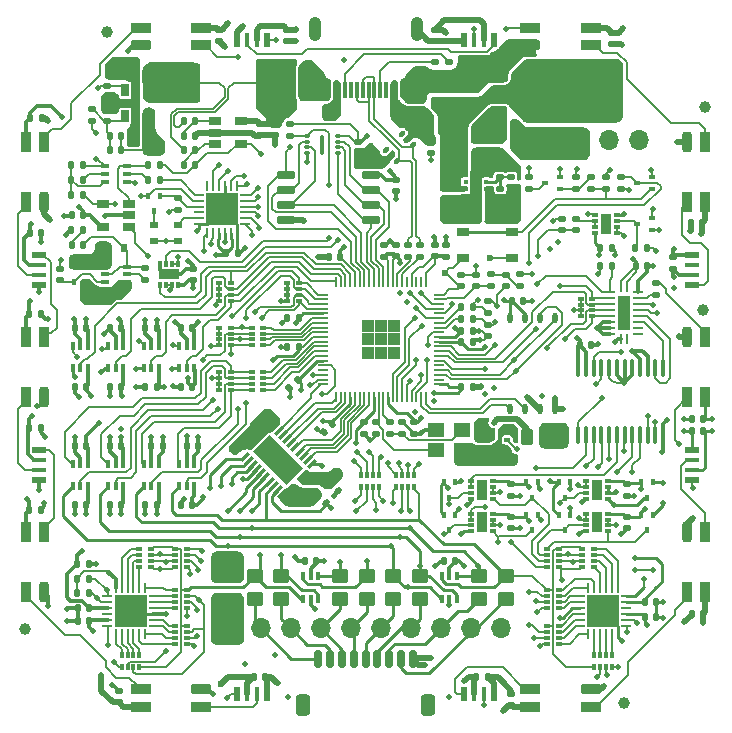
<source format=gtl>
G04 #@! TF.GenerationSoftware,KiCad,Pcbnew,8.0.7*
G04 #@! TF.CreationDate,2025-03-27T17:00:34+01:00*
G04 #@! TF.ProjectId,7-REV1B,372d5245-5631-4422-9e6b-696361645f70,rev?*
G04 #@! TF.SameCoordinates,Original*
G04 #@! TF.FileFunction,Copper,L1,Top*
G04 #@! TF.FilePolarity,Positive*
%FSLAX46Y46*%
G04 Gerber Fmt 4.6, Leading zero omitted, Abs format (unit mm)*
G04 Created by KiCad (PCBNEW 8.0.7) date 2025-03-27 17:00:34*
%MOMM*%
%LPD*%
G01*
G04 APERTURE LIST*
G04 Aperture macros list*
%AMRoundRect*
0 Rectangle with rounded corners*
0 $1 Rounding radius*
0 $2 $3 $4 $5 $6 $7 $8 $9 X,Y pos of 4 corners*
0 Add a 4 corners polygon primitive as box body*
4,1,4,$2,$3,$4,$5,$6,$7,$8,$9,$2,$3,0*
0 Add four circle primitives for the rounded corners*
1,1,$1+$1,$2,$3*
1,1,$1+$1,$4,$5*
1,1,$1+$1,$6,$7*
1,1,$1+$1,$8,$9*
0 Add four rect primitives between the rounded corners*
20,1,$1+$1,$2,$3,$4,$5,0*
20,1,$1+$1,$4,$5,$6,$7,0*
20,1,$1+$1,$6,$7,$8,$9,0*
20,1,$1+$1,$8,$9,$2,$3,0*%
%AMRotRect*
0 Rectangle, with rotation*
0 The origin of the aperture is its center*
0 $1 length*
0 $2 width*
0 $3 Rotation angle, in degrees counterclockwise*
0 Add horizontal line*
21,1,$1,$2,0,0,$3*%
%AMFreePoly0*
4,1,5,0.215000,-0.575000,-0.215000,-0.575000,-0.215000,0.575000,0.215000,0.575000,0.215000,-0.575000,0.215000,-0.575000,$1*%
%AMFreePoly1*
4,1,9,3.862500,-0.866500,0.737500,-0.866500,0.737500,-0.450000,-0.737500,-0.450000,-0.737500,0.450000,0.737500,0.450000,0.737500,0.866500,3.862500,0.866500,3.862500,-0.866500,3.862500,-0.866500,$1*%
G04 Aperture macros list end*
G04 #@! TA.AperFunction,SMDPad,CuDef*
%ADD10RoundRect,0.140000X0.170000X-0.140000X0.170000X0.140000X-0.170000X0.140000X-0.170000X-0.140000X0*%
G04 #@! TD*
G04 #@! TA.AperFunction,SMDPad,CuDef*
%ADD11R,1.700000X0.820000*%
G04 #@! TD*
G04 #@! TA.AperFunction,SMDPad,CuDef*
%ADD12RoundRect,0.205000X0.645000X0.205000X-0.645000X0.205000X-0.645000X-0.205000X0.645000X-0.205000X0*%
G04 #@! TD*
G04 #@! TA.AperFunction,SMDPad,CuDef*
%ADD13RoundRect,0.205000X-0.645000X-0.205000X0.645000X-0.205000X0.645000X0.205000X-0.645000X0.205000X0*%
G04 #@! TD*
G04 #@! TA.AperFunction,SMDPad,CuDef*
%ADD14R,0.820000X1.700000*%
G04 #@! TD*
G04 #@! TA.AperFunction,SMDPad,CuDef*
%ADD15RoundRect,0.205000X-0.205000X0.645000X-0.205000X-0.645000X0.205000X-0.645000X0.205000X0.645000X0*%
G04 #@! TD*
G04 #@! TA.AperFunction,SMDPad,CuDef*
%ADD16RoundRect,0.205000X0.205000X-0.645000X0.205000X0.645000X-0.205000X0.645000X-0.205000X-0.645000X0*%
G04 #@! TD*
G04 #@! TA.AperFunction,SMDPad,CuDef*
%ADD17RoundRect,0.147500X-0.147500X-0.172500X0.147500X-0.172500X0.147500X0.172500X-0.147500X0.172500X0*%
G04 #@! TD*
G04 #@! TA.AperFunction,SMDPad,CuDef*
%ADD18RoundRect,0.147500X0.147500X0.172500X-0.147500X0.172500X-0.147500X-0.172500X0.147500X-0.172500X0*%
G04 #@! TD*
G04 #@! TA.AperFunction,SMDPad,CuDef*
%ADD19RoundRect,0.147500X0.172500X-0.147500X0.172500X0.147500X-0.172500X0.147500X-0.172500X-0.147500X0*%
G04 #@! TD*
G04 #@! TA.AperFunction,SMDPad,CuDef*
%ADD20RoundRect,0.147500X-0.017678X0.226274X-0.226274X0.017678X0.017678X-0.226274X0.226274X-0.017678X0*%
G04 #@! TD*
G04 #@! TA.AperFunction,SMDPad,CuDef*
%ADD21RoundRect,0.140000X-0.140000X-0.170000X0.140000X-0.170000X0.140000X0.170000X-0.140000X0.170000X0*%
G04 #@! TD*
G04 #@! TA.AperFunction,SMDPad,CuDef*
%ADD22R,0.400000X0.650000*%
G04 #@! TD*
G04 #@! TA.AperFunction,SMDPad,CuDef*
%ADD23RoundRect,0.243750X0.243750X0.456250X-0.243750X0.456250X-0.243750X-0.456250X0.243750X-0.456250X0*%
G04 #@! TD*
G04 #@! TA.AperFunction,SMDPad,CuDef*
%ADD24RoundRect,0.140000X0.140000X0.170000X-0.140000X0.170000X-0.140000X-0.170000X0.140000X-0.170000X0*%
G04 #@! TD*
G04 #@! TA.AperFunction,SMDPad,CuDef*
%ADD25RoundRect,0.147500X-0.172500X0.147500X-0.172500X-0.147500X0.172500X-0.147500X0.172500X0.147500X0*%
G04 #@! TD*
G04 #@! TA.AperFunction,SMDPad,CuDef*
%ADD26RoundRect,0.135000X0.185000X-0.135000X0.185000X0.135000X-0.185000X0.135000X-0.185000X-0.135000X0*%
G04 #@! TD*
G04 #@! TA.AperFunction,SMDPad,CuDef*
%ADD27RoundRect,0.140000X-0.170000X0.140000X-0.170000X-0.140000X0.170000X-0.140000X0.170000X0.140000X0*%
G04 #@! TD*
G04 #@! TA.AperFunction,SMDPad,CuDef*
%ADD28R,0.500000X0.400000*%
G04 #@! TD*
G04 #@! TA.AperFunction,SMDPad,CuDef*
%ADD29R,0.500000X0.300000*%
G04 #@! TD*
G04 #@! TA.AperFunction,SMDPad,CuDef*
%ADD30RoundRect,0.249998X0.262502X0.450002X-0.262502X0.450002X-0.262502X-0.450002X0.262502X-0.450002X0*%
G04 #@! TD*
G04 #@! TA.AperFunction,SMDPad,CuDef*
%ADD31RoundRect,0.150000X-0.650000X-0.150000X0.650000X-0.150000X0.650000X0.150000X-0.650000X0.150000X0*%
G04 #@! TD*
G04 #@! TA.AperFunction,SMDPad,CuDef*
%ADD32C,1.000000*%
G04 #@! TD*
G04 #@! TA.AperFunction,ComponentPad*
%ADD33R,1.700000X1.700000*%
G04 #@! TD*
G04 #@! TA.AperFunction,ComponentPad*
%ADD34O,1.700000X1.700000*%
G04 #@! TD*
G04 #@! TA.AperFunction,SMDPad,CuDef*
%ADD35RoundRect,0.150000X-0.150000X-0.625000X0.150000X-0.625000X0.150000X0.625000X-0.150000X0.625000X0*%
G04 #@! TD*
G04 #@! TA.AperFunction,SMDPad,CuDef*
%ADD36RoundRect,0.249999X-0.350001X-0.650001X0.350001X-0.650001X0.350001X0.650001X-0.350001X0.650001X0*%
G04 #@! TD*
G04 #@! TA.AperFunction,SMDPad,CuDef*
%ADD37RoundRect,0.062500X-0.062500X-0.350000X0.062500X-0.350000X0.062500X0.350000X-0.062500X0.350000X0*%
G04 #@! TD*
G04 #@! TA.AperFunction,SMDPad,CuDef*
%ADD38RoundRect,0.062500X-0.350000X-0.062500X0.350000X-0.062500X0.350000X0.062500X-0.350000X0.062500X0*%
G04 #@! TD*
G04 #@! TA.AperFunction,HeatsinkPad*
%ADD39R,1.000000X3.000000*%
G04 #@! TD*
G04 #@! TA.AperFunction,SMDPad,CuDef*
%ADD40R,1.400000X1.200000*%
G04 #@! TD*
G04 #@! TA.AperFunction,SMDPad,CuDef*
%ADD41R,1.050000X0.650000*%
G04 #@! TD*
G04 #@! TA.AperFunction,SMDPad,CuDef*
%ADD42RoundRect,0.135000X0.135000X0.185000X-0.135000X0.185000X-0.135000X-0.185000X0.135000X-0.185000X0*%
G04 #@! TD*
G04 #@! TA.AperFunction,SMDPad,CuDef*
%ADD43RoundRect,0.249999X0.450001X1.425001X-0.450001X1.425001X-0.450001X-1.425001X0.450001X-1.425001X0*%
G04 #@! TD*
G04 #@! TA.AperFunction,SMDPad,CuDef*
%ADD44RoundRect,0.135000X-0.135000X-0.185000X0.135000X-0.185000X0.135000X0.185000X-0.135000X0.185000X0*%
G04 #@! TD*
G04 #@! TA.AperFunction,SMDPad,CuDef*
%ADD45RoundRect,0.100000X-0.100000X0.155000X-0.100000X-0.155000X0.100000X-0.155000X0.100000X0.155000X0*%
G04 #@! TD*
G04 #@! TA.AperFunction,SMDPad,CuDef*
%ADD46R,0.650000X1.060000*%
G04 #@! TD*
G04 #@! TA.AperFunction,SMDPad,CuDef*
%ADD47R,0.650000X0.400000*%
G04 #@! TD*
G04 #@! TA.AperFunction,SMDPad,CuDef*
%ADD48R,0.600000X0.700000*%
G04 #@! TD*
G04 #@! TA.AperFunction,SMDPad,CuDef*
%ADD49RoundRect,0.100000X0.100000X-0.637500X0.100000X0.637500X-0.100000X0.637500X-0.100000X-0.637500X0*%
G04 #@! TD*
G04 #@! TA.AperFunction,SMDPad,CuDef*
%ADD50R,0.600000X1.450000*%
G04 #@! TD*
G04 #@! TA.AperFunction,SMDPad,CuDef*
%ADD51R,0.300000X1.450000*%
G04 #@! TD*
G04 #@! TA.AperFunction,ComponentPad*
%ADD52O,1.050000X2.100000*%
G04 #@! TD*
G04 #@! TA.AperFunction,SMDPad,CuDef*
%ADD53FreePoly0,90.000000*%
G04 #@! TD*
G04 #@! TA.AperFunction,SMDPad,CuDef*
%ADD54R,1.150000X0.430000*%
G04 #@! TD*
G04 #@! TA.AperFunction,SMDPad,CuDef*
%ADD55FreePoly0,0.000000*%
G04 #@! TD*
G04 #@! TA.AperFunction,SMDPad,CuDef*
%ADD56R,0.430000X1.150000*%
G04 #@! TD*
G04 #@! TA.AperFunction,SMDPad,CuDef*
%ADD57FreePoly0,270.000000*%
G04 #@! TD*
G04 #@! TA.AperFunction,SMDPad,CuDef*
%ADD58FreePoly0,180.000000*%
G04 #@! TD*
G04 #@! TA.AperFunction,SMDPad,CuDef*
%ADD59R,0.700000X0.600000*%
G04 #@! TD*
G04 #@! TA.AperFunction,SMDPad,CuDef*
%ADD60RoundRect,0.100000X0.100000X-0.155000X0.100000X0.155000X-0.100000X0.155000X-0.100000X-0.155000X0*%
G04 #@! TD*
G04 #@! TA.AperFunction,SMDPad,CuDef*
%ADD61R,1.300000X0.900000*%
G04 #@! TD*
G04 #@! TA.AperFunction,SMDPad,CuDef*
%ADD62FreePoly1,0.000000*%
G04 #@! TD*
G04 #@! TA.AperFunction,SMDPad,CuDef*
%ADD63R,1.060000X0.650000*%
G04 #@! TD*
G04 #@! TA.AperFunction,SMDPad,CuDef*
%ADD64RoundRect,0.202500X0.022500X-0.247500X0.022500X0.247500X-0.022500X0.247500X-0.022500X-0.247500X0*%
G04 #@! TD*
G04 #@! TA.AperFunction,SMDPad,CuDef*
%ADD65RoundRect,0.250000X-0.450000X0.350000X-0.450000X-0.350000X0.450000X-0.350000X0.450000X0.350000X0*%
G04 #@! TD*
G04 #@! TA.AperFunction,SMDPad,CuDef*
%ADD66R,0.900000X1.750000*%
G04 #@! TD*
G04 #@! TA.AperFunction,SMDPad,CuDef*
%ADD67RoundRect,0.140000X-0.219203X-0.021213X-0.021213X-0.219203X0.219203X0.021213X0.021213X0.219203X0*%
G04 #@! TD*
G04 #@! TA.AperFunction,SMDPad,CuDef*
%ADD68RoundRect,0.140000X0.219203X0.021213X0.021213X0.219203X-0.219203X-0.021213X-0.021213X-0.219203X0*%
G04 #@! TD*
G04 #@! TA.AperFunction,SMDPad,CuDef*
%ADD69RotRect,0.900000X0.290000X135.000000*%
G04 #@! TD*
G04 #@! TA.AperFunction,SMDPad,CuDef*
%ADD70RotRect,0.290000X0.900000X135.000000*%
G04 #@! TD*
G04 #@! TA.AperFunction,SMDPad,CuDef*
%ADD71RotRect,2.000000X4.000000X225.000000*%
G04 #@! TD*
G04 #@! TA.AperFunction,SMDPad,CuDef*
%ADD72RoundRect,0.135000X-0.185000X0.135000X-0.185000X-0.135000X0.185000X-0.135000X0.185000X0.135000X0*%
G04 #@! TD*
G04 #@! TA.AperFunction,SMDPad,CuDef*
%ADD73RoundRect,0.250000X0.450000X-0.400000X0.450000X0.400000X-0.450000X0.400000X-0.450000X-0.400000X0*%
G04 #@! TD*
G04 #@! TA.AperFunction,SMDPad,CuDef*
%ADD74RoundRect,0.100000X-0.088388X-0.229810X0.229810X0.088388X0.088388X0.229810X-0.229810X-0.088388X0*%
G04 #@! TD*
G04 #@! TA.AperFunction,SMDPad,CuDef*
%ADD75RoundRect,0.140000X-0.021213X0.219203X-0.219203X0.021213X0.021213X-0.219203X0.219203X-0.021213X0*%
G04 #@! TD*
G04 #@! TA.AperFunction,SMDPad,CuDef*
%ADD76RoundRect,0.062500X0.350000X0.062500X-0.350000X0.062500X-0.350000X-0.062500X0.350000X-0.062500X0*%
G04 #@! TD*
G04 #@! TA.AperFunction,SMDPad,CuDef*
%ADD77RoundRect,0.062500X0.062500X0.350000X-0.062500X0.350000X-0.062500X-0.350000X0.062500X-0.350000X0*%
G04 #@! TD*
G04 #@! TA.AperFunction,HeatsinkPad*
%ADD78R,2.700000X2.700000*%
G04 #@! TD*
G04 #@! TA.AperFunction,SMDPad,CuDef*
%ADD79R,0.400000X0.500000*%
G04 #@! TD*
G04 #@! TA.AperFunction,SMDPad,CuDef*
%ADD80R,0.300000X0.500000*%
G04 #@! TD*
G04 #@! TA.AperFunction,SMDPad,CuDef*
%ADD81RoundRect,0.055000X0.335000X-0.055000X0.335000X0.055000X-0.335000X0.055000X-0.335000X-0.055000X0*%
G04 #@! TD*
G04 #@! TA.AperFunction,SMDPad,CuDef*
%ADD82RoundRect,0.055000X-0.055000X-0.335000X0.055000X-0.335000X0.055000X0.335000X-0.055000X0.335000X0*%
G04 #@! TD*
G04 #@! TA.AperFunction,ComponentPad*
%ADD83C,0.600000*%
G04 #@! TD*
G04 #@! TA.AperFunction,SMDPad,CuDef*
%ADD84R,1.133333X1.133333*%
G04 #@! TD*
G04 #@! TA.AperFunction,SMDPad,CuDef*
%ADD85RoundRect,0.100000X0.100000X-0.225000X0.100000X0.225000X-0.100000X0.225000X-0.100000X-0.225000X0*%
G04 #@! TD*
G04 #@! TA.AperFunction,SMDPad,CuDef*
%ADD86RoundRect,0.062500X0.062500X-0.337500X0.062500X0.337500X-0.062500X0.337500X-0.062500X-0.337500X0*%
G04 #@! TD*
G04 #@! TA.AperFunction,SMDPad,CuDef*
%ADD87RoundRect,0.062500X0.337500X-0.062500X0.337500X0.062500X-0.337500X0.062500X-0.337500X-0.062500X0*%
G04 #@! TD*
G04 #@! TA.AperFunction,HeatsinkPad*
%ADD88R,2.750000X2.750000*%
G04 #@! TD*
G04 #@! TA.AperFunction,SMDPad,CuDef*
%ADD89RoundRect,0.100000X-0.155000X-0.100000X0.155000X-0.100000X0.155000X0.100000X-0.155000X0.100000X0*%
G04 #@! TD*
G04 #@! TA.AperFunction,SMDPad,CuDef*
%ADD90R,1.750000X0.900000*%
G04 #@! TD*
G04 #@! TA.AperFunction,SMDPad,CuDef*
%ADD91RoundRect,0.093750X0.093750X0.106250X-0.093750X0.106250X-0.093750X-0.106250X0.093750X-0.106250X0*%
G04 #@! TD*
G04 #@! TA.AperFunction,HeatsinkPad*
%ADD92R,1.000000X1.600000*%
G04 #@! TD*
G04 #@! TA.AperFunction,SMDPad,CuDef*
%ADD93RoundRect,0.062500X-0.062500X0.337500X-0.062500X-0.337500X0.062500X-0.337500X0.062500X0.337500X0*%
G04 #@! TD*
G04 #@! TA.AperFunction,SMDPad,CuDef*
%ADD94RoundRect,0.062500X-0.337500X0.062500X-0.337500X-0.062500X0.337500X-0.062500X0.337500X0.062500X0*%
G04 #@! TD*
G04 #@! TA.AperFunction,SMDPad,CuDef*
%ADD95RoundRect,0.075000X-0.187500X-0.075000X0.187500X-0.075000X0.187500X0.075000X-0.187500X0.075000X0*%
G04 #@! TD*
G04 #@! TA.AperFunction,SMDPad,CuDef*
%ADD96RoundRect,0.075000X-0.075000X-0.775000X0.075000X-0.775000X0.075000X0.775000X-0.075000X0.775000X0*%
G04 #@! TD*
G04 #@! TA.AperFunction,ViaPad*
%ADD97C,0.500000*%
G04 #@! TD*
G04 #@! TA.AperFunction,ViaPad*
%ADD98C,0.600000*%
G04 #@! TD*
G04 #@! TA.AperFunction,Conductor*
%ADD99C,0.203200*%
G04 #@! TD*
G04 #@! TA.AperFunction,Conductor*
%ADD100C,0.304800*%
G04 #@! TD*
G04 #@! TA.AperFunction,Conductor*
%ADD101C,0.150000*%
G04 #@! TD*
G04 #@! TA.AperFunction,Conductor*
%ADD102C,0.250000*%
G04 #@! TD*
G04 #@! TA.AperFunction,Conductor*
%ADD103C,0.500000*%
G04 #@! TD*
G04 #@! TA.AperFunction,Conductor*
%ADD104C,0.200000*%
G04 #@! TD*
G04 #@! TA.AperFunction,Conductor*
%ADD105C,1.000000*%
G04 #@! TD*
G04 #@! TA.AperFunction,Conductor*
%ADD106C,0.158000*%
G04 #@! TD*
G04 APERTURE END LIST*
D10*
X142250000Y-74980000D03*
X142250000Y-74020000D03*
D11*
X115950000Y-61350000D03*
X115950000Y-62850000D03*
D12*
X110850000Y-62850000D03*
D11*
X110850000Y-61350000D03*
X143850000Y-118850000D03*
X143850000Y-117350000D03*
D13*
X148950000Y-117350000D03*
D11*
X148950000Y-118850000D03*
D14*
X101150000Y-104050000D03*
X102650000Y-104050000D03*
D15*
X102650000Y-109150000D03*
D14*
X101150000Y-109150000D03*
D11*
X148950000Y-61350000D03*
X148950000Y-62850000D03*
D12*
X143850000Y-62850000D03*
D11*
X143850000Y-61350000D03*
D14*
X158650000Y-76150000D03*
X157150000Y-76150000D03*
D16*
X157150000Y-71050000D03*
D14*
X158650000Y-71050000D03*
D11*
X110850000Y-118850000D03*
X110850000Y-117350000D03*
D13*
X115950000Y-117350000D03*
D11*
X115950000Y-118850000D03*
D14*
X101150000Y-71050000D03*
X102650000Y-71050000D03*
D15*
X102650000Y-76150000D03*
D14*
X101150000Y-76150000D03*
X101150000Y-87550000D03*
X102650000Y-87550000D03*
D15*
X102650000Y-92650000D03*
D14*
X101150000Y-92650000D03*
D17*
X141515000Y-70250000D03*
X142485000Y-70250000D03*
X111765000Y-96750000D03*
X112735000Y-96750000D03*
X105265000Y-96750000D03*
X106235000Y-96750000D03*
D18*
X112235000Y-101750000D03*
X111265000Y-101750000D03*
X106235000Y-91750000D03*
X105265000Y-91750000D03*
X148985000Y-88250000D03*
X148015000Y-88250000D03*
D17*
X114765000Y-96750000D03*
X115735000Y-96750000D03*
X108265000Y-96750000D03*
X109235000Y-96750000D03*
D19*
X138000000Y-83235000D03*
X138000000Y-82265000D03*
D10*
X139250000Y-83230000D03*
X139250000Y-82270000D03*
D19*
X131500000Y-80735000D03*
X131500000Y-79765000D03*
D20*
X124142947Y-91157053D03*
X123457053Y-91842947D03*
D17*
X138015000Y-88000000D03*
X138985000Y-88000000D03*
D19*
X133000000Y-95735000D03*
X133000000Y-94765000D03*
D21*
X138020000Y-87000000D03*
X138980000Y-87000000D03*
D22*
X106400000Y-88300000D03*
X105750000Y-88300000D03*
X105100000Y-88300000D03*
X105100000Y-90200000D03*
X105750000Y-90200000D03*
X106400000Y-90200000D03*
X115400000Y-88300000D03*
X114750000Y-88300000D03*
X114100000Y-88300000D03*
X114100000Y-90200000D03*
X114750000Y-90200000D03*
X115400000Y-90200000D03*
X106400000Y-98300000D03*
X105750000Y-98300000D03*
X105100000Y-98300000D03*
X105100000Y-100200000D03*
X105750000Y-100200000D03*
X106400000Y-100200000D03*
X112400000Y-98300000D03*
X111750000Y-98300000D03*
X111100000Y-98300000D03*
X111100000Y-100200000D03*
X111750000Y-100200000D03*
X112400000Y-100200000D03*
D19*
X133500000Y-80735000D03*
X133500000Y-79765000D03*
X134500000Y-80735000D03*
X134500000Y-79765000D03*
X137000000Y-65265000D03*
X137000000Y-64295000D03*
D23*
X136937500Y-69250000D03*
X135062500Y-69250000D03*
D21*
X157420000Y-77900000D03*
X158380000Y-77900000D03*
D24*
X102430000Y-78700000D03*
X101470000Y-78700000D03*
D10*
X135750000Y-62480000D03*
X135750000Y-61520000D03*
D24*
X102480000Y-69000000D03*
X101520000Y-69000000D03*
X102380000Y-85600000D03*
X101420000Y-85600000D03*
X102380000Y-95250000D03*
X101420000Y-95250000D03*
D10*
X150750000Y-62730000D03*
X150750000Y-61770000D03*
X123250000Y-62480000D03*
X123250000Y-61520000D03*
D25*
X134000000Y-94765000D03*
X134000000Y-95735000D03*
D26*
X140500000Y-83260000D03*
X140500000Y-82240000D03*
D27*
X132500000Y-74220000D03*
X132500000Y-75180000D03*
X135750000Y-66520000D03*
X135750000Y-67480000D03*
X137000000Y-66520000D03*
X137000000Y-67480000D03*
D24*
X124230000Y-85900000D03*
X123270000Y-85900000D03*
D28*
X117500000Y-86750000D03*
D29*
X117500000Y-87250000D03*
X117500000Y-87750000D03*
D28*
X117500000Y-88250000D03*
X118500000Y-88250000D03*
D29*
X118500000Y-87750000D03*
X118500000Y-87250000D03*
D28*
X118500000Y-86750000D03*
D30*
X145412500Y-96000000D03*
X143587500Y-96000000D03*
D28*
X117500000Y-90500000D03*
D29*
X117500000Y-91000000D03*
X117500000Y-91500000D03*
D28*
X117500000Y-92000000D03*
X118500000Y-92000000D03*
D29*
X118500000Y-91500000D03*
X118500000Y-91000000D03*
D28*
X118500000Y-90500000D03*
D31*
X123150000Y-73795000D03*
X123150000Y-75065000D03*
X123150000Y-76335000D03*
X123150000Y-77605000D03*
X130350000Y-77605000D03*
X130350000Y-76335000D03*
X130350000Y-75065000D03*
X130350000Y-73795000D03*
D32*
X158600000Y-68050000D03*
X101050000Y-112300000D03*
D27*
X142250000Y-117770000D03*
X142250000Y-118730000D03*
D24*
X102380000Y-102200000D03*
X101420000Y-102200000D03*
X140230000Y-116332000D03*
X139270000Y-116332000D03*
X121384000Y-116332000D03*
X120424000Y-116332000D03*
D27*
X109000000Y-117520000D03*
X109000000Y-118480000D03*
D10*
X139250000Y-67480000D03*
X139250000Y-66520000D03*
D33*
X148010000Y-70850000D03*
D34*
X150550000Y-70850000D03*
X153090000Y-70850000D03*
D32*
X108000000Y-61750000D03*
X158500000Y-85250000D03*
X151750000Y-118500000D03*
D21*
X157520000Y-111000000D03*
X158480000Y-111000000D03*
D19*
X135750000Y-65265000D03*
X135750000Y-64295000D03*
D35*
X125900000Y-114820000D03*
X126900000Y-114820000D03*
X127900000Y-114820000D03*
X128900000Y-114820000D03*
X129900000Y-114820000D03*
X130900000Y-114820000D03*
X131900000Y-114820000D03*
X132900000Y-114820000D03*
X133900000Y-114820000D03*
D36*
X124600000Y-118695000D03*
X135200000Y-118695000D03*
D37*
X151500000Y-83312500D03*
D38*
X150562500Y-83750000D03*
X150562500Y-84250000D03*
X150562500Y-84750000D03*
X150562500Y-85250000D03*
X150562500Y-85750000D03*
X150562500Y-86250000D03*
X150562500Y-86750000D03*
X150562500Y-87250000D03*
D37*
X151500000Y-87687500D03*
X152000000Y-87687500D03*
D38*
X152937500Y-87250000D03*
X152937500Y-86750000D03*
X152937500Y-86250000D03*
X152937500Y-85750000D03*
X152937500Y-85250000D03*
X152937500Y-84750000D03*
X152937500Y-84250000D03*
X152937500Y-83750000D03*
D37*
X152000000Y-83312500D03*
D39*
X151750000Y-85500000D03*
D40*
X135900000Y-97100000D03*
X138100000Y-97100000D03*
X138100000Y-95400000D03*
X135900000Y-95400000D03*
D25*
X147750000Y-77515000D03*
X147750000Y-78485000D03*
X129750000Y-94765000D03*
X129750000Y-95735000D03*
X130750000Y-94765000D03*
X130750000Y-95735000D03*
D41*
X142325000Y-80825000D03*
X138175000Y-80825000D03*
X142325000Y-78675000D03*
X138175000Y-78675000D03*
D21*
X157520000Y-95500000D03*
X158480000Y-95500000D03*
D25*
X121000000Y-69515000D03*
X121000000Y-70485000D03*
D19*
X122250000Y-70485000D03*
X122250000Y-69515000D03*
X108000000Y-69235000D03*
X108000000Y-68265000D03*
D26*
X111250000Y-82760000D03*
X111250000Y-81740000D03*
D42*
X106010000Y-78500000D03*
X104990000Y-78500000D03*
D17*
X105015000Y-79750000D03*
X105985000Y-79750000D03*
D19*
X104000000Y-82735000D03*
X104000000Y-81765000D03*
D42*
X112510000Y-74250000D03*
X111490000Y-74250000D03*
X106010000Y-73000000D03*
X104990000Y-73000000D03*
X106010000Y-74250000D03*
X104990000Y-74250000D03*
D24*
X111480000Y-65000000D03*
X110520000Y-65000000D03*
D19*
X106750000Y-69235000D03*
X106750000Y-68265000D03*
D18*
X115485000Y-73000000D03*
X114515000Y-73000000D03*
D43*
X121300000Y-66000000D03*
X115200000Y-66000000D03*
D18*
X115485000Y-69250000D03*
X114515000Y-69250000D03*
X115485000Y-70500000D03*
X114515000Y-70500000D03*
D17*
X111515000Y-73000000D03*
X112485000Y-73000000D03*
D18*
X105985000Y-77250000D03*
X105015000Y-77250000D03*
X115485000Y-71750000D03*
X114515000Y-71750000D03*
D44*
X104990000Y-75500000D03*
X106010000Y-75500000D03*
D10*
X117500000Y-62480000D03*
X117500000Y-61520000D03*
D45*
X105250000Y-82895000D03*
X106250000Y-82895000D03*
X105750000Y-81605000D03*
D26*
X114000000Y-76760000D03*
X114000000Y-75740000D03*
D24*
X111480000Y-70500000D03*
X110520000Y-70500000D03*
D25*
X108000000Y-66265000D03*
X108000000Y-67235000D03*
D46*
X111450000Y-66650000D03*
X110500000Y-66650000D03*
X109550000Y-66650000D03*
X109550000Y-68850000D03*
X111450000Y-68850000D03*
D47*
X109700000Y-74400000D03*
X109700000Y-73750000D03*
X109700000Y-73100000D03*
X107800000Y-73100000D03*
X107800000Y-73750000D03*
X107800000Y-74400000D03*
X109700000Y-82900000D03*
X109700000Y-82250000D03*
X109700000Y-81600000D03*
X107800000Y-81600000D03*
X107800000Y-82250000D03*
X107800000Y-82900000D03*
D48*
X108050000Y-80000000D03*
X109450000Y-80000000D03*
D49*
X147925000Y-95862500D03*
X148575000Y-95862500D03*
X149225000Y-95862500D03*
X149875000Y-95862500D03*
X150525000Y-95862500D03*
X151175000Y-95862500D03*
X151825000Y-95862500D03*
X152475000Y-95862500D03*
X153125000Y-95862500D03*
X153775000Y-95862500D03*
X154425000Y-95862500D03*
X155075000Y-95862500D03*
X155075000Y-90137500D03*
X154425000Y-90137500D03*
X153775000Y-90137500D03*
X153125000Y-90137500D03*
X152475000Y-90137500D03*
X151825000Y-90137500D03*
X151175000Y-90137500D03*
X150525000Y-90137500D03*
X149875000Y-90137500D03*
X149225000Y-90137500D03*
X148575000Y-90137500D03*
X147925000Y-90137500D03*
D22*
X109400000Y-98300000D03*
X108750000Y-98300000D03*
X108100000Y-98300000D03*
X108100000Y-100200000D03*
X108750000Y-100200000D03*
X109400000Y-100200000D03*
D18*
X106235000Y-101750000D03*
X105265000Y-101750000D03*
X109235000Y-101750000D03*
X108265000Y-101750000D03*
D28*
X117500000Y-83000000D03*
D29*
X117500000Y-83500000D03*
X117500000Y-84000000D03*
D28*
X117500000Y-84500000D03*
X118500000Y-84500000D03*
D29*
X118500000Y-84000000D03*
X118500000Y-83500000D03*
D28*
X118500000Y-83000000D03*
D24*
X153730000Y-81500000D03*
X152770000Y-81500000D03*
D22*
X112400000Y-88300000D03*
X111750000Y-88300000D03*
X111100000Y-88300000D03*
X111100000Y-90200000D03*
X111750000Y-90200000D03*
X112400000Y-90200000D03*
D28*
X123250000Y-83000000D03*
D29*
X123250000Y-83500000D03*
X123250000Y-84000000D03*
D28*
X123250000Y-84500000D03*
X124250000Y-84500000D03*
D29*
X124250000Y-84000000D03*
X124250000Y-83500000D03*
D28*
X124250000Y-83000000D03*
X120250000Y-86750000D03*
D29*
X120250000Y-87250000D03*
X120250000Y-87750000D03*
D28*
X120250000Y-88250000D03*
X121250000Y-88250000D03*
D29*
X121250000Y-87750000D03*
X121250000Y-87250000D03*
D28*
X121250000Y-86750000D03*
D22*
X109400000Y-88300000D03*
X108750000Y-88300000D03*
X108100000Y-88300000D03*
X108100000Y-90200000D03*
X108750000Y-90200000D03*
X109400000Y-90200000D03*
D18*
X112235000Y-91750000D03*
X111265000Y-91750000D03*
D17*
X114265000Y-86750000D03*
X115235000Y-86750000D03*
X105265000Y-86750000D03*
X106235000Y-86750000D03*
X108265000Y-86750000D03*
X109235000Y-86750000D03*
D18*
X109235000Y-91750000D03*
X108265000Y-91750000D03*
D17*
X111265000Y-86750000D03*
X112235000Y-86750000D03*
D28*
X120250000Y-90500000D03*
D29*
X120250000Y-91000000D03*
X120250000Y-91500000D03*
D28*
X120250000Y-92000000D03*
X121250000Y-92000000D03*
D29*
X121250000Y-91500000D03*
X121250000Y-91000000D03*
D28*
X121250000Y-90500000D03*
D22*
X115400000Y-98300000D03*
X114750000Y-98300000D03*
X114100000Y-98300000D03*
X114100000Y-100200000D03*
X114750000Y-100200000D03*
X115400000Y-100200000D03*
D14*
X158650000Y-109150000D03*
X157150000Y-109150000D03*
D16*
X157150000Y-104050000D03*
D14*
X158650000Y-104050000D03*
D50*
X133150000Y-66595000D03*
X132350000Y-66595000D03*
D51*
X131150000Y-66595000D03*
X130150000Y-66595000D03*
X129650000Y-66595000D03*
X128650000Y-66595000D03*
D50*
X126650000Y-66595000D03*
X127450000Y-66595000D03*
D51*
X128150000Y-66595000D03*
X129150000Y-66595000D03*
X130650000Y-66595000D03*
X131650000Y-66595000D03*
D52*
X134220000Y-65680000D03*
X125580000Y-65680000D03*
X134220000Y-61500000D03*
X125580000Y-61500000D03*
D18*
X115235000Y-101750000D03*
X114265000Y-101750000D03*
D53*
X157575000Y-97075000D03*
D54*
X157575000Y-97925000D03*
X157575000Y-98775000D03*
D53*
X157575000Y-99625000D03*
D55*
X140775000Y-117775000D03*
D56*
X139925000Y-117775000D03*
X139075000Y-117775000D03*
D55*
X138225000Y-117775000D03*
X121575000Y-117775000D03*
D56*
X120725000Y-117775000D03*
X119875000Y-117775000D03*
D55*
X119025000Y-117775000D03*
D57*
X102225000Y-99625000D03*
D54*
X102225000Y-98775000D03*
X102225000Y-97925000D03*
D57*
X102225000Y-97075000D03*
X102225000Y-83125000D03*
D54*
X102225000Y-82275000D03*
X102225000Y-81425000D03*
D57*
X102225000Y-80575000D03*
D58*
X119025000Y-62425000D03*
D56*
X119875000Y-62425000D03*
X120725000Y-62425000D03*
D58*
X121575000Y-62425000D03*
X138225000Y-62425000D03*
D56*
X139075000Y-62425000D03*
X139925000Y-62425000D03*
D58*
X140775000Y-62425000D03*
D18*
X115235000Y-91750000D03*
X114265000Y-91750000D03*
D59*
X114000000Y-79450000D03*
X114000000Y-78050000D03*
D60*
X112500000Y-75605000D03*
X111500000Y-75605000D03*
X112000000Y-76895000D03*
D61*
X141100000Y-65500000D03*
D62*
X141187500Y-67000000D03*
D61*
X141100000Y-68500000D03*
D24*
X109230000Y-70500000D03*
X108270000Y-70500000D03*
D18*
X109235000Y-71750000D03*
X108265000Y-71750000D03*
D59*
X112000000Y-79450000D03*
X112000000Y-78050000D03*
D63*
X109850000Y-78200000D03*
X109850000Y-77250000D03*
X109850000Y-76300000D03*
X107650000Y-76300000D03*
X107650000Y-78200000D03*
X117150000Y-69300000D03*
X117150000Y-70250000D03*
X117150000Y-71200000D03*
X119350000Y-71200000D03*
X119350000Y-69300000D03*
D25*
X146500000Y-77515000D03*
X146500000Y-78485000D03*
D21*
X157520000Y-94500000D03*
X158480000Y-94500000D03*
D14*
X158650000Y-92650000D03*
X157150000Y-92650000D03*
D16*
X157150000Y-87550000D03*
D14*
X158650000Y-87550000D03*
D64*
X142095000Y-93600000D03*
X143365000Y-93600000D03*
X144635000Y-93600000D03*
X145905000Y-93600000D03*
X145905000Y-85900000D03*
X144635000Y-85900000D03*
X143365000Y-85900000D03*
X142095000Y-85900000D03*
D26*
X154500000Y-84010000D03*
X154500000Y-82990000D03*
D65*
X120500000Y-107750000D03*
X120500000Y-109750000D03*
D44*
X105490000Y-109250000D03*
X106510000Y-109250000D03*
D60*
X144500000Y-102605000D03*
X143500000Y-102605000D03*
X144000000Y-103895000D03*
D21*
X105520000Y-110500000D03*
X106480000Y-110500000D03*
D53*
X157575000Y-80575000D03*
D54*
X157575000Y-81425000D03*
X157575000Y-82275000D03*
D53*
X157575000Y-83125000D03*
D44*
X105490000Y-106750000D03*
X106510000Y-106750000D03*
D24*
X150730000Y-80000000D03*
X149770000Y-80000000D03*
D27*
X140250000Y-84520000D03*
X140250000Y-85480000D03*
X155956000Y-80800000D03*
X155956000Y-81760000D03*
D24*
X127730000Y-80800000D03*
X126770000Y-80800000D03*
D28*
X148250000Y-105500000D03*
D29*
X148250000Y-106000000D03*
X148250000Y-106500000D03*
D28*
X148250000Y-107000000D03*
X149250000Y-107000000D03*
D29*
X149250000Y-106500000D03*
X149250000Y-106000000D03*
D28*
X149250000Y-105500000D03*
D26*
X141250000Y-74010000D03*
X141250000Y-72990000D03*
D60*
X137500000Y-99855000D03*
X136500000Y-99855000D03*
X137000000Y-101145000D03*
D26*
X132000000Y-95760000D03*
X132000000Y-94740000D03*
D29*
X151150000Y-78750000D03*
X151150000Y-78250000D03*
X151150000Y-77750000D03*
X151150000Y-77250000D03*
X149350000Y-77250000D03*
X149350000Y-77750000D03*
X149350000Y-78250000D03*
X149350000Y-78750000D03*
D66*
X150250000Y-78000000D03*
D24*
X119080000Y-80400000D03*
X118120000Y-80400000D03*
D27*
X137250000Y-75020000D03*
X137250000Y-75980000D03*
D10*
X147750000Y-74980000D03*
X147750000Y-74020000D03*
D60*
X154250000Y-102605000D03*
X153250000Y-102605000D03*
X153750000Y-103895000D03*
D67*
X125910589Y-100910589D03*
X126589411Y-101589411D03*
D10*
X142250000Y-100980000D03*
X142250000Y-100020000D03*
D28*
X146250000Y-113500000D03*
D29*
X146250000Y-113000000D03*
X146250000Y-112500000D03*
D28*
X146250000Y-112000000D03*
X145250000Y-112000000D03*
D29*
X145250000Y-112500000D03*
X145250000Y-113000000D03*
D28*
X145250000Y-113500000D03*
D65*
X134500000Y-107750000D03*
X134500000Y-109750000D03*
D68*
X127589411Y-100589411D03*
X126910589Y-99910589D03*
D26*
X143000000Y-83260000D03*
X143000000Y-82240000D03*
D69*
X125025394Y-99434404D03*
D70*
X125378947Y-98303033D03*
X125025394Y-97949480D03*
X124671841Y-97595926D03*
X124318287Y-97242373D03*
X123964734Y-96888819D03*
X123611181Y-96535266D03*
X123257627Y-96181713D03*
X122904074Y-95828159D03*
X122550520Y-95474606D03*
X122196967Y-95121053D03*
D69*
X121065596Y-95474606D03*
X120004936Y-96535266D03*
D70*
X119651383Y-97666637D03*
X120004936Y-98020190D03*
X120358489Y-98373744D03*
X120712043Y-98727297D03*
X121065596Y-99080851D03*
X121419149Y-99434404D03*
X121772703Y-99787957D03*
X122126256Y-100141511D03*
X122479810Y-100495064D03*
X122833363Y-100848617D03*
D69*
X123964734Y-100495064D03*
D71*
X122515165Y-97984835D03*
D60*
X147250000Y-102605000D03*
X146250000Y-102605000D03*
X146750000Y-103895000D03*
D27*
X151500000Y-74020000D03*
X151500000Y-74980000D03*
D28*
X145250000Y-109000000D03*
D29*
X145250000Y-109500000D03*
X145250000Y-110000000D03*
D28*
X145250000Y-110500000D03*
X146250000Y-110500000D03*
D29*
X146250000Y-110000000D03*
X146250000Y-109500000D03*
D28*
X146250000Y-109000000D03*
D26*
X150250000Y-75010000D03*
X150250000Y-73990000D03*
D24*
X140366393Y-76164342D03*
X139406393Y-76164342D03*
D60*
X137500000Y-102605000D03*
X136500000Y-102605000D03*
X137000000Y-103895000D03*
D72*
X123500000Y-69490000D03*
X123500000Y-70510000D03*
D73*
X118000000Y-109950000D03*
X118000000Y-107050000D03*
D28*
X114750000Y-113500000D03*
D29*
X114750000Y-113000000D03*
X114750000Y-112500000D03*
D28*
X114750000Y-112000000D03*
X113750000Y-112000000D03*
D29*
X113750000Y-112500000D03*
X113750000Y-113000000D03*
D28*
X113750000Y-113500000D03*
D74*
X131618629Y-71712132D03*
X132078249Y-72171751D03*
X132537868Y-72631371D03*
X133881371Y-71287868D03*
X133421751Y-70828249D03*
X132962132Y-70368629D03*
D24*
X124230000Y-88400000D03*
X123270000Y-88400000D03*
D26*
X149000000Y-75010000D03*
X149000000Y-73990000D03*
D65*
X139500000Y-107750000D03*
X139500000Y-109750000D03*
D75*
X127089411Y-94910589D03*
X126410589Y-95589411D03*
D65*
X127750000Y-107750000D03*
X127750000Y-109750000D03*
D60*
X144500000Y-99855000D03*
X143500000Y-99855000D03*
X144000000Y-101145000D03*
D76*
X119712500Y-78000000D03*
X119712500Y-77500000D03*
X119712500Y-77000000D03*
X119712500Y-76500000D03*
X119712500Y-76000000D03*
X119712500Y-75500000D03*
D77*
X119000000Y-74787500D03*
X118500000Y-74787500D03*
X118000000Y-74787500D03*
X117500000Y-74787500D03*
X117000000Y-74787500D03*
X116500000Y-74787500D03*
D76*
X115787500Y-75500000D03*
X115787500Y-76000000D03*
X115787500Y-76500000D03*
X115787500Y-77000000D03*
X115787500Y-77500000D03*
X115787500Y-78000000D03*
D77*
X116500000Y-78712500D03*
X117000000Y-78712500D03*
X117500000Y-78712500D03*
X118000000Y-78712500D03*
X118500000Y-78712500D03*
X119000000Y-78712500D03*
D78*
X117750000Y-76750000D03*
D29*
X148600000Y-99750000D03*
X148600000Y-100250000D03*
X148600000Y-100750000D03*
X148600000Y-101250000D03*
X150400000Y-101250000D03*
X150400000Y-100750000D03*
X150400000Y-100250000D03*
X150400000Y-99750000D03*
D66*
X149500000Y-100500000D03*
D65*
X130000000Y-107750000D03*
X130000000Y-109750000D03*
D28*
X113750000Y-109000000D03*
D29*
X113750000Y-109500000D03*
X113750000Y-110000000D03*
D28*
X113750000Y-110500000D03*
X114750000Y-110500000D03*
D29*
X114750000Y-110000000D03*
X114750000Y-109500000D03*
D28*
X114750000Y-109000000D03*
D60*
X147250000Y-99855000D03*
X146250000Y-99855000D03*
X146750000Y-101145000D03*
D79*
X132500000Y-100250000D03*
D80*
X133000000Y-100250000D03*
X133500000Y-100250000D03*
D79*
X134000000Y-100250000D03*
X134000000Y-99250000D03*
D80*
X133500000Y-99250000D03*
X133000000Y-99250000D03*
D79*
X132500000Y-99250000D03*
D29*
X138850000Y-99750000D03*
X138850000Y-100250000D03*
X138850000Y-100750000D03*
X138850000Y-101250000D03*
X140650000Y-101250000D03*
X140650000Y-100750000D03*
X140650000Y-100250000D03*
X140650000Y-99750000D03*
D66*
X139750000Y-100500000D03*
D29*
X138850000Y-102500000D03*
X138850000Y-103000000D03*
X138850000Y-103500000D03*
X138850000Y-104000000D03*
X140650000Y-104000000D03*
X140650000Y-103500000D03*
X140650000Y-103000000D03*
X140650000Y-102500000D03*
D66*
X139750000Y-103250000D03*
D24*
X137480000Y-106500000D03*
X136520000Y-106500000D03*
D79*
X109250000Y-115500000D03*
D80*
X109750000Y-115500000D03*
X110250000Y-115500000D03*
D79*
X110750000Y-115500000D03*
X110750000Y-114500000D03*
D80*
X110250000Y-114500000D03*
X109750000Y-114500000D03*
D79*
X109250000Y-114500000D03*
D28*
X148100000Y-84300000D03*
D29*
X148100000Y-84800000D03*
X148100000Y-85300000D03*
D28*
X148100000Y-85800000D03*
X149100000Y-85800000D03*
D29*
X149100000Y-85300000D03*
X149100000Y-84800000D03*
D28*
X149100000Y-84300000D03*
D27*
X135400000Y-71020000D03*
X135400000Y-71980000D03*
D81*
X126303500Y-83950000D03*
X126303500Y-84350000D03*
X126303500Y-84750000D03*
X126303500Y-85150000D03*
X126303500Y-85550000D03*
X126303500Y-85950000D03*
X126303500Y-86350000D03*
X126303500Y-86750000D03*
X126303500Y-87150000D03*
X126303500Y-87550000D03*
X126303500Y-87950000D03*
X126303500Y-88350000D03*
X126303500Y-88750000D03*
X126303500Y-89150000D03*
X126303500Y-89550000D03*
X126303500Y-89950000D03*
X126303500Y-90350000D03*
X126303500Y-90750000D03*
X126303500Y-91150000D03*
X126303500Y-91550000D03*
D82*
X127400000Y-92646500D03*
X127800000Y-92646500D03*
X128200000Y-92646500D03*
X128600000Y-92646500D03*
X129000000Y-92646500D03*
X129400000Y-92646500D03*
X129800000Y-92646500D03*
X130200000Y-92646500D03*
X130600000Y-92646500D03*
X131000000Y-92646500D03*
X131400000Y-92646500D03*
X131800000Y-92646500D03*
X132200000Y-92646500D03*
X132600000Y-92646500D03*
X133000000Y-92646500D03*
X133400000Y-92646500D03*
X133800000Y-92646500D03*
X134200000Y-92646500D03*
X134600000Y-92646500D03*
X135000000Y-92646500D03*
D81*
X136096500Y-91550000D03*
X136096500Y-91150000D03*
X136096500Y-90750000D03*
X136096500Y-90350000D03*
X136096500Y-89950000D03*
X136096500Y-89550000D03*
X136096500Y-89150000D03*
X136096500Y-88750000D03*
X136096500Y-88350000D03*
X136096500Y-87950000D03*
X136096500Y-87550000D03*
X136096500Y-87150000D03*
X136096500Y-86750000D03*
X136096500Y-86350000D03*
X136096500Y-85950000D03*
X136096500Y-85550000D03*
X136096500Y-85150000D03*
X136096500Y-84750000D03*
X136096500Y-84350000D03*
X136096500Y-83950000D03*
D82*
X135000000Y-82853500D03*
X134600000Y-82853500D03*
X134200000Y-82853500D03*
X133800000Y-82853500D03*
X133400000Y-82853500D03*
X133000000Y-82853500D03*
X132600000Y-82853500D03*
X132200000Y-82853500D03*
X131800000Y-82853500D03*
X131400000Y-82853500D03*
X131000000Y-82853500D03*
X130600000Y-82853500D03*
X130200000Y-82853500D03*
X129800000Y-82853500D03*
X129400000Y-82853500D03*
X129000000Y-82853500D03*
X128600000Y-82853500D03*
X128200000Y-82853500D03*
X127800000Y-82853500D03*
X127400000Y-82853500D03*
D83*
X130066667Y-86616667D03*
D84*
X130066667Y-86616667D03*
D83*
X130066667Y-87750000D03*
D84*
X130066667Y-87750000D03*
D83*
X130066667Y-88883333D03*
D84*
X130066667Y-88883333D03*
D83*
X131200000Y-86616667D03*
D84*
X131200000Y-86616667D03*
D83*
X131200000Y-87750000D03*
D84*
X131200000Y-87750000D03*
D83*
X131200000Y-88883333D03*
D84*
X131200000Y-88883333D03*
D83*
X132333333Y-86616667D03*
D84*
X132333333Y-86616667D03*
D83*
X132333333Y-87750000D03*
D84*
X132333333Y-87750000D03*
D83*
X132333333Y-88883333D03*
D84*
X132333333Y-88883333D03*
D26*
X141315689Y-76008041D03*
X141315689Y-74988041D03*
D85*
X136350000Y-109700000D03*
X137000000Y-109700000D03*
X137650000Y-109700000D03*
X137650000Y-107800000D03*
X137000000Y-107800000D03*
X136350000Y-107800000D03*
D44*
X152740000Y-80000000D03*
X153760000Y-80000000D03*
D42*
X139010000Y-86000000D03*
X137990000Y-86000000D03*
D85*
X124600000Y-109700000D03*
X125250000Y-109700000D03*
X125900000Y-109700000D03*
X125900000Y-107800000D03*
X125250000Y-107800000D03*
X124600000Y-107800000D03*
D27*
X129250000Y-71020000D03*
X129250000Y-71980000D03*
D79*
X150750000Y-114500000D03*
D80*
X150250000Y-114500000D03*
X149750000Y-114500000D03*
D79*
X149250000Y-114500000D03*
X149250000Y-115500000D03*
D80*
X149750000Y-115500000D03*
X150250000Y-115500000D03*
D79*
X150750000Y-115500000D03*
D29*
X148600000Y-102500000D03*
X148600000Y-103000000D03*
X148600000Y-103500000D03*
X148600000Y-104000000D03*
X150400000Y-104000000D03*
X150400000Y-103500000D03*
X150400000Y-103000000D03*
X150400000Y-102500000D03*
D66*
X149500000Y-103250000D03*
D44*
X149740000Y-81500000D03*
X150760000Y-81500000D03*
D86*
X108750000Y-112725000D03*
X109250000Y-112725000D03*
X109750000Y-112725000D03*
X110250000Y-112725000D03*
X110750000Y-112725000D03*
X111250000Y-112725000D03*
D87*
X111975000Y-112000000D03*
X111975000Y-111500000D03*
X111975000Y-111000000D03*
X111975000Y-110500000D03*
X111975000Y-110000000D03*
X111975000Y-109500000D03*
D86*
X111250000Y-108775000D03*
X110750000Y-108775000D03*
X110250000Y-108775000D03*
X109750000Y-108775000D03*
X109250000Y-108775000D03*
X108750000Y-108775000D03*
D87*
X108025000Y-109500000D03*
X108025000Y-110000000D03*
X108025000Y-110500000D03*
X108025000Y-111000000D03*
X108025000Y-111500000D03*
X108025000Y-112000000D03*
D88*
X110000000Y-110750000D03*
D65*
X122750000Y-107750000D03*
X122750000Y-109750000D03*
D60*
X154250000Y-99855000D03*
X153250000Y-99855000D03*
X153750000Y-101145000D03*
D28*
X110750000Y-105500000D03*
D29*
X110750000Y-106000000D03*
X110750000Y-106500000D03*
D28*
X110750000Y-107000000D03*
X111750000Y-107000000D03*
D29*
X111750000Y-106500000D03*
X111750000Y-106000000D03*
D28*
X111750000Y-105500000D03*
D89*
X154145000Y-78500000D03*
X154145000Y-77500000D03*
X152855000Y-78000000D03*
D72*
X136750000Y-79740000D03*
X136750000Y-80760000D03*
D80*
X114000000Y-81350000D03*
X113500000Y-81350000D03*
X113000000Y-81350000D03*
X112500000Y-81350000D03*
X112500000Y-83150000D03*
X113000000Y-83150000D03*
X113500000Y-83150000D03*
X114000000Y-83150000D03*
D90*
X113250000Y-82250000D03*
D44*
X105490000Y-108000000D03*
X106510000Y-108000000D03*
D24*
X154480000Y-110000000D03*
X153520000Y-110000000D03*
D89*
X146395000Y-75000000D03*
X146395000Y-74000000D03*
X145105000Y-74500000D03*
D79*
X129500000Y-100250000D03*
D80*
X130000000Y-100250000D03*
X130500000Y-100250000D03*
D79*
X131000000Y-100250000D03*
X131000000Y-99250000D03*
D80*
X130500000Y-99250000D03*
X130000000Y-99250000D03*
D79*
X129500000Y-99250000D03*
D10*
X142250000Y-103730000D03*
X142250000Y-102770000D03*
D65*
X141750000Y-107750000D03*
X141750000Y-109750000D03*
D10*
X152000000Y-100980000D03*
X152000000Y-100020000D03*
D26*
X143750000Y-75010000D03*
X143750000Y-73990000D03*
D27*
X141750000Y-82270000D03*
X141750000Y-83230000D03*
D89*
X141895000Y-96250000D03*
X141895000Y-95250000D03*
X140605000Y-95750000D03*
X154145000Y-75000000D03*
X154145000Y-74000000D03*
X152855000Y-74500000D03*
D91*
X140137500Y-75050000D03*
X140137500Y-74400000D03*
X140137500Y-73750000D03*
X138362500Y-73750000D03*
X138362500Y-74400000D03*
X138362500Y-75050000D03*
D92*
X139250000Y-74400000D03*
D10*
X135750000Y-80730000D03*
X135750000Y-79770000D03*
D24*
X125730000Y-106500000D03*
X124770000Y-106500000D03*
D93*
X151250000Y-108775000D03*
X150750000Y-108775000D03*
X150250000Y-108775000D03*
X149750000Y-108775000D03*
X149250000Y-108775000D03*
X148750000Y-108775000D03*
D94*
X148025000Y-109500000D03*
X148025000Y-110000000D03*
X148025000Y-110500000D03*
X148025000Y-111000000D03*
X148025000Y-111500000D03*
X148025000Y-112000000D03*
D93*
X148750000Y-112725000D03*
X149250000Y-112725000D03*
X149750000Y-112725000D03*
X150250000Y-112725000D03*
X150750000Y-112725000D03*
X151250000Y-112725000D03*
D94*
X151975000Y-112000000D03*
X151975000Y-111500000D03*
X151975000Y-111000000D03*
X151975000Y-110500000D03*
X151975000Y-110000000D03*
X151975000Y-109500000D03*
D88*
X150000000Y-110750000D03*
D65*
X132250000Y-107750000D03*
X132250000Y-109750000D03*
D21*
X105520000Y-111600000D03*
X106480000Y-111600000D03*
X142270000Y-84500000D03*
X143230000Y-84500000D03*
D10*
X132500000Y-80730000D03*
X132500000Y-79770000D03*
D24*
X154480000Y-111250000D03*
X153520000Y-111250000D03*
D10*
X140250000Y-87480000D03*
X140250000Y-86520000D03*
D42*
X139010000Y-85000000D03*
X137990000Y-85000000D03*
D10*
X152000000Y-103730000D03*
X152000000Y-102770000D03*
D28*
X114750000Y-107000000D03*
D29*
X114750000Y-106500000D03*
X114750000Y-106000000D03*
D28*
X114750000Y-105500000D03*
X113750000Y-105500000D03*
D29*
X113750000Y-106000000D03*
X113750000Y-106500000D03*
D28*
X113750000Y-107000000D03*
D95*
X124962500Y-70500000D03*
X124962500Y-71000000D03*
X124962500Y-71500000D03*
X124962500Y-72000000D03*
X127537500Y-72000000D03*
X127537500Y-71500000D03*
X127537500Y-71000000D03*
X127537500Y-70500000D03*
D96*
X126250000Y-71250000D03*
D10*
X115250000Y-82730000D03*
X115250000Y-81770000D03*
D21*
X138020000Y-91750000D03*
X138980000Y-91750000D03*
D28*
X145250000Y-105500000D03*
D29*
X145250000Y-106000000D03*
X145250000Y-106500000D03*
D28*
X145250000Y-107000000D03*
X146250000Y-107000000D03*
D29*
X146250000Y-106500000D03*
X146250000Y-106000000D03*
D28*
X146250000Y-105500000D03*
D33*
X118470000Y-112220000D03*
D34*
X121010000Y-112220000D03*
X123550000Y-112220000D03*
X126090000Y-112220000D03*
X128630000Y-112220000D03*
X131170000Y-112220000D03*
X133710000Y-112220000D03*
X136250000Y-112220000D03*
X138790000Y-112220000D03*
X141330000Y-112220000D03*
D97*
X136400000Y-65800000D03*
X156000000Y-80100000D03*
X130400000Y-71600000D03*
X157400000Y-78600000D03*
X105250000Y-86000000D03*
X104600000Y-111600000D03*
X127200000Y-101000000D03*
X103000000Y-86000000D03*
X135400000Y-72600000D03*
X114800000Y-95900000D03*
X119700000Y-80000000D03*
X156900000Y-111700000D03*
X134600000Y-95700000D03*
X156300000Y-71000000D03*
X151600000Y-62800000D03*
X142500000Y-95500000D03*
X140500000Y-97200000D03*
X154100000Y-73400000D03*
X139250000Y-81500000D03*
X148250000Y-101500000D03*
X105265000Y-96000000D03*
X104500000Y-78900000D03*
X139000000Y-65800000D03*
X122800000Y-86400000D03*
X156400000Y-87500000D03*
X113800000Y-86300000D03*
X128100000Y-64100000D03*
X144750000Y-103000000D03*
X122750000Y-88400000D03*
X119250000Y-106500000D03*
X125900000Y-80750000D03*
X110200000Y-71100000D03*
X138000000Y-65400000D03*
X125600000Y-110600000D03*
X117000000Y-117800000D03*
X155000000Y-97300000D03*
X107800000Y-77300000D03*
X121750000Y-94750000D03*
X134600000Y-114700000D03*
X126250000Y-98500000D03*
X109400000Y-65200000D03*
X110520000Y-69700000D03*
X141000000Y-64400000D03*
X134500000Y-67200000D03*
X135250000Y-66000000D03*
X147800000Y-73300000D03*
X140500000Y-72750000D03*
X139750000Y-97200000D03*
X102250000Y-83750000D03*
X148000000Y-104250000D03*
X108750000Y-67800000D03*
X149600000Y-88100000D03*
X140000000Y-64400000D03*
X122500000Y-116800000D03*
X108250000Y-92500000D03*
X139000000Y-97200000D03*
X103150000Y-77650000D03*
X151800000Y-91400000D03*
X104100000Y-81000000D03*
X155100000Y-101600000D03*
X155400000Y-94600000D03*
X124600000Y-64600000D03*
X108265000Y-96000000D03*
X102100000Y-93400000D03*
X110520000Y-64300000D03*
X138750000Y-64500000D03*
X109400000Y-64300000D03*
X122700000Y-84500000D03*
X137250000Y-76750000D03*
X137800000Y-102100000D03*
X156900000Y-95500000D03*
X116900000Y-91000000D03*
X142200000Y-73300000D03*
X125800000Y-95300000D03*
X124750000Y-67200000D03*
X120500000Y-95750000D03*
X122250000Y-71250000D03*
X147200000Y-100400000D03*
X141500000Y-116750000D03*
X108265000Y-102500000D03*
X110500000Y-65700000D03*
X103000000Y-110300000D03*
X123500000Y-92600000D03*
X135400000Y-114700000D03*
X123900000Y-106200000D03*
X135700000Y-79100000D03*
X138400000Y-75800000D03*
X152600000Y-100980000D03*
X155100000Y-111300000D03*
X139500000Y-87000000D03*
X113600000Y-91700000D03*
X114900000Y-81100000D03*
X156900000Y-94500000D03*
X124650000Y-77750000D03*
X139700000Y-91700000D03*
X155100000Y-99900000D03*
X102400000Y-79500000D03*
X149600000Y-82250000D03*
X110500000Y-67800000D03*
X109600000Y-67800000D03*
X138500000Y-101750000D03*
X104600000Y-110600000D03*
X115600000Y-78600000D03*
X141000000Y-84900000D03*
X151800000Y-77100000D03*
X108400000Y-65200000D03*
X150600000Y-73400000D03*
X102700000Y-101600000D03*
X110500000Y-91750000D03*
X109800000Y-63300000D03*
X107750000Y-87250000D03*
X111265000Y-86100000D03*
X102750000Y-96000000D03*
X146400000Y-73300000D03*
X140000000Y-92400000D03*
X145800000Y-77700000D03*
X124962500Y-72750000D03*
X150100000Y-117100000D03*
X143000000Y-101000000D03*
X137000000Y-110250000D03*
X139600000Y-87800000D03*
X129300000Y-72900000D03*
X131500000Y-72700000D03*
X151500000Y-104200000D03*
X105600000Y-92600000D03*
X151000000Y-80600000D03*
X138000000Y-99750000D03*
X118000000Y-63000000D03*
X144650000Y-100450000D03*
X117500000Y-106000000D03*
X134900000Y-115300000D03*
X152450000Y-88700000D03*
X140000000Y-65800000D03*
X116800000Y-88300000D03*
X119500000Y-61250000D03*
X151600000Y-113300000D03*
X107100000Y-106750000D03*
X135800000Y-106900000D03*
X154750000Y-78500000D03*
X119250000Y-96750000D03*
X124500000Y-66250000D03*
X154250000Y-81500000D03*
X144000000Y-84500000D03*
X149500000Y-86750000D03*
X145900000Y-92700000D03*
X118500000Y-106000000D03*
X157600000Y-102900000D03*
X130307500Y-96292500D03*
X105265000Y-102500000D03*
X139750000Y-73000000D03*
X127000000Y-102000000D03*
X130400000Y-72600000D03*
X114500000Y-101250000D03*
X138750000Y-77000000D03*
X108400000Y-117000000D03*
X124000000Y-62500000D03*
X142400000Y-62800000D03*
X146400000Y-111300000D03*
X139400000Y-77000000D03*
X102250000Y-100500000D03*
X146600000Y-93600000D03*
X132000000Y-79400000D03*
X142600000Y-69400000D03*
X117200000Y-84800000D03*
X103000000Y-69250000D03*
X132500000Y-75900000D03*
X113000000Y-111000000D03*
X142600000Y-71000000D03*
X155100000Y-110000000D03*
X111250000Y-102500000D03*
X140800000Y-91900000D03*
X147550000Y-85300000D03*
X138000000Y-104250000D03*
X152200000Y-75100000D03*
X111750000Y-96000000D03*
X151000000Y-88000000D03*
X104400000Y-77300000D03*
X147250000Y-102000000D03*
X143200000Y-70200000D03*
X143000000Y-103750000D03*
X141400000Y-95400000D03*
X106675000Y-92500000D03*
X106250000Y-83750000D03*
X125500000Y-101400000D03*
X112235000Y-102500000D03*
X153700000Y-111900000D03*
X116100000Y-101100000D03*
X105875000Y-105625000D03*
X109250000Y-92500000D03*
X107750000Y-84500000D03*
X112800000Y-91750000D03*
X106750000Y-84500000D03*
X152750000Y-107250000D03*
X106235000Y-102500000D03*
X107250000Y-83750000D03*
X154250000Y-107250000D03*
X114900000Y-91000000D03*
X108250000Y-83750000D03*
X109235000Y-102500000D03*
X154500000Y-80250000D03*
X145500000Y-80100000D03*
X134676265Y-86576265D03*
X134100000Y-85900000D03*
X146200000Y-79500000D03*
X118600000Y-85800000D03*
X117000000Y-92900000D03*
X119800000Y-85900000D03*
X117400000Y-93600000D03*
X119100000Y-93600000D03*
X120500000Y-85400000D03*
X121100000Y-85900000D03*
X119800000Y-93100000D03*
X133700000Y-83850000D03*
X121050000Y-72050000D03*
X139700000Y-69250000D03*
X127500000Y-99250000D03*
X129100000Y-96500000D03*
X105600000Y-76500000D03*
X117200000Y-80600000D03*
X110350000Y-74500000D03*
X136700000Y-79100000D03*
X141625000Y-84375000D03*
X141250000Y-69250000D03*
X140500000Y-69250000D03*
X106235000Y-86000000D03*
X109235000Y-96000000D03*
X113250000Y-77000000D03*
X112200000Y-86100000D03*
X135700000Y-92300000D03*
X144000000Y-82250000D03*
X140700000Y-70750000D03*
X140100000Y-70000000D03*
X109200000Y-95300000D03*
X132800000Y-81300000D03*
X115700000Y-96000000D03*
X135700000Y-93000000D03*
X124400000Y-92000000D03*
X115700000Y-86300000D03*
X106800000Y-112400000D03*
X128100000Y-79900000D03*
X144800000Y-92500000D03*
X109035000Y-86000000D03*
X112750000Y-96000000D03*
X126300000Y-94700000D03*
X108200000Y-107500000D03*
X115300000Y-83400000D03*
X107050000Y-72500000D03*
X130000000Y-70500000D03*
D98*
X136600000Y-82100000D03*
D97*
X107350000Y-94850000D03*
X139300000Y-70000000D03*
X139700000Y-70750000D03*
X143600000Y-92600000D03*
X124000000Y-86400000D03*
D98*
X140425000Y-80825000D03*
D97*
X140000000Y-88400000D03*
X152750000Y-106250000D03*
X131950000Y-73500000D03*
X118250000Y-61000000D03*
X136700000Y-61800000D03*
X122400000Y-65800000D03*
X122400000Y-67000000D03*
X143700000Y-103100000D03*
X143500000Y-65250000D03*
X149700000Y-80600000D03*
X101250000Y-101250000D03*
X153600000Y-102100000D03*
X146800000Y-67000000D03*
X156000000Y-83400000D03*
X145500000Y-99750000D03*
X107500000Y-116200000D03*
X149300000Y-67000000D03*
X101650000Y-94250000D03*
X147800000Y-87600000D03*
X154250000Y-76750000D03*
X141500000Y-119250000D03*
X123600000Y-67000000D03*
D98*
X117700000Y-116900000D03*
D97*
X146500000Y-95200000D03*
X146500000Y-95900000D03*
X101500000Y-84500000D03*
X158500000Y-111800000D03*
X151700000Y-61400000D03*
X138200000Y-106900000D03*
X143750000Y-100250000D03*
X126400000Y-106500000D03*
X124000000Y-61500000D03*
X158300000Y-78800000D03*
X159200000Y-94500000D03*
X148000000Y-65250000D03*
X136900000Y-100300000D03*
X152550000Y-80950000D03*
X123600000Y-65800000D03*
X122400000Y-64600000D03*
X159200000Y-95500000D03*
X156000000Y-82500000D03*
X136950000Y-118000000D03*
X146500000Y-96600000D03*
X123600000Y-64600000D03*
X146000000Y-65250000D03*
X138250000Y-116700000D03*
X151400000Y-67000000D03*
X150250000Y-65250000D03*
X104200000Y-68900000D03*
X123300000Y-118000000D03*
X153200000Y-100400000D03*
X101600000Y-78000000D03*
X142500000Y-77000000D03*
X141750000Y-77000000D03*
X122100000Y-89500000D03*
X141000000Y-77250000D03*
X142500000Y-76000000D03*
X140500000Y-77000000D03*
X134600000Y-94400000D03*
X137500000Y-86750000D03*
X134100000Y-93900000D03*
X105700000Y-80900000D03*
X106400000Y-81500000D03*
X112500000Y-71000000D03*
X149400000Y-91500000D03*
X106950000Y-80900000D03*
X105050000Y-81500000D03*
X111300000Y-71800000D03*
X107850000Y-80900000D03*
X112500000Y-71800000D03*
X111900000Y-71400000D03*
X133400000Y-84600000D03*
X140900000Y-86300000D03*
X126800000Y-79200000D03*
X142600000Y-90400000D03*
X142500000Y-89500000D03*
X107250000Y-66500000D03*
X113000000Y-79450000D03*
X108650000Y-76300000D03*
X110900000Y-75600000D03*
X137250000Y-84750000D03*
X144500000Y-80700000D03*
X154600000Y-85500000D03*
X154425000Y-94750000D03*
X153775000Y-94250000D03*
X154200000Y-84800000D03*
X134600000Y-83800000D03*
X126800000Y-74700000D03*
X107100000Y-70300000D03*
X114000000Y-80800000D03*
X133700000Y-91300000D03*
X134600000Y-90800000D03*
X117500000Y-73000000D03*
X118250000Y-73500000D03*
X142700000Y-97000000D03*
X135100000Y-89500000D03*
X144450000Y-83050000D03*
X139400000Y-84400000D03*
X127600000Y-79300000D03*
X132800000Y-83800000D03*
X132300000Y-68000000D03*
X126600000Y-68200000D03*
X126600000Y-68900000D03*
X133100000Y-68300000D03*
X133100000Y-69100000D03*
X127400000Y-68700000D03*
X132300000Y-68800000D03*
X127400000Y-67900000D03*
X119100000Y-63800000D03*
X122300000Y-62400000D03*
X141800000Y-61500000D03*
X139100000Y-61500000D03*
X156400000Y-96600000D03*
X157600000Y-100300000D03*
X118200000Y-118100000D03*
X139925000Y-118700000D03*
X143175000Y-94925000D03*
X140750000Y-94800000D03*
X140250000Y-96250000D03*
X139500000Y-95600000D03*
X134200000Y-89500000D03*
X143750000Y-81300000D03*
X113600000Y-88250000D03*
X118500000Y-89000000D03*
X107550000Y-88600000D03*
X116100000Y-89500000D03*
X119250000Y-87750000D03*
X110700000Y-87850000D03*
X119400000Y-86700000D03*
X105450000Y-89200000D03*
X116750000Y-100350000D03*
X129000000Y-101400000D03*
X121000000Y-106000000D03*
X105300000Y-90900000D03*
X112500000Y-105900000D03*
X115800000Y-109800000D03*
X117650000Y-100150000D03*
X129100000Y-102300000D03*
X107500000Y-90500000D03*
X122750000Y-106000000D03*
X118550000Y-99950000D03*
X113000000Y-106600000D03*
X113000000Y-114100000D03*
X110500000Y-90250000D03*
X130800000Y-102200000D03*
X115600000Y-112900000D03*
X115600000Y-110700000D03*
X127750000Y-106600000D03*
X119500000Y-99600000D03*
X113500000Y-90250000D03*
X108600000Y-115100000D03*
X115400000Y-113700000D03*
X130000000Y-106500000D03*
X114800000Y-111200000D03*
X131400000Y-101400000D03*
X112500000Y-107200000D03*
X132050000Y-105250000D03*
X132200000Y-101600000D03*
X133500000Y-108750000D03*
X118250000Y-105250000D03*
X151300000Y-115500000D03*
X146500000Y-108100000D03*
X144450000Y-110850000D03*
X144700000Y-113700000D03*
X118250000Y-102250000D03*
X119250000Y-102250000D03*
X134500000Y-106900000D03*
X132800000Y-104500000D03*
X150300000Y-116200000D03*
X119250000Y-104500000D03*
X144300000Y-109900000D03*
X147500000Y-106600000D03*
X144200000Y-113000000D03*
X132900000Y-102300000D03*
X134200000Y-85100000D03*
X137000000Y-101700000D03*
X142200000Y-104900000D03*
X116040690Y-105668620D03*
X136500000Y-104200000D03*
X116000000Y-106500000D03*
X141150000Y-104900000D03*
X115750000Y-107250000D03*
X146400000Y-101600000D03*
X115000000Y-107600000D03*
X150900000Y-101750000D03*
X147000000Y-105900000D03*
X139400000Y-106900000D03*
X133700000Y-102300000D03*
X143700000Y-109100000D03*
X143700000Y-111900000D03*
X133650000Y-103750000D03*
X120250000Y-103750000D03*
X149500000Y-116300000D03*
X120250000Y-102250000D03*
X151500000Y-88800000D03*
X151750000Y-79000000D03*
X146400000Y-83200000D03*
X144300000Y-86900000D03*
X140900000Y-88250000D03*
X145300000Y-88500000D03*
X146800000Y-87750000D03*
X135200000Y-88200000D03*
X125200000Y-91600000D03*
X108000000Y-109000000D03*
X152000000Y-112500000D03*
X119700000Y-115200000D03*
X116200000Y-80300000D03*
X107150000Y-109650000D03*
X116800000Y-79700000D03*
X152900000Y-111800000D03*
X125450000Y-90750000D03*
X122200000Y-114500000D03*
X108100000Y-113600000D03*
X153500000Y-108000000D03*
X140000000Y-90250000D03*
X148700000Y-77100000D03*
X149900000Y-92700000D03*
X123500000Y-71500000D03*
X143750000Y-73250000D03*
X126200000Y-92400000D03*
X118000000Y-79500000D03*
X111500000Y-80700000D03*
X113300000Y-83600000D03*
X141300000Y-103500000D03*
X148600000Y-98500000D03*
X144300000Y-98600000D03*
X140000000Y-101900000D03*
X150500000Y-97900000D03*
X151100000Y-100700000D03*
X149550000Y-98550000D03*
X147900000Y-100100000D03*
X141300000Y-100700000D03*
X151800000Y-97200000D03*
X151200000Y-99000000D03*
X148000000Y-102900000D03*
X152500000Y-99000000D03*
X151100000Y-103500000D03*
X120300000Y-78900000D03*
X128950000Y-98050000D03*
X129200000Y-97300000D03*
X120900000Y-78300000D03*
X120800000Y-77300000D03*
X130150000Y-97250000D03*
X131200000Y-97700000D03*
X120800000Y-76500000D03*
X131800000Y-98200000D03*
X120800000Y-75700000D03*
X132700000Y-98200000D03*
X120800000Y-74900000D03*
X134400000Y-98300000D03*
X119600000Y-73900000D03*
X119900000Y-74600000D03*
X133500000Y-98400000D03*
D99*
X141260000Y-74020000D02*
X141250000Y-74010000D01*
X142250000Y-74020000D02*
X141260000Y-74020000D01*
D100*
X105750000Y-98300000D02*
X105750000Y-97750000D01*
X110250000Y-62850000D02*
X109800000Y-63300000D01*
X115250000Y-81450000D02*
X115250000Y-81770000D01*
D101*
X117450000Y-88300000D02*
X117500000Y-88250000D01*
D100*
X102225000Y-100475000D02*
X102250000Y-100500000D01*
D102*
X155100000Y-99900000D02*
X155055000Y-99855000D01*
D100*
X110500000Y-66650000D02*
X110500000Y-65700000D01*
D103*
X142250000Y-117500000D02*
X141500000Y-116750000D01*
D102*
X122000000Y-101500000D02*
X122750000Y-102250000D01*
X119000000Y-78712500D02*
X119000000Y-78000000D01*
D100*
X135750000Y-79150000D02*
X135700000Y-79100000D01*
X102225000Y-93400000D02*
X102650000Y-92975000D01*
D102*
X154480000Y-111250000D02*
X155050000Y-111250000D01*
D100*
X105750000Y-88300000D02*
X105750000Y-87750000D01*
D101*
X122800000Y-86370000D02*
X123270000Y-85900000D01*
D103*
X143850000Y-62850000D02*
X142450000Y-62850000D01*
D100*
X107100000Y-106750000D02*
X106510000Y-106750000D01*
D103*
X117150000Y-70250000D02*
X115735000Y-70250000D01*
D99*
X150525000Y-91025000D02*
X150750000Y-91250000D01*
D100*
X102380000Y-95630000D02*
X102750000Y-96000000D01*
X151000000Y-88000000D02*
X151312500Y-87687500D01*
X113650000Y-91750000D02*
X114265000Y-91750000D01*
D102*
X148500000Y-101250000D02*
X148250000Y-101500000D01*
D100*
X102400000Y-79500000D02*
X102430000Y-79470000D01*
D102*
X123250000Y-83000000D02*
X123250000Y-84500000D01*
D100*
X152937500Y-82812500D02*
X153730000Y-82020000D01*
X152475000Y-90137500D02*
X152475000Y-90725000D01*
D102*
X123500000Y-92600000D02*
X123500000Y-91885894D01*
D100*
X153730000Y-81500000D02*
X154250000Y-81500000D01*
D103*
X121932000Y-116332000D02*
X121384000Y-116332000D01*
X120985000Y-70500000D02*
X121000000Y-70485000D01*
D100*
X102380000Y-95250000D02*
X102380000Y-95630000D01*
X153125000Y-89375000D02*
X153125000Y-90137500D01*
X114250000Y-82250000D02*
X114730000Y-81770000D01*
D102*
X154480000Y-110000000D02*
X155100000Y-110000000D01*
D103*
X122250000Y-70485000D02*
X122250000Y-71250000D01*
D102*
X147400000Y-110500000D02*
X146600000Y-111300000D01*
D101*
X147750000Y-73350000D02*
X147800000Y-73300000D01*
D102*
X152600000Y-100980000D02*
X152000000Y-100980000D01*
D100*
X141250000Y-96450000D02*
X140500000Y-97200000D01*
X110500000Y-91750000D02*
X111265000Y-91750000D01*
D103*
X138900000Y-97100000D02*
X138100000Y-97100000D01*
D100*
X105265000Y-86015000D02*
X105250000Y-86000000D01*
X153730000Y-82020000D02*
X153730000Y-81500000D01*
D101*
X154145000Y-74000000D02*
X154145000Y-73445000D01*
D100*
X141550000Y-95250000D02*
X141400000Y-95400000D01*
D102*
X151000000Y-80270000D02*
X150730000Y-80000000D01*
D100*
X111765000Y-96015000D02*
X111765000Y-96750000D01*
X110520000Y-64300000D02*
X110520000Y-65000000D01*
D102*
X111975000Y-111000000D02*
X110250000Y-111000000D01*
D101*
X139600000Y-87800000D02*
X139930000Y-87800000D01*
D100*
X151825000Y-90137500D02*
X151825000Y-91375000D01*
X134900000Y-95400000D02*
X134600000Y-95700000D01*
X117000000Y-117800000D02*
X116550000Y-117350000D01*
D101*
X117500000Y-90500000D02*
X117500000Y-92000000D01*
D100*
X111250000Y-102500000D02*
X111250000Y-101765000D01*
D102*
X151250000Y-112725000D02*
X151250000Y-112000000D01*
X127200000Y-100978822D02*
X127200000Y-101000000D01*
X118000000Y-76500000D02*
X117750000Y-76750000D01*
D103*
X139650000Y-91750000D02*
X139700000Y-91700000D01*
X149850000Y-117350000D02*
X150100000Y-117100000D01*
D100*
X114500000Y-101250000D02*
X114265000Y-101485000D01*
D101*
X151500000Y-74980000D02*
X152080000Y-74980000D01*
D99*
X138000000Y-82265000D02*
X138005000Y-82270000D01*
D101*
X140250000Y-87480000D02*
X139770000Y-87000000D01*
D99*
X150525000Y-90137500D02*
X150525000Y-91025000D01*
D100*
X107850000Y-77250000D02*
X107800000Y-77300000D01*
X103000000Y-110300000D02*
X103000000Y-109500000D01*
X156181000Y-80575000D02*
X155956000Y-80800000D01*
X110500000Y-69680000D02*
X110520000Y-69700000D01*
D99*
X104000000Y-81100000D02*
X104100000Y-81000000D01*
D100*
X155075000Y-97225000D02*
X155075000Y-95862500D01*
D102*
X137895000Y-99855000D02*
X138000000Y-99750000D01*
D101*
X139930000Y-87800000D02*
X140250000Y-87480000D01*
D103*
X157420000Y-77900000D02*
X157420000Y-78580000D01*
D100*
X141895000Y-95250000D02*
X141550000Y-95250000D01*
D101*
X139770000Y-87000000D02*
X139500000Y-87000000D01*
D103*
X157150000Y-103350000D02*
X157150000Y-104050000D01*
X142250000Y-117770000D02*
X142250000Y-117500000D01*
D100*
X114750000Y-87750000D02*
X114265000Y-87265000D01*
D102*
X144500000Y-100300000D02*
X144500000Y-99855000D01*
X155100000Y-101755000D02*
X154250000Y-102605000D01*
D103*
X145905000Y-93600000D02*
X146600000Y-93600000D01*
D100*
X151175000Y-90775000D02*
X151800000Y-91400000D01*
D103*
X118000000Y-106500000D02*
X117500000Y-106000000D01*
X157520000Y-111080000D02*
X156900000Y-111700000D01*
X142250000Y-95250000D02*
X142500000Y-95500000D01*
D100*
X107750000Y-87250000D02*
X108250000Y-86750000D01*
D103*
X141082000Y-116332000D02*
X141500000Y-116750000D01*
D102*
X118000000Y-74787500D02*
X118000000Y-76500000D01*
D100*
X153775000Y-89175000D02*
X153775000Y-90137500D01*
X125250000Y-110250000D02*
X125600000Y-110600000D01*
D102*
X119464734Y-96535266D02*
X119250000Y-96750000D01*
D103*
X119025000Y-61725000D02*
X119500000Y-61250000D01*
D100*
X105265000Y-87265000D02*
X105265000Y-86750000D01*
X104965000Y-77300000D02*
X105015000Y-77250000D01*
X108750000Y-98300000D02*
X108750000Y-97742500D01*
X125250000Y-109700000D02*
X125250000Y-110250000D01*
D99*
X138005000Y-82270000D02*
X139250000Y-82270000D01*
D100*
X151825000Y-91375000D02*
X151800000Y-91400000D01*
D101*
X117200000Y-84800000D02*
X117500000Y-84500000D01*
D103*
X140230000Y-116332000D02*
X141082000Y-116332000D01*
D102*
X127589411Y-100589411D02*
X127200000Y-100978822D01*
D100*
X108265000Y-101750000D02*
X108265000Y-102500000D01*
D103*
X120250000Y-70250000D02*
X120500000Y-70500000D01*
D100*
X139185000Y-87800000D02*
X138985000Y-88000000D01*
D101*
X147550000Y-85300000D02*
X148100000Y-85300000D01*
D103*
X123980000Y-62480000D02*
X124000000Y-62500000D01*
D100*
X152450000Y-88700000D02*
X153125000Y-89375000D01*
X108250000Y-86750000D02*
X108265000Y-86750000D01*
D102*
X157520000Y-94500000D02*
X156900000Y-94500000D01*
D103*
X135750000Y-62480000D02*
X135200000Y-62480000D01*
D102*
X133030000Y-94765000D02*
X134000000Y-95735000D01*
X138250000Y-104000000D02*
X138000000Y-104250000D01*
D103*
X135750000Y-62480000D02*
X138170000Y-62480000D01*
D100*
X108185000Y-67235000D02*
X108000000Y-67235000D01*
X110520000Y-70780000D02*
X110200000Y-71100000D01*
X114765000Y-95935000D02*
X114765000Y-96750000D01*
D102*
X151500000Y-104200000D02*
X151530000Y-104200000D01*
X122750000Y-102250000D02*
X126000000Y-102250000D01*
D103*
X122500000Y-116800000D02*
X122400000Y-116800000D01*
D99*
X139250000Y-81500000D02*
X139250000Y-82270000D01*
D103*
X142485000Y-70250000D02*
X142485000Y-69515000D01*
D100*
X109850000Y-77250000D02*
X107850000Y-77250000D01*
D102*
X126053033Y-98303033D02*
X126250000Y-98500000D01*
X157520000Y-95500000D02*
X156900000Y-95500000D01*
D104*
X149600000Y-82250000D02*
X149740000Y-82110000D01*
D100*
X102430000Y-79470000D02*
X102430000Y-78700000D01*
D103*
X138980000Y-91750000D02*
X139650000Y-91750000D01*
D100*
X108250000Y-91765000D02*
X108265000Y-91750000D01*
D102*
X115787500Y-78412500D02*
X115600000Y-78600000D01*
X126589411Y-101589411D02*
X127000000Y-102000000D01*
X148600000Y-101250000D02*
X148500000Y-101250000D01*
D100*
X132500000Y-75900000D02*
X132500000Y-75180000D01*
X104400000Y-77300000D02*
X104965000Y-77300000D01*
D102*
X122196967Y-95121053D02*
X122121053Y-95121053D01*
D103*
X151530000Y-62730000D02*
X151600000Y-62800000D01*
D101*
X122800000Y-86400000D02*
X122800000Y-86370000D01*
D102*
X115787500Y-78000000D02*
X115787500Y-78412500D01*
X157520000Y-97020000D02*
X157575000Y-97075000D01*
D100*
X130100000Y-72600000D02*
X129480000Y-71980000D01*
X102700000Y-101600000D02*
X102700000Y-101880000D01*
D102*
X126089411Y-95589411D02*
X126410589Y-95589411D01*
D101*
X148100000Y-85300000D02*
X148100000Y-85800000D01*
D102*
X136520000Y-106500000D02*
X136200000Y-106500000D01*
X122121053Y-95121053D02*
X121750000Y-94750000D01*
D103*
X122400000Y-116800000D02*
X121932000Y-116332000D01*
D100*
X113600000Y-91700000D02*
X113650000Y-91750000D01*
X132500000Y-79770000D02*
X132370000Y-79770000D01*
D102*
X119000000Y-80320000D02*
X119080000Y-80400000D01*
D100*
X108265000Y-96750000D02*
X108265000Y-96000000D01*
X111265000Y-87265000D02*
X111265000Y-86750000D01*
D103*
X115735000Y-70250000D02*
X115485000Y-70500000D01*
D100*
X111765000Y-97727500D02*
X111765000Y-96750000D01*
D103*
X142485000Y-69515000D02*
X142600000Y-69400000D01*
X103150000Y-77650000D02*
X102650000Y-77150000D01*
X117500000Y-62500000D02*
X118000000Y-63000000D01*
D100*
X105265000Y-92265000D02*
X105265000Y-91750000D01*
X105265000Y-86750000D02*
X105265000Y-86015000D01*
D102*
X110250000Y-111000000D02*
X110000000Y-110750000D01*
D100*
X137000000Y-109700000D02*
X137000000Y-110250000D01*
D102*
X151250000Y-112725000D02*
X151250000Y-112950000D01*
D103*
X121575000Y-116523000D02*
X121384000Y-116332000D01*
X124500000Y-77600000D02*
X123155000Y-77600000D01*
D102*
X134565000Y-95735000D02*
X134000000Y-95735000D01*
D100*
X151312500Y-87687500D02*
X151500000Y-87687500D01*
X105520000Y-111600000D02*
X105520000Y-110500000D01*
X108480000Y-117000000D02*
X109000000Y-117520000D01*
X108750000Y-67800000D02*
X108285000Y-68265000D01*
X104900000Y-78500000D02*
X104500000Y-78900000D01*
X129480000Y-71980000D02*
X129250000Y-71980000D01*
D102*
X143230000Y-84500000D02*
X144000000Y-84500000D01*
D103*
X134020000Y-114700000D02*
X133900000Y-114820000D01*
D101*
X140250000Y-84520000D02*
X140620000Y-84520000D01*
D100*
X152937500Y-83750000D02*
X152937500Y-82812500D01*
D102*
X115787500Y-78000000D02*
X116500000Y-78000000D01*
D100*
X112500000Y-81350000D02*
X112500000Y-81904800D01*
D103*
X139000000Y-97200000D02*
X138900000Y-97100000D01*
D100*
X119080000Y-80400000D02*
X119300000Y-80400000D01*
X110500000Y-65020000D02*
X110520000Y-65000000D01*
D103*
X120500000Y-70500000D02*
X120985000Y-70500000D01*
D100*
X153300000Y-88700000D02*
X153775000Y-89175000D01*
D102*
X122000000Y-100974874D02*
X122000000Y-101500000D01*
D101*
X150600000Y-73400000D02*
X150250000Y-73750000D01*
D100*
X113250000Y-82250000D02*
X114250000Y-82250000D01*
X108265000Y-87011250D02*
X108265000Y-86750000D01*
D102*
X151530000Y-104200000D02*
X152000000Y-103730000D01*
D103*
X141895000Y-95250000D02*
X142250000Y-95250000D01*
D102*
X144500000Y-102750000D02*
X144750000Y-103000000D01*
D99*
X141750000Y-83230000D02*
X141000000Y-83980000D01*
D100*
X155075000Y-95862500D02*
X155075000Y-94925000D01*
D102*
X146600000Y-111300000D02*
X146400000Y-111300000D01*
D100*
X102225000Y-99625000D02*
X102225000Y-100475000D01*
D103*
X148950000Y-117350000D02*
X149850000Y-117350000D01*
D102*
X120004936Y-96535266D02*
X119464734Y-96535266D01*
D100*
X131635000Y-79765000D02*
X132000000Y-79400000D01*
D102*
X148250000Y-104000000D02*
X148000000Y-104250000D01*
D103*
X126720000Y-80750000D02*
X126770000Y-80800000D01*
D102*
X147250000Y-102605000D02*
X147250000Y-102000000D01*
X122479810Y-100495064D02*
X122000000Y-100974874D01*
X123500000Y-91885894D02*
X123457053Y-91842947D01*
D103*
X123250000Y-62480000D02*
X123980000Y-62480000D01*
D100*
X155075000Y-94925000D02*
X155400000Y-94600000D01*
D103*
X145900000Y-93595000D02*
X145900000Y-92700000D01*
D100*
X108250000Y-92500000D02*
X108250000Y-91765000D01*
X149450000Y-88250000D02*
X149600000Y-88100000D01*
D102*
X134600000Y-95700000D02*
X134565000Y-95735000D01*
D100*
X110500000Y-65700000D02*
X110500000Y-65020000D01*
D102*
X130750000Y-95850000D02*
X130750000Y-95735000D01*
D100*
X152475000Y-90725000D02*
X151800000Y-91400000D01*
D103*
X156350000Y-71050000D02*
X156300000Y-71000000D01*
D100*
X112845200Y-82250000D02*
X113250000Y-82250000D01*
X105600000Y-92600000D02*
X105265000Y-92265000D01*
X110500000Y-66650000D02*
X110500000Y-69680000D01*
X116550000Y-117350000D02*
X116275000Y-117350000D01*
D103*
X134600000Y-114700000D02*
X134020000Y-114700000D01*
D100*
X135900000Y-95400000D02*
X134900000Y-95400000D01*
D103*
X118000000Y-106500000D02*
X118500000Y-106000000D01*
D102*
X136200000Y-106500000D02*
X135800000Y-106900000D01*
D100*
X114750000Y-96765000D02*
X114765000Y-96750000D01*
D103*
X139750000Y-97200000D02*
X139000000Y-97200000D01*
X157600000Y-102900000D02*
X157150000Y-103350000D01*
D102*
X147200000Y-100400000D02*
X147200000Y-99905000D01*
X133000000Y-94765000D02*
X133030000Y-94765000D01*
D103*
X140775000Y-117775000D02*
X140775000Y-116877000D01*
D100*
X114800000Y-95900000D02*
X114765000Y-95935000D01*
D102*
X144500000Y-102605000D02*
X144500000Y-102750000D01*
X151000000Y-80600000D02*
X151000000Y-80270000D01*
X116500000Y-78000000D02*
X117750000Y-76750000D01*
D100*
X111935000Y-111000000D02*
X113000000Y-111000000D01*
D101*
X148100000Y-84300000D02*
X148100000Y-84800000D01*
D100*
X105265000Y-102500000D02*
X105265000Y-101750000D01*
X114265000Y-101485000D02*
X114265000Y-101750000D01*
D103*
X142485000Y-70250000D02*
X142485000Y-70885000D01*
D100*
X119300000Y-80400000D02*
X119700000Y-80000000D01*
X102100000Y-93400000D02*
X102225000Y-93400000D01*
D103*
X134380000Y-115300000D02*
X134900000Y-115300000D01*
D101*
X152080000Y-74980000D02*
X152200000Y-75100000D01*
D102*
X122750000Y-88400000D02*
X123270000Y-88400000D01*
D100*
X113815000Y-86300000D02*
X114265000Y-86750000D01*
X110520000Y-70500000D02*
X110520000Y-70780000D01*
D102*
X138850000Y-101250000D02*
X138850000Y-101400000D01*
D100*
X102780000Y-86000000D02*
X102380000Y-85600000D01*
D99*
X135400000Y-71980000D02*
X135400000Y-72600000D01*
D101*
X146395000Y-74000000D02*
X146395000Y-73305000D01*
D103*
X118000000Y-107050000D02*
X118700000Y-107050000D01*
X156450000Y-87550000D02*
X156400000Y-87500000D01*
X138170000Y-62480000D02*
X138225000Y-62425000D01*
D100*
X123900000Y-106200000D02*
X124200000Y-106500000D01*
D102*
X148025000Y-110500000D02*
X147400000Y-110500000D01*
D100*
X104700000Y-110500000D02*
X105520000Y-110500000D01*
D102*
X155055000Y-99855000D02*
X154250000Y-99855000D01*
D104*
X149740000Y-82110000D02*
X149740000Y-81500000D01*
D100*
X155956000Y-80144000D02*
X156000000Y-80100000D01*
X111265000Y-86750000D02*
X111265000Y-86100000D01*
D103*
X102750000Y-69000000D02*
X103000000Y-69250000D01*
D100*
X108400000Y-117000000D02*
X108480000Y-117000000D01*
X104600000Y-110600000D02*
X104700000Y-110500000D01*
X108285000Y-68265000D02*
X108000000Y-68265000D01*
D103*
X145905000Y-93600000D02*
X145900000Y-93595000D01*
X157150000Y-71050000D02*
X156350000Y-71050000D01*
X121000000Y-70485000D02*
X122250000Y-70485000D01*
D100*
X103000000Y-86000000D02*
X102780000Y-86000000D01*
X108750000Y-88300000D02*
X108750000Y-87496250D01*
X114750000Y-88300000D02*
X114750000Y-87750000D01*
X150562500Y-86750000D02*
X149500000Y-86750000D01*
X105750000Y-87750000D02*
X105265000Y-87265000D01*
D102*
X137500000Y-102605000D02*
X137500000Y-102400000D01*
D103*
X124650000Y-77750000D02*
X124500000Y-77600000D01*
X118700000Y-107050000D02*
X119250000Y-106500000D01*
X157150000Y-87550000D02*
X156450000Y-87550000D01*
D99*
X104000000Y-81765000D02*
X104000000Y-81100000D01*
D101*
X116800000Y-88300000D02*
X117450000Y-88300000D01*
D100*
X131500000Y-79765000D02*
X131635000Y-79765000D01*
D102*
X142250000Y-103730000D02*
X142980000Y-103730000D01*
D103*
X118000000Y-107050000D02*
X118000000Y-106500000D01*
D101*
X117500000Y-86750000D02*
X117500000Y-88250000D01*
D100*
X139600000Y-87800000D02*
X139185000Y-87800000D01*
D103*
X123155000Y-77600000D02*
X123150000Y-77605000D01*
X142450000Y-62850000D02*
X142400000Y-62800000D01*
D100*
X111750000Y-96000000D02*
X111765000Y-96015000D01*
X111250000Y-101765000D02*
X111265000Y-101750000D01*
X108750000Y-87496250D02*
X108265000Y-87011250D01*
X141250000Y-95550000D02*
X141250000Y-96450000D01*
X139500000Y-87000000D02*
X138980000Y-87000000D01*
D101*
X146395000Y-73305000D02*
X146400000Y-73300000D01*
D100*
X150000000Y-86250000D02*
X149500000Y-86750000D01*
X150562500Y-86250000D02*
X150000000Y-86250000D01*
D101*
X148100000Y-84800000D02*
X148100000Y-85300000D01*
D100*
X112500000Y-81904800D02*
X112845200Y-82250000D01*
D103*
X133900000Y-114820000D02*
X134380000Y-115300000D01*
D102*
X151250000Y-112950000D02*
X151600000Y-113300000D01*
X147200000Y-99905000D02*
X147250000Y-99855000D01*
D101*
X145985000Y-77515000D02*
X146500000Y-77515000D01*
D102*
X138850000Y-104000000D02*
X138250000Y-104000000D01*
X119000000Y-78000000D02*
X117750000Y-76750000D01*
D101*
X154145000Y-73445000D02*
X154100000Y-73400000D01*
D102*
X157520000Y-95500000D02*
X157520000Y-97020000D01*
D100*
X105750000Y-97750000D02*
X105265000Y-97265000D01*
X130400000Y-72600000D02*
X130100000Y-72600000D01*
D102*
X137500000Y-102400000D02*
X137800000Y-102100000D01*
X154480000Y-110000000D02*
X154480000Y-111250000D01*
D99*
X141000000Y-83980000D02*
X141000000Y-84900000D01*
D103*
X157520000Y-111000000D02*
X157520000Y-111080000D01*
D100*
X114900000Y-81100000D02*
X115250000Y-81450000D01*
X155000000Y-97300000D02*
X155075000Y-97225000D01*
D102*
X151250000Y-112000000D02*
X150000000Y-110750000D01*
D101*
X145800000Y-77700000D02*
X145985000Y-77515000D01*
D100*
X111750000Y-87750000D02*
X111265000Y-87265000D01*
D103*
X139750000Y-97200000D02*
X140500000Y-97200000D01*
D102*
X137500000Y-99855000D02*
X137895000Y-99855000D01*
D101*
X117500000Y-83000000D02*
X117500000Y-84500000D01*
D102*
X144650000Y-100450000D02*
X144500000Y-100300000D01*
D100*
X124200000Y-106500000D02*
X124770000Y-106500000D01*
D102*
X119000000Y-78712500D02*
X119000000Y-80320000D01*
D103*
X102480000Y-69000000D02*
X102750000Y-69000000D01*
X140775000Y-116877000D02*
X140230000Y-116332000D01*
D100*
X141550000Y-95250000D02*
X141250000Y-95550000D01*
D101*
X117500000Y-91000000D02*
X116900000Y-91000000D01*
D102*
X126589411Y-101660589D02*
X126589411Y-101589411D01*
D100*
X102225000Y-83125000D02*
X102225000Y-83725000D01*
D102*
X120775394Y-95474606D02*
X120500000Y-95750000D01*
D103*
X117500000Y-62480000D02*
X117500000Y-62500000D01*
D100*
X151175000Y-90137500D02*
X151175000Y-90775000D01*
X111750000Y-98300000D02*
X111750000Y-97742500D01*
X103000000Y-109500000D02*
X102650000Y-109150000D01*
D102*
X122700000Y-84500000D02*
X123250000Y-84500000D01*
D101*
X154145000Y-78500000D02*
X154750000Y-78500000D01*
D102*
X151150000Y-77250000D02*
X151650000Y-77250000D01*
D100*
X105265000Y-97265000D02*
X105265000Y-96750000D01*
D101*
X140620000Y-84520000D02*
X141000000Y-84900000D01*
D99*
X151150000Y-91400000D02*
X151800000Y-91400000D01*
D102*
X142250000Y-100980000D02*
X142980000Y-100980000D01*
D103*
X142485000Y-70250000D02*
X143150000Y-70250000D01*
D100*
X114265000Y-87265000D02*
X114265000Y-86750000D01*
D103*
X102650000Y-77150000D02*
X102650000Y-76150000D01*
D100*
X157575000Y-80575000D02*
X156181000Y-80575000D01*
X102700000Y-101880000D02*
X102380000Y-102200000D01*
D103*
X117150000Y-70250000D02*
X120250000Y-70250000D01*
D100*
X104990000Y-78500000D02*
X104900000Y-78500000D01*
D103*
X142485000Y-70885000D02*
X142600000Y-71000000D01*
X135200000Y-62480000D02*
X134220000Y-61500000D01*
D100*
X108265000Y-97257500D02*
X108265000Y-96750000D01*
D102*
X121065596Y-95474606D02*
X120775394Y-95474606D01*
D103*
X134600000Y-114700000D02*
X135400000Y-114700000D01*
D102*
X130307500Y-96292500D02*
X130750000Y-95850000D01*
X125378947Y-98303033D02*
X126053033Y-98303033D01*
D100*
X110520000Y-69700000D02*
X110520000Y-70500000D01*
X104600000Y-111600000D02*
X105520000Y-111600000D01*
X108750000Y-67800000D02*
X108185000Y-67235000D01*
D102*
X142980000Y-100980000D02*
X143000000Y-101000000D01*
D100*
X105265000Y-96750000D02*
X105265000Y-96000000D01*
X148985000Y-88250000D02*
X149450000Y-88250000D01*
D99*
X150750000Y-91250000D02*
X151150000Y-91400000D01*
D100*
X102225000Y-83725000D02*
X102250000Y-83750000D01*
D103*
X121575000Y-117775000D02*
X121575000Y-116523000D01*
D100*
X113800000Y-86300000D02*
X113815000Y-86300000D01*
D102*
X155050000Y-111250000D02*
X155100000Y-111300000D01*
X130307500Y-96292500D02*
X129750000Y-95735000D01*
D100*
X132370000Y-79770000D02*
X132000000Y-79400000D01*
X114750000Y-98300000D02*
X114750000Y-96765000D01*
X135750000Y-79770000D02*
X135750000Y-79150000D01*
D102*
X151650000Y-77250000D02*
X151800000Y-77100000D01*
D100*
X108750000Y-97742500D02*
X108265000Y-97257500D01*
D102*
X138850000Y-101400000D02*
X138500000Y-101750000D01*
D103*
X157420000Y-78580000D02*
X157400000Y-78600000D01*
D100*
X150562500Y-87250000D02*
X150000000Y-87250000D01*
X110850000Y-62850000D02*
X110250000Y-62850000D01*
X152450000Y-88700000D02*
X153300000Y-88700000D01*
D103*
X119025000Y-62425000D02*
X119025000Y-61725000D01*
D101*
X150250000Y-73750000D02*
X150250000Y-73990000D01*
X147750000Y-74020000D02*
X147750000Y-73350000D01*
D100*
X150000000Y-87250000D02*
X149500000Y-86750000D01*
D102*
X125800000Y-95300000D02*
X126089411Y-95589411D01*
D103*
X150750000Y-62730000D02*
X151530000Y-62730000D01*
D100*
X155956000Y-80800000D02*
X155956000Y-80144000D01*
X111750000Y-97742500D02*
X111765000Y-97727500D01*
X114730000Y-81770000D02*
X115250000Y-81770000D01*
X111750000Y-88300000D02*
X111750000Y-87750000D01*
D102*
X155100000Y-101600000D02*
X155100000Y-101755000D01*
X124962500Y-72750000D02*
X124962500Y-72000000D01*
X126000000Y-102250000D02*
X126589411Y-101660589D01*
D103*
X125900000Y-80750000D02*
X126720000Y-80750000D01*
X143150000Y-70250000D02*
X143200000Y-70200000D01*
D102*
X148600000Y-104000000D02*
X148250000Y-104000000D01*
X142980000Y-103730000D02*
X143000000Y-103750000D01*
D101*
X117010000Y-68200000D02*
X113900000Y-68200000D01*
X117960000Y-67250000D02*
X117010000Y-68200000D01*
X113400000Y-68700000D02*
X113400000Y-70635000D01*
X115200000Y-66000000D02*
X117500000Y-66000000D01*
X117960000Y-66460000D02*
X117960000Y-67250000D01*
X113900000Y-68200000D02*
X113400000Y-68700000D01*
X117500000Y-66000000D02*
X117960000Y-66460000D01*
X113400000Y-70635000D02*
X114515000Y-71750000D01*
D100*
X109235000Y-92485000D02*
X109235000Y-91750000D01*
D102*
X125500000Y-101400000D02*
X125500000Y-101321178D01*
X125500000Y-101321178D02*
X125910589Y-100910589D01*
D100*
X106675000Y-92432500D02*
X106235000Y-91992500D01*
X109250000Y-92500000D02*
X109235000Y-92485000D01*
X115400000Y-101000000D02*
X115200000Y-101200000D01*
D102*
X122833363Y-100848617D02*
X123186916Y-100495064D01*
D105*
X118470000Y-112220000D02*
X118470000Y-110420000D01*
D102*
X124269670Y-100800000D02*
X125800000Y-100800000D01*
D100*
X112400000Y-100200000D02*
X112400000Y-101585000D01*
X105877600Y-109897600D02*
X106480000Y-110500000D01*
X106400000Y-101585000D02*
X106235000Y-101750000D01*
X115500000Y-90300000D02*
X115500000Y-91485000D01*
X108065000Y-110500000D02*
X106480000Y-110500000D01*
X112400000Y-91585000D02*
X112235000Y-91750000D01*
X105490000Y-106750000D02*
X105490000Y-106010000D01*
X109400000Y-100200000D02*
X109400000Y-101585000D01*
X114900000Y-91000000D02*
X114900000Y-91415000D01*
D101*
X108350000Y-83550000D02*
X109000000Y-82900000D01*
X106250000Y-82895000D02*
X106905000Y-83550000D01*
X154250000Y-107250000D02*
X152750000Y-107250000D01*
D105*
X118470000Y-110420000D02*
X118000000Y-109950000D01*
D100*
X105490000Y-106750000D02*
X104600000Y-107640000D01*
X114900000Y-91415000D02*
X115235000Y-91750000D01*
D102*
X123186916Y-100495064D02*
X123964734Y-100495064D01*
X153520000Y-111250000D02*
X153520000Y-111720000D01*
D100*
X109400000Y-91585000D02*
X109235000Y-91750000D01*
X115650000Y-101750000D02*
X115235000Y-101750000D01*
X116100000Y-101100000D02*
X116100000Y-101300000D01*
X115400000Y-100200000D02*
X115400000Y-101000000D01*
X104600000Y-109600000D02*
X104897600Y-109897600D01*
X116100000Y-101300000D02*
X115650000Y-101750000D01*
X105490000Y-106010000D02*
X105875000Y-105625000D01*
X112800000Y-91750000D02*
X112235000Y-91750000D01*
X106235000Y-91992500D02*
X106235000Y-91750000D01*
X106400000Y-91585000D02*
X106235000Y-91750000D01*
D102*
X123964734Y-100495064D02*
X124269670Y-100800000D01*
D100*
X112400000Y-101585000D02*
X112235000Y-101750000D01*
X106235000Y-101750000D02*
X106235000Y-102500000D01*
X112235000Y-101750000D02*
X112235000Y-102500000D01*
D102*
X153270000Y-111000000D02*
X153520000Y-111250000D01*
D100*
X109400000Y-101585000D02*
X109235000Y-101750000D01*
X104897600Y-109897600D02*
X105877600Y-109897600D01*
D102*
X153520000Y-111720000D02*
X153700000Y-111900000D01*
D100*
X115200000Y-101200000D02*
X115200000Y-101715000D01*
X106400000Y-100200000D02*
X106400000Y-101585000D01*
X104600000Y-107640000D02*
X104600000Y-109600000D01*
X115200000Y-101715000D02*
X115235000Y-101750000D01*
D101*
X153760000Y-80000000D02*
X154250000Y-80000000D01*
D100*
X106675000Y-92500000D02*
X106675000Y-92432500D01*
D101*
X106905000Y-83550000D02*
X108350000Y-83550000D01*
D102*
X151975000Y-111000000D02*
X153270000Y-111000000D01*
D100*
X109400000Y-90200000D02*
X109400000Y-91585000D01*
X112400000Y-90200000D02*
X112400000Y-91585000D01*
X115500000Y-91485000D02*
X115235000Y-91750000D01*
D101*
X154250000Y-80000000D02*
X154500000Y-80250000D01*
D100*
X115400000Y-90200000D02*
X115500000Y-90300000D01*
X106400000Y-90200000D02*
X106400000Y-91585000D01*
X109235000Y-101750000D02*
X109235000Y-102500000D01*
D102*
X125800000Y-100800000D02*
X125910589Y-100910589D01*
D101*
X109000000Y-82900000D02*
X109700000Y-82900000D01*
X134676265Y-86576265D02*
X133600000Y-87652530D01*
X132600000Y-90900000D02*
X132600000Y-92646500D01*
X133600000Y-87652530D02*
X133600000Y-89900000D01*
X133600000Y-89900000D02*
X132600000Y-90900000D01*
X134100000Y-85900000D02*
X133200000Y-86800000D01*
X133200000Y-86800000D02*
X133200000Y-89700000D01*
X132200000Y-90700000D02*
X132200000Y-92646500D01*
X133200000Y-89700000D02*
X132200000Y-90700000D01*
X116400000Y-82500000D02*
X116900000Y-82000000D01*
X128600000Y-82188500D02*
X128600000Y-82853500D01*
X125700000Y-81400000D02*
X127811500Y-81400000D01*
X106950000Y-86600000D02*
X108850000Y-84700000D01*
X105750000Y-89850000D02*
X106150000Y-89450000D01*
X118500000Y-82000000D02*
X119900000Y-82000000D01*
X121500000Y-80400000D02*
X124700000Y-80400000D01*
X106350000Y-89450000D02*
X106950000Y-88850000D01*
X105750000Y-90200000D02*
X105750000Y-89850000D01*
X108850000Y-84700000D02*
X115650000Y-84700000D01*
X106950000Y-88850000D02*
X106950000Y-86600000D01*
X118500000Y-82000000D02*
X118500000Y-83000000D01*
X106150000Y-89450000D02*
X106350000Y-89450000D01*
X115650000Y-84700000D02*
X116400000Y-83950000D01*
X124700000Y-80400000D02*
X125700000Y-81400000D01*
X116900000Y-82000000D02*
X118500000Y-82000000D01*
X119900000Y-82000000D02*
X121500000Y-80400000D01*
X116400000Y-83950000D02*
X116400000Y-82500000D01*
X127811500Y-81400000D02*
X128600000Y-82188500D01*
X110000000Y-98655000D02*
X109655000Y-99000000D01*
X123700000Y-82000000D02*
X124250000Y-82550000D01*
X124250000Y-82550000D02*
X124250000Y-83000000D01*
X118700000Y-85800000D02*
X122500000Y-82000000D01*
X106450000Y-99000000D02*
X105750000Y-99700000D01*
X118600000Y-85800000D02*
X118700000Y-85800000D01*
X116150000Y-93750000D02*
X111500000Y-93750000D01*
X126303500Y-83950000D02*
X125850000Y-83950000D01*
X125850000Y-83950000D02*
X124900000Y-83000000D01*
X109655000Y-99000000D02*
X106450000Y-99000000D01*
X124900000Y-83000000D02*
X124250000Y-83000000D01*
X110000000Y-95250000D02*
X110000000Y-98655000D01*
X111500000Y-93750000D02*
X110000000Y-95250000D01*
X105750000Y-99700000D02*
X105750000Y-100200000D01*
X122500000Y-82000000D02*
X123700000Y-82000000D01*
X117000000Y-92900000D02*
X116150000Y-93750000D01*
X117870000Y-82470000D02*
X118000000Y-82600000D01*
X119000000Y-83500000D02*
X121700000Y-80800000D01*
X125500000Y-81800000D02*
X127700000Y-81800000D01*
X116900000Y-84200000D02*
X116900000Y-82670000D01*
X127700000Y-81800000D02*
X128200000Y-82300000D01*
X110900000Y-85200000D02*
X115900000Y-85200000D01*
X110050000Y-88750000D02*
X110050000Y-86050000D01*
X124500000Y-80800000D02*
X125500000Y-81800000D01*
X115900000Y-85200000D02*
X116900000Y-84200000D01*
X116900000Y-82670000D02*
X117100000Y-82470000D01*
X117100000Y-82470000D02*
X117870000Y-82470000D01*
X128200000Y-82300000D02*
X128200000Y-82853500D01*
X109250000Y-89150000D02*
X109650000Y-89150000D01*
X110050000Y-86050000D02*
X110900000Y-85200000D01*
X109650000Y-89150000D02*
X110050000Y-88750000D01*
X118000000Y-82600000D02*
X118000000Y-83205000D01*
X108750000Y-90200000D02*
X108750000Y-89650000D01*
X118295000Y-83500000D02*
X118500000Y-83500000D01*
X118500000Y-83500000D02*
X119000000Y-83500000D01*
X121700000Y-80800000D02*
X124500000Y-80800000D01*
X118000000Y-83205000D02*
X118295000Y-83500000D01*
X108750000Y-89650000D02*
X109250000Y-89150000D01*
X126303500Y-84350000D02*
X125650000Y-84350000D01*
X125650000Y-84350000D02*
X124800000Y-83500000D01*
X116750000Y-94250000D02*
X111750000Y-94250000D01*
X123990000Y-83500000D02*
X124250000Y-83500000D01*
X108750000Y-99700000D02*
X108750000Y-100200000D01*
X110000000Y-99500000D02*
X108950000Y-99500000D01*
X119800000Y-85300000D02*
X122700000Y-82400000D01*
X123800000Y-82700000D02*
X123800000Y-83310000D01*
X124800000Y-83500000D02*
X124250000Y-83500000D01*
X110500000Y-99000000D02*
X110000000Y-99500000D01*
X123800000Y-83310000D02*
X123990000Y-83500000D01*
X111750000Y-94250000D02*
X110500000Y-95500000D01*
X122700000Y-82400000D02*
X123500000Y-82400000D01*
X110500000Y-95500000D02*
X110500000Y-99000000D01*
X117400000Y-93600000D02*
X116750000Y-94250000D01*
X108950000Y-99500000D02*
X108750000Y-99700000D01*
X119800000Y-85900000D02*
X119800000Y-85300000D01*
X123500000Y-82400000D02*
X123800000Y-82700000D01*
X127568249Y-82200000D02*
X125300000Y-82200000D01*
X127800000Y-82431751D02*
X127568249Y-82200000D01*
X124300000Y-81200000D02*
X121900000Y-81200000D01*
X127800000Y-82853500D02*
X127800000Y-82431751D01*
X113000000Y-86250000D02*
X113000000Y-88800000D01*
X111750000Y-89550000D02*
X111750000Y-90200000D01*
X125300000Y-82200000D02*
X124300000Y-81200000D01*
X121900000Y-81200000D02*
X119100000Y-84000000D01*
X119100000Y-84000000D02*
X118500000Y-84000000D01*
X118000000Y-84900000D02*
X117200000Y-85700000D01*
X113000000Y-88800000D02*
X112650000Y-89150000D01*
X112150000Y-89150000D02*
X111750000Y-89550000D01*
X112650000Y-89150000D02*
X112150000Y-89150000D01*
X118000000Y-84200000D02*
X118000000Y-84900000D01*
X118500000Y-84000000D02*
X118200000Y-84000000D01*
X117200000Y-85700000D02*
X113550000Y-85700000D01*
X118200000Y-84000000D02*
X118000000Y-84200000D01*
X113550000Y-85700000D02*
X113000000Y-86250000D01*
X111750000Y-99895000D02*
X111750000Y-100200000D01*
X120925000Y-84975000D02*
X123625000Y-84975000D01*
X125000000Y-84490000D02*
X124510000Y-84000000D01*
X115750000Y-99000000D02*
X112645000Y-99000000D01*
X125000000Y-84600000D02*
X125150000Y-84750000D01*
X124045000Y-84000000D02*
X124250000Y-84000000D01*
X125000000Y-84600000D02*
X125000000Y-84490000D01*
X119100000Y-93600000D02*
X119100000Y-94875000D01*
X123625000Y-84975000D02*
X123800000Y-84800000D01*
X116000000Y-97975000D02*
X116000000Y-98750000D01*
X123800000Y-84800000D02*
X123800000Y-84245000D01*
X123800000Y-84245000D02*
X124045000Y-84000000D01*
X124510000Y-84000000D02*
X124250000Y-84000000D01*
X116000000Y-98750000D02*
X115750000Y-99000000D01*
X119100000Y-94875000D02*
X116000000Y-97975000D01*
X112645000Y-99000000D02*
X111750000Y-99895000D01*
X120500000Y-85400000D02*
X120925000Y-84975000D01*
X125150000Y-84750000D02*
X126303500Y-84750000D01*
X119300000Y-84500000D02*
X118500000Y-84500000D01*
X114750000Y-89550000D02*
X114750000Y-90200000D01*
X116100000Y-86700000D02*
X116100000Y-88600000D01*
X118500000Y-84500000D02*
X118500000Y-85010122D01*
X118500000Y-85010122D02*
X117410122Y-86100000D01*
X127400000Y-82853500D02*
X127346500Y-82800000D01*
X116100000Y-88600000D02*
X115577500Y-89122500D01*
X125300000Y-82800000D02*
X124100000Y-81600000D01*
X116700000Y-86100000D02*
X116100000Y-86700000D01*
X124100000Y-81600000D02*
X122200000Y-81600000D01*
X127346500Y-82800000D02*
X125300000Y-82800000D01*
X122200000Y-81600000D02*
X119300000Y-84500000D01*
X115177500Y-89122500D02*
X114750000Y-89550000D01*
X115577500Y-89122500D02*
X115177500Y-89122500D01*
X117410122Y-86100000D02*
X116700000Y-86100000D01*
X119800000Y-93100000D02*
X119800000Y-94900000D01*
X119800000Y-94900000D02*
X116500000Y-98200000D01*
X124950000Y-85150000D02*
X124300000Y-84500000D01*
X114750000Y-99725000D02*
X114750000Y-100200000D01*
X124300000Y-84500000D02*
X124250000Y-84500000D01*
X116000000Y-99500000D02*
X114975000Y-99500000D01*
X116500000Y-98200000D02*
X116500000Y-99000000D01*
X124250000Y-84850000D02*
X124250000Y-84500000D01*
X114975000Y-99500000D02*
X114750000Y-99725000D01*
X126303500Y-85150000D02*
X124950000Y-85150000D01*
X116500000Y-99000000D02*
X116000000Y-99500000D01*
X123800000Y-85300000D02*
X124250000Y-84850000D01*
X121700000Y-85300000D02*
X123800000Y-85300000D01*
X121100000Y-85900000D02*
X121700000Y-85300000D01*
X125329756Y-85950000D02*
X126303500Y-85950000D01*
X122110000Y-86960000D02*
X124319756Y-86960000D01*
X121900000Y-86750000D02*
X122110000Y-86960000D01*
X121250000Y-86750000D02*
X121900000Y-86750000D01*
X124319756Y-86960000D02*
X125329756Y-85950000D01*
X125550000Y-87950000D02*
X124000000Y-89500000D01*
X121900000Y-90500000D02*
X121250000Y-90500000D01*
X126303500Y-87950000D02*
X125550000Y-87950000D01*
X122900000Y-89500000D02*
X121900000Y-90500000D01*
X124000000Y-89500000D02*
X122900000Y-89500000D01*
X121250000Y-87250000D02*
X124439878Y-87250000D01*
X124439878Y-87250000D02*
X125339878Y-86350000D01*
X125339878Y-86350000D02*
X126303500Y-86350000D01*
X123170000Y-89830000D02*
X122000000Y-91000000D01*
X124080122Y-89830000D02*
X123170000Y-89830000D01*
X122000000Y-91000000D02*
X121250000Y-91000000D01*
X126303500Y-88350000D02*
X125560122Y-88350000D01*
X125560122Y-88350000D02*
X124080122Y-89830000D01*
X122000000Y-87540000D02*
X121790000Y-87750000D01*
X125350000Y-86750000D02*
X124560000Y-87540000D01*
X126303500Y-86750000D02*
X125350000Y-86750000D01*
X121790000Y-87750000D02*
X121250000Y-87750000D01*
X124560000Y-87540000D02*
X122000000Y-87540000D01*
X124200244Y-90120000D02*
X123490000Y-90120000D01*
X123490000Y-90120000D02*
X122110000Y-91500000D01*
X125570244Y-88750000D02*
X124200244Y-90120000D01*
X122110000Y-91500000D02*
X121250000Y-91500000D01*
X126303500Y-88750000D02*
X125570244Y-88750000D01*
X124685183Y-87830000D02*
X122270000Y-87830000D01*
X125365183Y-87150000D02*
X124685183Y-87830000D01*
X126303500Y-87150000D02*
X125365183Y-87150000D01*
X122270000Y-87830000D02*
X121850000Y-88250000D01*
X121850000Y-88250000D02*
X121250000Y-88250000D01*
X125580366Y-89150000D02*
X124230366Y-90500000D01*
X126303500Y-89150000D02*
X125580366Y-89150000D01*
X122200000Y-92000000D02*
X121250000Y-92000000D01*
X124230366Y-90500000D02*
X123700000Y-90500000D01*
X123700000Y-90500000D02*
X122200000Y-92000000D01*
D106*
X132600000Y-82229400D02*
X132600000Y-82853500D01*
X133500000Y-80760000D02*
X133700000Y-80960000D01*
X133700000Y-80960000D02*
X133700000Y-81129400D01*
X133700000Y-81129400D02*
X132600000Y-82229400D01*
X134500000Y-80750836D02*
X133000000Y-82250836D01*
X133000000Y-82250836D02*
X133000000Y-82853500D01*
X134500000Y-80735000D02*
X134500000Y-80750836D01*
D101*
X133700000Y-83850000D02*
X135000000Y-85150000D01*
X120200000Y-71200000D02*
X121050000Y-72050000D01*
X115485000Y-73000000D02*
X115500000Y-73000000D01*
X116500000Y-72000000D02*
X118275000Y-72000000D01*
X119350000Y-71200000D02*
X120200000Y-71200000D01*
X118275000Y-72000000D02*
X119075000Y-71200000D01*
X113600000Y-73700000D02*
X114785000Y-73700000D01*
X135000000Y-85150000D02*
X136096500Y-85150000D01*
X119075000Y-71200000D02*
X119350000Y-71200000D01*
X114785000Y-73700000D02*
X115485000Y-73000000D01*
X112485000Y-73000000D02*
X112900000Y-73000000D01*
X112900000Y-73000000D02*
X113600000Y-73700000D01*
X115500000Y-73000000D02*
X116500000Y-72000000D01*
D102*
X124580000Y-85550000D02*
X126303500Y-85550000D01*
X138615000Y-88600000D02*
X138015000Y-88000000D01*
X153520000Y-110000000D02*
X153520000Y-109740000D01*
X118000000Y-80400000D02*
X118120000Y-80400000D01*
X143365000Y-85595000D02*
X142270000Y-84500000D01*
X137700000Y-92300000D02*
X138020000Y-91980000D01*
X142095000Y-85900000D02*
X142095000Y-84675000D01*
D101*
X123510000Y-69500000D02*
X128590000Y-69500000D01*
D102*
X118500000Y-78712500D02*
X118500000Y-79190000D01*
D100*
X117920000Y-80600000D02*
X118120000Y-80400000D01*
X112400000Y-86915000D02*
X112235000Y-86750000D01*
D102*
X125025394Y-99434404D02*
X126434404Y-99434404D01*
D101*
X128590000Y-69500000D02*
X129250000Y-70160000D01*
D102*
X136096500Y-87950000D02*
X137965000Y-87950000D01*
D100*
X130350000Y-73795000D02*
X131195000Y-73795000D01*
X106400000Y-98300000D02*
X106400000Y-96915000D01*
X105985000Y-76885000D02*
X105985000Y-77250000D01*
D102*
X124400000Y-92000000D02*
X124400000Y-91414106D01*
X141625000Y-84375000D02*
X141750000Y-84500000D01*
D99*
X136096500Y-83950000D02*
X136550000Y-83950000D01*
D100*
X109400000Y-88300000D02*
X109400000Y-86915000D01*
X106400000Y-96915000D02*
X106235000Y-96750000D01*
X109400000Y-98300000D02*
X109400000Y-96915000D01*
X106580000Y-111500000D02*
X106480000Y-111600000D01*
D102*
X118500000Y-79190000D02*
X118610000Y-79300000D01*
D99*
X128500000Y-70500000D02*
X127537500Y-70500000D01*
D100*
X132270000Y-80500000D02*
X132500000Y-80730000D01*
D102*
X117400000Y-79300000D02*
X117400000Y-79800000D01*
D99*
X136600000Y-82100000D02*
X137000000Y-81700000D01*
D100*
X109400000Y-96915000D02*
X109235000Y-96750000D01*
D102*
X130600000Y-92646500D02*
X130600000Y-93800000D01*
D100*
X112400000Y-98300000D02*
X112400000Y-97600000D01*
D102*
X126300000Y-94700000D02*
X126878822Y-94700000D01*
D100*
X115400000Y-97600000D02*
X115735000Y-97265000D01*
X130000000Y-70500000D02*
X129480000Y-71020000D01*
X115400000Y-86915000D02*
X115235000Y-86750000D01*
X132500000Y-80730000D02*
X132800000Y-81030000D01*
X114515000Y-83150000D02*
X114935000Y-82730000D01*
D101*
X129000000Y-82070000D02*
X127730000Y-80800000D01*
D102*
X124230000Y-85900000D02*
X124580000Y-85550000D01*
D101*
X129250000Y-70160000D02*
X129250000Y-71020000D01*
D102*
X129100000Y-95415000D02*
X129750000Y-94765000D01*
D103*
X144600000Y-93600000D02*
X144635000Y-93600000D01*
D100*
X117200000Y-80600000D02*
X117920000Y-80600000D01*
D102*
X135700000Y-92300000D02*
X137700000Y-92300000D01*
X129100000Y-96500000D02*
X129100000Y-95415000D01*
D99*
X136550000Y-83950000D02*
X137000000Y-83500000D01*
D100*
X131620000Y-74220000D02*
X132500000Y-74220000D01*
D102*
X154500000Y-106250000D02*
X155000000Y-106750000D01*
X136800000Y-91550000D02*
X137000000Y-91750000D01*
X143365000Y-85900000D02*
X143365000Y-85595000D01*
D99*
X137300000Y-81700000D02*
X138175000Y-80825000D01*
D102*
X136096500Y-91550000D02*
X136800000Y-91550000D01*
X124000000Y-86130000D02*
X124230000Y-85900000D01*
D100*
X131500000Y-80735000D02*
X131735000Y-80500000D01*
D99*
X137735000Y-83500000D02*
X138000000Y-83235000D01*
D102*
X126910589Y-99839411D02*
X127500000Y-99250000D01*
D101*
X110350000Y-74500000D02*
X110250000Y-74400000D01*
D100*
X132500000Y-74050000D02*
X132500000Y-74220000D01*
D101*
X107200000Y-72500000D02*
X107050000Y-72500000D01*
D100*
X115735000Y-96035000D02*
X115735000Y-96750000D01*
X112400000Y-97600000D02*
X112735000Y-97265000D01*
X106400000Y-86915000D02*
X106235000Y-86750000D01*
X109035000Y-86000000D02*
X109235000Y-86200000D01*
X112750000Y-96000000D02*
X112735000Y-96015000D01*
D99*
X137000000Y-83500000D02*
X137735000Y-83500000D01*
X129020000Y-71020000D02*
X128500000Y-70500000D01*
D102*
X140000000Y-88400000D02*
X139800000Y-88600000D01*
D100*
X131735000Y-80500000D02*
X132270000Y-80500000D01*
X107350000Y-94850000D02*
X106235000Y-95965000D01*
D102*
X130600000Y-93800000D02*
X129750000Y-94650000D01*
D101*
X110250000Y-74400000D02*
X109700000Y-74400000D01*
D102*
X126434404Y-99434404D02*
X126910589Y-99910589D01*
D100*
X115400000Y-88300000D02*
X115400000Y-86915000D01*
X114000000Y-83150000D02*
X114515000Y-83150000D01*
X112235000Y-86750000D02*
X112235000Y-86135000D01*
D101*
X106110000Y-73100000D02*
X106010000Y-73000000D01*
D102*
X126878822Y-94700000D02*
X127089411Y-94910589D01*
D104*
X131800000Y-81035000D02*
X131500000Y-80735000D01*
D100*
X109400000Y-86915000D02*
X109235000Y-86750000D01*
D101*
X108100000Y-107400000D02*
X108200000Y-107500000D01*
D100*
X114935000Y-82730000D02*
X115250000Y-82730000D01*
X115300000Y-83400000D02*
X115300000Y-82780000D01*
D102*
X153520000Y-109740000D02*
X154510000Y-108750000D01*
D100*
X115235000Y-86750000D02*
X115250000Y-86750000D01*
X115400000Y-98300000D02*
X115400000Y-97600000D01*
X107500000Y-78200000D02*
X106550000Y-77250000D01*
D104*
X132200000Y-82853500D02*
X132200000Y-81030000D01*
D101*
X105490000Y-108000000D02*
X105490000Y-109250000D01*
D100*
X112400000Y-88300000D02*
X112400000Y-86915000D01*
D102*
X155000000Y-108260000D02*
X154510000Y-108750000D01*
D99*
X143990000Y-82240000D02*
X144000000Y-82250000D01*
D102*
X124400000Y-91414106D02*
X124142947Y-91157053D01*
D100*
X115300000Y-82780000D02*
X115250000Y-82730000D01*
X109235000Y-86200000D02*
X109235000Y-86750000D01*
D104*
X131800000Y-82853500D02*
X131800000Y-81035000D01*
D102*
X126910589Y-99910589D02*
X126910589Y-99839411D01*
X117400000Y-79800000D02*
X118000000Y-80400000D01*
D100*
X115250000Y-86750000D02*
X115700000Y-86300000D01*
D102*
X151975000Y-110000000D02*
X153520000Y-110000000D01*
D100*
X136750000Y-79150000D02*
X136700000Y-79100000D01*
D102*
X125750000Y-89550000D02*
X124142947Y-91157053D01*
D101*
X105490000Y-108000000D02*
X106090000Y-107400000D01*
D100*
X107650000Y-78200000D02*
X107500000Y-78200000D01*
D104*
X132200000Y-81030000D02*
X132500000Y-80730000D01*
D100*
X108065000Y-111500000D02*
X106580000Y-111500000D01*
D99*
X137000000Y-81700000D02*
X137300000Y-81700000D01*
D102*
X137000000Y-91750000D02*
X138020000Y-91750000D01*
X118610000Y-79300000D02*
X118610000Y-79910000D01*
D100*
X106550000Y-77250000D02*
X105985000Y-77250000D01*
D102*
X137965000Y-87950000D02*
X138015000Y-88000000D01*
D100*
X106235000Y-95965000D02*
X106235000Y-96750000D01*
D102*
X127089411Y-94691422D02*
X127089411Y-94910589D01*
D101*
X106090000Y-107400000D02*
X108100000Y-107400000D01*
X113490000Y-76760000D02*
X113250000Y-77000000D01*
D100*
X106480000Y-112080000D02*
X106800000Y-112400000D01*
X115700000Y-96000000D02*
X115735000Y-96035000D01*
X112735000Y-96015000D02*
X112735000Y-96750000D01*
X106400000Y-88300000D02*
X106400000Y-86915000D01*
X129480000Y-71020000D02*
X129250000Y-71020000D01*
D102*
X128600000Y-92646500D02*
X128600000Y-93180833D01*
D100*
X108200000Y-107500000D02*
X108750000Y-108050000D01*
D102*
X138020000Y-91980000D02*
X138020000Y-91750000D01*
D100*
X128100000Y-79900000D02*
X127730000Y-80270000D01*
D99*
X136600000Y-82100000D02*
X136700000Y-82100000D01*
D102*
X139800000Y-88600000D02*
X138615000Y-88600000D01*
D100*
X109235000Y-96750000D02*
X109235000Y-96000000D01*
D99*
X140425000Y-80825000D02*
X142325000Y-80825000D01*
D102*
X118610000Y-79910000D02*
X118120000Y-80400000D01*
D99*
X136700000Y-82100000D02*
X137835000Y-83235000D01*
D100*
X105600000Y-76500000D02*
X105985000Y-76885000D01*
D101*
X107800000Y-73100000D02*
X107200000Y-72500000D01*
D102*
X128600000Y-93180833D02*
X127089411Y-94691422D01*
D103*
X143600000Y-92600000D02*
X144600000Y-93600000D01*
D102*
X142095000Y-84675000D02*
X142270000Y-84500000D01*
D100*
X131195000Y-73795000D02*
X131620000Y-74220000D01*
X106480000Y-111600000D02*
X106480000Y-112080000D01*
D99*
X143000000Y-82240000D02*
X143990000Y-82240000D01*
D100*
X115735000Y-97265000D02*
X115735000Y-96750000D01*
D101*
X123500000Y-69490000D02*
X123510000Y-69500000D01*
D102*
X129750000Y-94650000D02*
X129750000Y-94765000D01*
X117500000Y-79200000D02*
X117400000Y-79300000D01*
X124000000Y-86400000D02*
X124000000Y-86130000D01*
D99*
X129250000Y-71020000D02*
X129020000Y-71020000D01*
D100*
X108750000Y-108050000D02*
X108750000Y-108815000D01*
X131950000Y-73500000D02*
X132500000Y-74050000D01*
D102*
X141750000Y-84500000D02*
X142270000Y-84500000D01*
D100*
X127730000Y-80270000D02*
X127730000Y-80800000D01*
D102*
X155000000Y-106750000D02*
X155000000Y-108260000D01*
D100*
X106235000Y-86750000D02*
X106235000Y-86000000D01*
D101*
X129000000Y-82853500D02*
X129000000Y-82070000D01*
D102*
X117500000Y-78712500D02*
X117500000Y-79200000D01*
D100*
X136750000Y-79740000D02*
X136750000Y-79150000D01*
D99*
X137835000Y-83235000D02*
X138000000Y-83235000D01*
D102*
X126303500Y-89550000D02*
X125750000Y-89550000D01*
D101*
X114000000Y-76760000D02*
X113490000Y-76760000D01*
D100*
X132800000Y-81030000D02*
X132800000Y-81300000D01*
X112235000Y-86135000D02*
X112200000Y-86100000D01*
D102*
X152750000Y-106250000D02*
X154500000Y-106250000D01*
D100*
X112735000Y-97265000D02*
X112735000Y-96750000D01*
D101*
X107800000Y-73100000D02*
X106110000Y-73100000D01*
D103*
X122250000Y-69515000D02*
X122250000Y-68000000D01*
D100*
X101150000Y-103725000D02*
X101150000Y-102470000D01*
D102*
X153200000Y-100400000D02*
X153250000Y-100350000D01*
D103*
X110525000Y-118850000D02*
X109370000Y-118850000D01*
D100*
X102225000Y-97925000D02*
X101865000Y-97925000D01*
X101420000Y-102200000D02*
X101420000Y-101420000D01*
D103*
X121000000Y-61250000D02*
X122980000Y-61250000D01*
X119350000Y-69300000D02*
X119400000Y-69250000D01*
X107500000Y-117500000D02*
X108480000Y-118480000D01*
X158480000Y-111780000D02*
X158500000Y-111800000D01*
X151330000Y-61770000D02*
X151700000Y-61400000D01*
D102*
X140650000Y-102500000D02*
X141980000Y-102500000D01*
D103*
X139600000Y-60700000D02*
X136570000Y-60700000D01*
X108480000Y-118480000D02*
X109000000Y-118480000D01*
D100*
X148575000Y-90137500D02*
X148575000Y-88810000D01*
X101600000Y-78000000D02*
X101470000Y-78130000D01*
D101*
X114515000Y-69335000D02*
X114515000Y-69250000D01*
D100*
X101150000Y-70725000D02*
X101150000Y-69370000D01*
D103*
X135750000Y-61520000D02*
X136420000Y-61520000D01*
X136420000Y-61520000D02*
X136700000Y-61800000D01*
D102*
X136900000Y-100300000D02*
X136500000Y-99900000D01*
D100*
X101000000Y-81000000D02*
X101000000Y-79170000D01*
X102225000Y-81425000D02*
X101425000Y-81425000D01*
D102*
X149350000Y-78750000D02*
X149350000Y-79580000D01*
D100*
X152770000Y-81170000D02*
X152770000Y-81500000D01*
X101000000Y-79170000D02*
X101470000Y-78700000D01*
D102*
X143500000Y-99855000D02*
X143500000Y-100000000D01*
D101*
X114100000Y-69750000D02*
X114515000Y-69335000D01*
D103*
X158480000Y-111000000D02*
X158480000Y-111780000D01*
D100*
X101520000Y-68580000D02*
X101520000Y-69000000D01*
X148575000Y-88810000D02*
X148015000Y-88250000D01*
D102*
X149700000Y-80070000D02*
X149770000Y-80000000D01*
D100*
X125730000Y-106500000D02*
X126400000Y-106500000D01*
D103*
X136570000Y-60700000D02*
X135750000Y-61520000D01*
D102*
X151730000Y-99750000D02*
X152000000Y-100020000D01*
D100*
X101420000Y-101420000D02*
X101250000Y-101250000D01*
D101*
X118250000Y-66500000D02*
X118250000Y-67370122D01*
D103*
X109370000Y-118850000D02*
X109000000Y-118480000D01*
D102*
X143335000Y-100020000D02*
X143500000Y-99855000D01*
X150400000Y-102500000D02*
X151730000Y-102500000D01*
D103*
X139075000Y-116527000D02*
X139270000Y-116332000D01*
D102*
X143500000Y-102900000D02*
X143700000Y-103100000D01*
D103*
X142250000Y-118730000D02*
X142020000Y-118730000D01*
D100*
X101150000Y-102470000D02*
X101420000Y-102200000D01*
D102*
X149350000Y-79580000D02*
X149770000Y-80000000D01*
D100*
X101500000Y-84500000D02*
X101420000Y-84580000D01*
D102*
X142250000Y-100020000D02*
X143335000Y-100020000D01*
D100*
X137000000Y-107100000D02*
X137480000Y-106620000D01*
D103*
X158650000Y-109150000D02*
X158650000Y-110830000D01*
X123250000Y-61520000D02*
X123980000Y-61520000D01*
D100*
X147800000Y-87600000D02*
X148015000Y-87815000D01*
D103*
X119875000Y-117775000D02*
X119875000Y-116881000D01*
X158380000Y-78720000D02*
X158300000Y-78800000D01*
D102*
X142250000Y-102770000D02*
X143335000Y-102770000D01*
D100*
X101650000Y-94250000D02*
X101420000Y-94480000D01*
D102*
X143500000Y-100000000D02*
X143750000Y-100250000D01*
D100*
X137480000Y-106620000D02*
X137480000Y-106500000D01*
X102100000Y-68000000D02*
X101520000Y-68580000D01*
D102*
X153250000Y-100350000D02*
X153250000Y-99855000D01*
D104*
X152770000Y-82080000D02*
X152770000Y-81500000D01*
D101*
X118250000Y-67370122D02*
X117120122Y-68500000D01*
D100*
X137480000Y-106500000D02*
X137800000Y-106500000D01*
D103*
X150750000Y-61770000D02*
X151330000Y-61770000D01*
D100*
X155956000Y-81760000D02*
X155956000Y-82456000D01*
X103300000Y-68000000D02*
X102100000Y-68000000D01*
X147925000Y-88340000D02*
X148015000Y-88250000D01*
D103*
X117500000Y-61520000D02*
X117730000Y-61520000D01*
X123980000Y-61520000D02*
X124000000Y-61500000D01*
X117330000Y-61350000D02*
X117500000Y-61520000D01*
D100*
X157575000Y-82275000D02*
X156471000Y-82275000D01*
D102*
X150400000Y-99750000D02*
X151730000Y-99750000D01*
D103*
X158650000Y-76150000D02*
X158650000Y-77630000D01*
D102*
X146250000Y-102605000D02*
X145800000Y-102155000D01*
D103*
X119875000Y-116881000D02*
X120424000Y-116332000D01*
D100*
X147925000Y-90137500D02*
X147925000Y-88340000D01*
X101865000Y-97925000D02*
X101357600Y-97417600D01*
D101*
X113690000Y-68820122D02*
X113690000Y-69590000D01*
D103*
X158650000Y-110830000D02*
X158480000Y-111000000D01*
D102*
X141980000Y-99750000D02*
X142250000Y-100020000D01*
D100*
X148015000Y-87815000D02*
X148015000Y-88250000D01*
D102*
X158600000Y-98600000D02*
X158600000Y-95620000D01*
X158600000Y-95620000D02*
X158480000Y-95500000D01*
X153085000Y-102770000D02*
X153250000Y-102605000D01*
X136250000Y-102355000D02*
X136250000Y-100105000D01*
X151730000Y-102500000D02*
X152000000Y-102770000D01*
D100*
X101470000Y-78130000D02*
X101470000Y-78700000D01*
X156471000Y-82275000D02*
X155956000Y-81760000D01*
D101*
X117120122Y-68500000D02*
X114010122Y-68500000D01*
D103*
X120725000Y-61525000D02*
X121000000Y-61250000D01*
D102*
X145800000Y-102155000D02*
X145800000Y-100305000D01*
D100*
X153250000Y-102605000D02*
X153250000Y-102450000D01*
X125250000Y-107165000D02*
X125730000Y-106685000D01*
D102*
X146250000Y-99855000D02*
X145605000Y-99855000D01*
D103*
X139925000Y-61025000D02*
X139600000Y-60700000D01*
D101*
X154145000Y-77500000D02*
X154145000Y-76855000D01*
D103*
X107500000Y-116200000D02*
X107500000Y-117500000D01*
D102*
X145605000Y-99855000D02*
X145500000Y-99750000D01*
X157575000Y-98775000D02*
X158425000Y-98775000D01*
D103*
X120735000Y-69250000D02*
X121000000Y-69515000D01*
X121300000Y-67050000D02*
X121300000Y-66000000D01*
D100*
X101357600Y-97417600D02*
X101357600Y-95312400D01*
D104*
X151500000Y-82770000D02*
X152770000Y-81500000D01*
D102*
X140650000Y-99750000D02*
X141980000Y-99750000D01*
D100*
X125730000Y-106685000D02*
X125730000Y-106500000D01*
D102*
X136250000Y-100105000D02*
X136500000Y-99855000D01*
D100*
X137000000Y-107800000D02*
X137000000Y-107100000D01*
D101*
X121300000Y-66000000D02*
X118750000Y-66000000D01*
D100*
X101420000Y-84580000D02*
X101420000Y-85600000D01*
D104*
X152000000Y-83312500D02*
X152000000Y-82850000D01*
D103*
X143850000Y-118850000D02*
X142370000Y-118850000D01*
D102*
X152120000Y-99900000D02*
X153205000Y-99900000D01*
D100*
X125250000Y-107800000D02*
X125250000Y-107165000D01*
X152550000Y-80950000D02*
X152770000Y-81170000D01*
X137800000Y-106500000D02*
X138200000Y-106900000D01*
X101150000Y-69370000D02*
X101520000Y-69000000D01*
X101425000Y-81425000D02*
X101000000Y-81000000D01*
D103*
X138250000Y-116700000D02*
X138618000Y-116332000D01*
X139075000Y-117775000D02*
X139075000Y-116527000D01*
D102*
X141980000Y-102500000D02*
X142250000Y-102770000D01*
X143335000Y-102770000D02*
X143500000Y-102605000D01*
D100*
X101150000Y-87225000D02*
X101150000Y-85870000D01*
D102*
X152000000Y-102770000D02*
X153085000Y-102770000D01*
D100*
X101357600Y-95312400D02*
X101420000Y-95250000D01*
D103*
X139925000Y-62425000D02*
X139925000Y-61025000D01*
D101*
X118750000Y-66000000D02*
X118250000Y-66500000D01*
D103*
X118268000Y-116332000D02*
X120424000Y-116332000D01*
D102*
X136500000Y-99900000D02*
X136500000Y-99855000D01*
X158480000Y-94500000D02*
X159200000Y-94500000D01*
D103*
X142020000Y-118730000D02*
X141500000Y-119250000D01*
D102*
X158650000Y-94330000D02*
X158480000Y-94500000D01*
D100*
X153250000Y-102450000D02*
X153600000Y-102100000D01*
D101*
X113850000Y-69750000D02*
X114100000Y-69750000D01*
D102*
X136500000Y-102605000D02*
X136250000Y-102355000D01*
D103*
X150330000Y-61350000D02*
X150750000Y-61770000D01*
X122250000Y-68000000D02*
X121300000Y-67050000D01*
D104*
X152000000Y-82850000D02*
X152770000Y-82080000D01*
D103*
X117700000Y-116900000D02*
X118268000Y-116332000D01*
D100*
X104200000Y-68900000D02*
X103300000Y-68000000D01*
D102*
X153205000Y-99900000D02*
X153250000Y-99855000D01*
D100*
X101420000Y-94480000D02*
X101420000Y-95250000D01*
D103*
X115950000Y-61350000D02*
X117330000Y-61350000D01*
D102*
X145800000Y-100305000D02*
X146250000Y-99855000D01*
X158480000Y-95500000D02*
X159200000Y-95500000D01*
X149700000Y-80600000D02*
X149700000Y-80070000D01*
D103*
X158380000Y-77900000D02*
X158380000Y-78720000D01*
D100*
X155956000Y-82456000D02*
X156000000Y-82500000D01*
D103*
X121000000Y-69515000D02*
X122250000Y-69515000D01*
D101*
X114010122Y-68500000D02*
X113690000Y-68820122D01*
D102*
X143500000Y-102605000D02*
X143500000Y-102900000D01*
D100*
X101150000Y-85870000D02*
X101420000Y-85600000D01*
D101*
X154145000Y-76855000D02*
X154250000Y-76750000D01*
D104*
X151500000Y-83312500D02*
X151500000Y-82770000D01*
D103*
X142370000Y-118850000D02*
X142250000Y-118730000D01*
X120725000Y-62425000D02*
X120725000Y-61525000D01*
X117730000Y-61520000D02*
X118250000Y-61000000D01*
X122980000Y-61250000D02*
X123250000Y-61520000D01*
D102*
X158425000Y-98775000D02*
X158600000Y-98600000D01*
D103*
X148950000Y-61350000D02*
X150330000Y-61350000D01*
X138618000Y-116332000D02*
X139270000Y-116332000D01*
D102*
X158650000Y-92975000D02*
X158650000Y-94330000D01*
D101*
X113690000Y-69590000D02*
X113850000Y-69750000D01*
D102*
X152000000Y-100020000D02*
X152120000Y-99900000D01*
D103*
X119400000Y-69250000D02*
X120735000Y-69250000D01*
X158650000Y-77630000D02*
X158380000Y-77900000D01*
D106*
X130150000Y-67682501D02*
X129354501Y-67682501D01*
X133500000Y-79765000D02*
X133500000Y-79284999D01*
X133819400Y-72824807D02*
X133625964Y-72631371D01*
X130219400Y-69224807D02*
X131647296Y-70652704D01*
X131647296Y-70652704D02*
X132700000Y-71705408D01*
X133625964Y-72631371D02*
X132537868Y-72631371D01*
X130150000Y-67682501D02*
X130219400Y-67751901D01*
X133819400Y-78965599D02*
X133819400Y-72824807D01*
X133500000Y-79284999D02*
X133819400Y-78965599D01*
X129354501Y-67682501D02*
X129150000Y-67478000D01*
X129150000Y-67478000D02*
X129150000Y-66595000D01*
X130150000Y-67682501D02*
X130150000Y-66595000D01*
X132700000Y-71705408D02*
X132700000Y-72469239D01*
X132700000Y-72469239D02*
X132537868Y-72631371D01*
X130219400Y-67751901D02*
X130219400Y-69224807D01*
X132955406Y-71450000D02*
X133719239Y-71450000D01*
X134180600Y-78965599D02*
X134180600Y-72675193D01*
X134500000Y-79765000D02*
X134500000Y-79284999D01*
X129650000Y-65750000D02*
X129650000Y-66595000D01*
X130650000Y-67682501D02*
X130580600Y-67751901D01*
X129900000Y-65500000D02*
X129650000Y-65750000D01*
X130650000Y-66595000D02*
X130650000Y-67682501D01*
X131952703Y-70447297D02*
X132955406Y-71450000D01*
X133881371Y-72375964D02*
X133881371Y-71287868D01*
X130580600Y-67751901D02*
X130580600Y-69075193D01*
X130500000Y-65500000D02*
X129900000Y-65500000D01*
X130650000Y-65650000D02*
X130500000Y-65500000D01*
X134500000Y-79284999D02*
X134180600Y-78965599D01*
X134180600Y-72675193D02*
X133881371Y-72375964D01*
X130580600Y-69075193D02*
X131952703Y-70447297D01*
X133719239Y-71450000D02*
X133881371Y-71287868D01*
X130650000Y-66595000D02*
X130650000Y-65650000D01*
D102*
X137470000Y-87550000D02*
X138020000Y-87000000D01*
X123740000Y-89160000D02*
X124230000Y-88670000D01*
X122100000Y-89500000D02*
X122440000Y-89160000D01*
X136096500Y-87550000D02*
X137470000Y-87550000D01*
X131800000Y-92646500D02*
X131800000Y-93200000D01*
X122440000Y-89160000D02*
X123740000Y-89160000D01*
X134000000Y-94600000D02*
X134000000Y-94765000D01*
X134600000Y-94400000D02*
X134235000Y-94765000D01*
D101*
X125450000Y-87550000D02*
X124600000Y-88400000D01*
X124600000Y-88400000D02*
X124230000Y-88400000D01*
D102*
X134235000Y-94765000D02*
X134000000Y-94765000D01*
X131800000Y-93200000D02*
X132600000Y-94000000D01*
X138020000Y-87000000D02*
X137750000Y-87000000D01*
D101*
X126303500Y-87550000D02*
X125450000Y-87550000D01*
D102*
X137750000Y-87000000D02*
X137500000Y-86750000D01*
X133400000Y-94000000D02*
X134000000Y-94600000D01*
X124230000Y-88670000D02*
X124230000Y-88400000D01*
X132600000Y-94000000D02*
X133400000Y-94000000D01*
D101*
X109235000Y-71750000D02*
X111250000Y-71750000D01*
X149500000Y-91500000D02*
X149875000Y-91125000D01*
X109230000Y-71745000D02*
X109235000Y-71750000D01*
X109230000Y-70500000D02*
X109230000Y-71745000D01*
X149400000Y-91500000D02*
X149500000Y-91500000D01*
X111250000Y-71750000D02*
X111300000Y-71800000D01*
X149875000Y-91125000D02*
X149875000Y-90137500D01*
X119400000Y-81200000D02*
X115900000Y-81200000D01*
X126600000Y-79400000D02*
X121200000Y-79400000D01*
D99*
X139730000Y-86000000D02*
X140250000Y-86520000D01*
D101*
X113000000Y-80700000D02*
X113000000Y-81350000D01*
X114950000Y-80250000D02*
X113450000Y-80250000D01*
X140680000Y-86520000D02*
X140900000Y-86300000D01*
X126800000Y-79200000D02*
X126600000Y-79400000D01*
X113450000Y-80250000D02*
X113000000Y-80700000D01*
D99*
X139010000Y-86000000D02*
X139730000Y-86000000D01*
D101*
X140250000Y-86520000D02*
X140680000Y-86520000D01*
X115900000Y-81200000D02*
X114950000Y-80250000D01*
X121200000Y-79400000D02*
X119400000Y-81200000D01*
X136750000Y-90750000D02*
X136096500Y-90750000D01*
X142600000Y-90400000D02*
X141900000Y-91100000D01*
X145250000Y-85000000D02*
X144635000Y-85615000D01*
X142600000Y-90400000D02*
X146500000Y-86500000D01*
X146000000Y-85000000D02*
X145250000Y-85000000D01*
X146500000Y-86500000D02*
X146500000Y-85500000D01*
X146500000Y-85500000D02*
X146000000Y-85000000D01*
X137100000Y-91100000D02*
X136750000Y-90750000D01*
X144635000Y-85615000D02*
X144635000Y-85900000D01*
X141900000Y-91100000D02*
X137100000Y-91100000D01*
X142500000Y-89500000D02*
X141250000Y-90750000D01*
X145905000Y-86095000D02*
X145905000Y-85900000D01*
X141250000Y-90750000D02*
X137250000Y-90750000D01*
X136850000Y-90350000D02*
X136096500Y-90350000D01*
X142500000Y-89500000D02*
X145905000Y-86095000D01*
X137250000Y-90750000D02*
X136850000Y-90350000D01*
X112000000Y-79450000D02*
X113000000Y-79450000D01*
X108000000Y-66265000D02*
X109165000Y-66265000D01*
X108000000Y-66265000D02*
X107485000Y-66265000D01*
X107485000Y-66265000D02*
X107250000Y-66500000D01*
X113000000Y-79450000D02*
X114000000Y-79450000D01*
X109165000Y-66265000D02*
X109550000Y-66650000D01*
X110905000Y-75605000D02*
X110900000Y-75600000D01*
X111500000Y-75605000D02*
X110905000Y-75605000D01*
X114300000Y-75000000D02*
X115300000Y-76000000D01*
X106050000Y-75500000D02*
X106850000Y-76300000D01*
X111500000Y-75605000D02*
X111500000Y-75600000D01*
X106010000Y-75500000D02*
X106050000Y-75500000D01*
X106850000Y-76300000D02*
X107650000Y-76300000D01*
X115300000Y-76000000D02*
X115787500Y-76000000D01*
X107650000Y-76300000D02*
X108650000Y-76300000D01*
X111500000Y-75600000D02*
X112100000Y-75000000D01*
X112100000Y-75000000D02*
X114300000Y-75000000D01*
X136650000Y-85550000D02*
X137250000Y-84950000D01*
X144500000Y-79300000D02*
X145315000Y-78485000D01*
X137250000Y-84950000D02*
X137250000Y-84750000D01*
X136096500Y-85550000D02*
X136650000Y-85550000D01*
X146500000Y-78485000D02*
X147750000Y-78485000D01*
X144500000Y-80700000D02*
X144500000Y-79300000D01*
X145315000Y-78485000D02*
X146500000Y-78485000D01*
X128100000Y-71000000D02*
X128600000Y-71500000D01*
X131400000Y-81600000D02*
X130800000Y-81000000D01*
X130800000Y-79300000D02*
X131900000Y-78200000D01*
X131900000Y-78200000D02*
X131900000Y-76100000D01*
X129865000Y-75065000D02*
X130350000Y-75065000D01*
X130865000Y-75065000D02*
X130350000Y-75065000D01*
X128600000Y-71500000D02*
X128600000Y-73800000D01*
X127537500Y-71000000D02*
X128100000Y-71000000D01*
X128600000Y-73800000D02*
X129865000Y-75065000D01*
X131400000Y-82853500D02*
X131400000Y-81600000D01*
X131900000Y-76100000D02*
X130865000Y-75065000D01*
X130800000Y-81000000D02*
X130800000Y-79300000D01*
X129835000Y-76335000D02*
X128200000Y-74700000D01*
X131500000Y-78006336D02*
X131500000Y-76900000D01*
X128200000Y-71800000D02*
X127900000Y-71500000D01*
X130935000Y-76335000D02*
X130350000Y-76335000D01*
X130400000Y-81100000D02*
X130400000Y-79106336D01*
X131000000Y-81700000D02*
X130400000Y-81100000D01*
X131000000Y-82853500D02*
X131000000Y-81700000D01*
X131500000Y-76900000D02*
X130935000Y-76335000D01*
X127900000Y-71500000D02*
X127537500Y-71500000D01*
X130350000Y-76335000D02*
X129835000Y-76335000D01*
X130400000Y-79106336D02*
X131500000Y-78006336D01*
X128200000Y-74700000D02*
X128200000Y-71800000D01*
X130600000Y-82853500D02*
X130600000Y-81800000D01*
X130350000Y-78350000D02*
X130350000Y-77605000D01*
X130600000Y-81800000D02*
X130000000Y-81200000D01*
X127600000Y-72062500D02*
X127600000Y-75400000D01*
X129805000Y-77605000D02*
X130350000Y-77605000D01*
X127537500Y-72000000D02*
X127600000Y-72062500D01*
X130000000Y-81200000D02*
X130000000Y-78700000D01*
X130000000Y-78700000D02*
X130350000Y-78350000D01*
X127600000Y-75400000D02*
X129805000Y-77605000D01*
X130200000Y-82853500D02*
X130200000Y-81900000D01*
X127200000Y-76400000D02*
X123215000Y-76400000D01*
X129500000Y-81200000D02*
X129500000Y-78700000D01*
X123565000Y-76335000D02*
X123150000Y-76335000D01*
X130200000Y-81900000D02*
X129500000Y-81200000D01*
X125600000Y-74300000D02*
X123565000Y-76335000D01*
X125600000Y-71800000D02*
X125600000Y-74300000D01*
X123215000Y-76400000D02*
X123150000Y-76335000D01*
X124962500Y-71500000D02*
X125300000Y-71500000D01*
X129500000Y-78700000D02*
X127200000Y-76400000D01*
X125300000Y-71500000D02*
X125600000Y-71800000D01*
X122000000Y-76700000D02*
X122000000Y-75700000D01*
X122300000Y-77000000D02*
X122000000Y-76700000D01*
X129800000Y-82853500D02*
X129800000Y-81910122D01*
X122635000Y-75065000D02*
X123150000Y-75065000D01*
X129100000Y-79100000D02*
X127000000Y-77000000D01*
X124962500Y-71000000D02*
X124500000Y-71000000D01*
X124250000Y-71250000D02*
X124250000Y-74500000D01*
X122000000Y-75700000D02*
X122635000Y-75065000D01*
X127000000Y-77000000D02*
X122300000Y-77000000D01*
X129100000Y-81210122D02*
X129100000Y-79100000D01*
X124250000Y-74500000D02*
X123685000Y-75065000D01*
X123685000Y-75065000D02*
X123150000Y-75065000D01*
X124500000Y-71000000D02*
X124250000Y-71250000D01*
X129800000Y-81910122D02*
X129100000Y-81210122D01*
X154425000Y-90137500D02*
X154425000Y-91025000D01*
X153750000Y-85750000D02*
X152937500Y-85750000D01*
X154425000Y-91025000D02*
X154800000Y-91400000D01*
X155700000Y-91000000D02*
X155700000Y-87700000D01*
X155300000Y-91400000D02*
X155700000Y-91000000D01*
X154800000Y-91400000D02*
X155300000Y-91400000D01*
X155700000Y-87700000D02*
X153750000Y-85750000D01*
X155075000Y-90137500D02*
X155100000Y-90112500D01*
X155100000Y-90112500D02*
X155100000Y-87850000D01*
X155100000Y-87850000D02*
X153500000Y-86250000D01*
X153500000Y-86250000D02*
X152937500Y-86250000D01*
X153850000Y-85250000D02*
X152937500Y-85250000D01*
X154425000Y-94750000D02*
X154425000Y-95862500D01*
X154600000Y-85500000D02*
X154100000Y-85500000D01*
X154100000Y-85500000D02*
X153850000Y-85250000D01*
X154150000Y-84750000D02*
X152937500Y-84750000D01*
X154200000Y-84800000D02*
X154150000Y-84750000D01*
X153775000Y-94250000D02*
X153775000Y-95862500D01*
X125462500Y-70000000D02*
X124962500Y-70500000D01*
X134600000Y-83800000D02*
X135550000Y-84750000D01*
X126800000Y-70300000D02*
X126500000Y-70000000D01*
X126500000Y-70000000D02*
X125462500Y-70000000D01*
X123510000Y-70500000D02*
X123500000Y-70510000D01*
X124962500Y-70500000D02*
X123510000Y-70500000D01*
X135550000Y-84750000D02*
X136096500Y-84750000D01*
X126800000Y-74700000D02*
X126800000Y-70300000D01*
X114000000Y-81350000D02*
X114000000Y-80800000D01*
X106750000Y-69950000D02*
X107100000Y-70300000D01*
X113500000Y-81350000D02*
X114000000Y-81350000D01*
X106750000Y-69235000D02*
X106750000Y-69950000D01*
X140400000Y-92800000D02*
X142565000Y-92800000D01*
X135400000Y-93600000D02*
X139600000Y-93600000D01*
X135000000Y-92646500D02*
X135000000Y-93200000D01*
X142565000Y-92800000D02*
X143365000Y-93600000D01*
X139600000Y-93600000D02*
X140400000Y-92800000D01*
X135000000Y-93200000D02*
X135400000Y-93600000D01*
X133700000Y-91300000D02*
X133400000Y-91600000D01*
X133400000Y-91600000D02*
X133400000Y-92646500D01*
X134600000Y-91300000D02*
X133800000Y-92100000D01*
X134600000Y-90800000D02*
X134600000Y-91300000D01*
X133800000Y-92100000D02*
X133800000Y-92646500D01*
X117000000Y-73500000D02*
X117500000Y-73000000D01*
X117000000Y-74787500D02*
X117000000Y-73500000D01*
X117500000Y-74250000D02*
X118250000Y-73500000D01*
X142700000Y-97000000D02*
X142645000Y-97000000D01*
X117500000Y-74787500D02*
X117500000Y-74250000D01*
X142645000Y-97000000D02*
X141895000Y-96250000D01*
X114250000Y-74250000D02*
X112510000Y-74250000D01*
X115500000Y-75500000D02*
X114250000Y-74250000D01*
X115787500Y-75500000D02*
X115500000Y-75500000D01*
X114760000Y-76500000D02*
X114000000Y-75740000D01*
X113865000Y-75605000D02*
X114000000Y-75740000D01*
X112500000Y-75605000D02*
X113865000Y-75605000D01*
X115787500Y-76500000D02*
X114760000Y-76500000D01*
X140550000Y-93300000D02*
X141795000Y-93300000D01*
X139850000Y-94000000D02*
X140550000Y-93300000D01*
X134600000Y-93350000D02*
X135250000Y-94000000D01*
X135250000Y-94000000D02*
X139850000Y-94000000D01*
X141795000Y-93300000D02*
X142095000Y-93600000D01*
X134600000Y-92646500D02*
X134600000Y-93350000D01*
X145150000Y-82350000D02*
X148525000Y-82350000D01*
X144450000Y-83050000D02*
X145150000Y-82350000D01*
X134200000Y-92256501D02*
X134200000Y-92646500D01*
X150760000Y-82490000D02*
X150760000Y-81500000D01*
X149925000Y-83750000D02*
X150562500Y-83750000D01*
X135100000Y-91356501D02*
X134200000Y-92256501D01*
X150562500Y-83750000D02*
X150562500Y-82687500D01*
X148525000Y-82350000D02*
X149925000Y-83750000D01*
X150562500Y-82687500D02*
X150760000Y-82490000D01*
X135100000Y-89500000D02*
X135100000Y-91356501D01*
X152937500Y-84250000D02*
X153750000Y-84250000D01*
X154500000Y-84010000D02*
X153990000Y-84010000D01*
X153990000Y-84010000D02*
X153750000Y-84250000D01*
X108000000Y-69235000D02*
X108000000Y-70230000D01*
X108270000Y-71745000D02*
X108265000Y-71750000D01*
X108000000Y-69235000D02*
X109165000Y-69235000D01*
X107760000Y-69235000D02*
X106790000Y-68265000D01*
X108000000Y-69235000D02*
X107760000Y-69235000D01*
X108270000Y-70500000D02*
X108270000Y-71745000D01*
X106790000Y-68265000D02*
X106750000Y-68265000D01*
X109165000Y-69235000D02*
X109550000Y-68850000D01*
X108000000Y-70230000D02*
X108270000Y-70500000D01*
D99*
X139010000Y-85000000D02*
X139010000Y-84790000D01*
D101*
X121355061Y-79900000D02*
X119655061Y-81600000D01*
X127000000Y-79900000D02*
X121355061Y-79900000D01*
X116000000Y-83650000D02*
X115450000Y-84200000D01*
D99*
X139010000Y-85000000D02*
X139770000Y-85000000D01*
D101*
X119655061Y-81600000D02*
X116600000Y-81600000D01*
D99*
X139770000Y-85000000D02*
X140250000Y-85480000D01*
D101*
X127600000Y-79300000D02*
X127000000Y-79900000D01*
X115450000Y-84200000D02*
X112900000Y-84200000D01*
X116000000Y-82200000D02*
X116000000Y-83650000D01*
X112900000Y-84200000D02*
X112500000Y-83800000D01*
X139010000Y-84790000D02*
X139400000Y-84400000D01*
X112500000Y-83800000D02*
X112500000Y-83150000D01*
X116600000Y-81600000D02*
X116000000Y-82200000D01*
X108550000Y-79100000D02*
X109450000Y-80000000D01*
X109700000Y-81600000D02*
X109700000Y-80250000D01*
X109700000Y-81600000D02*
X109100000Y-81600000D01*
X109700000Y-81600000D02*
X111110000Y-81600000D01*
X105985000Y-79750000D02*
X106635000Y-79100000D01*
X109700000Y-80250000D02*
X109450000Y-80000000D01*
X108450000Y-82250000D02*
X107800000Y-82250000D01*
X106635000Y-79100000D02*
X108550000Y-79100000D01*
X111110000Y-81600000D02*
X111250000Y-81740000D01*
X109100000Y-81600000D02*
X108450000Y-82250000D01*
X112000000Y-78050000D02*
X112000000Y-76895000D01*
D103*
X135120000Y-71020000D02*
X134350000Y-70250000D01*
X133750000Y-70500000D02*
X133750000Y-70250000D01*
X133750000Y-69750000D02*
X133100000Y-69100000D01*
X135400000Y-71020000D02*
X135120000Y-71020000D01*
X134350000Y-70250000D02*
X133750000Y-70250000D01*
X133750000Y-70250000D02*
X133750000Y-69750000D01*
X133421751Y-70828249D02*
X133750000Y-70500000D01*
D101*
X131905000Y-64295000D02*
X131150000Y-65050000D01*
X131150000Y-65050000D02*
X131150000Y-66595000D01*
X135750000Y-64295000D02*
X131905000Y-64295000D01*
X136305000Y-63600000D02*
X129800000Y-63600000D01*
X129800000Y-63600000D02*
X128150000Y-65250000D01*
X137000000Y-64295000D02*
X136305000Y-63600000D01*
X128150000Y-65250000D02*
X128150000Y-66595000D01*
X115950000Y-62850000D02*
X116350000Y-62850000D01*
X116350000Y-62850000D02*
X117300000Y-63800000D01*
X121600000Y-62400000D02*
X121575000Y-62425000D01*
X122300000Y-62400000D02*
X121600000Y-62400000D01*
X117300000Y-63800000D02*
X119100000Y-63800000D01*
X136900000Y-63200000D02*
X124900000Y-63200000D01*
X140775000Y-62785000D02*
X140160000Y-63400000D01*
X124500000Y-63600000D02*
X120690000Y-63600000D01*
X120690000Y-63600000D02*
X119875000Y-62785000D01*
X137100000Y-63400000D02*
X136900000Y-63200000D01*
X140160000Y-63400000D02*
X137100000Y-63400000D01*
X140775000Y-62425000D02*
X140775000Y-62785000D01*
X124900000Y-63200000D02*
X124500000Y-63600000D01*
X119875000Y-62785000D02*
X119875000Y-62425000D01*
X110450000Y-61350000D02*
X110850000Y-61350000D01*
X103375000Y-69925000D02*
X104125000Y-69925000D01*
X107400000Y-65350000D02*
X107400000Y-64400000D01*
X104125000Y-69925000D02*
X105000000Y-69050000D01*
X102650000Y-70650000D02*
X103375000Y-69925000D01*
X107400000Y-64400000D02*
X110450000Y-61350000D01*
X105000000Y-69050000D02*
X105000000Y-67750000D01*
X105000000Y-67750000D02*
X107400000Y-65350000D01*
X102650000Y-71050000D02*
X102650000Y-70650000D01*
X139100000Y-61500000D02*
X139075000Y-61525000D01*
X141950000Y-61350000D02*
X143850000Y-61350000D01*
X141800000Y-61500000D02*
X141950000Y-61350000D01*
X139075000Y-61525000D02*
X139075000Y-62425000D01*
X152000000Y-64300000D02*
X151200000Y-63500000D01*
X158150000Y-69450000D02*
X155750000Y-69450000D01*
X152000000Y-65700000D02*
X152000000Y-64300000D01*
X158650000Y-71050000D02*
X158650000Y-69950000D01*
X158650000Y-69950000D02*
X158150000Y-69450000D01*
X150000000Y-63500000D02*
X149350000Y-62850000D01*
X151200000Y-63500000D02*
X150000000Y-63500000D01*
X149350000Y-62850000D02*
X148950000Y-62850000D01*
X155750000Y-69450000D02*
X152000000Y-65700000D01*
X105015000Y-79540000D02*
X106010000Y-78545000D01*
X105015000Y-79750000D02*
X105015000Y-79540000D01*
X106010000Y-78545000D02*
X106010000Y-78500000D01*
X100500000Y-81500000D02*
X100500000Y-77125000D01*
X101275000Y-82275000D02*
X100500000Y-81500000D01*
X100500000Y-77125000D02*
X101150000Y-76475000D01*
X102225000Y-82275000D02*
X101275000Y-82275000D01*
X157575000Y-100275000D02*
X157575000Y-99625000D01*
X157150000Y-92650000D02*
X156100000Y-93700000D01*
X156100000Y-96300000D02*
X156400000Y-96600000D01*
X156100000Y-93700000D02*
X156100000Y-96300000D01*
X157600000Y-100300000D02*
X157575000Y-100275000D01*
X156600000Y-100400000D02*
X158650000Y-102450000D01*
X156600000Y-98470000D02*
X156600000Y-100400000D01*
X158650000Y-102450000D02*
X158650000Y-103725000D01*
X157575000Y-97925000D02*
X157145000Y-97925000D01*
X157145000Y-97925000D02*
X156600000Y-98470000D01*
X103750000Y-86750000D02*
X103750000Y-85250000D01*
X103275000Y-87225000D02*
X103750000Y-86750000D01*
X103250000Y-84750000D02*
X103250000Y-81230000D01*
X103750000Y-85250000D02*
X103250000Y-84750000D01*
X102650000Y-87225000D02*
X103275000Y-87225000D01*
X103250000Y-81230000D02*
X102595000Y-80575000D01*
X102595000Y-80575000D02*
X102225000Y-80575000D01*
X101025000Y-98775000D02*
X102225000Y-98775000D01*
X101150000Y-92975000D02*
X100500000Y-93625000D01*
X100500000Y-98250000D02*
X101025000Y-98775000D01*
X100500000Y-93625000D02*
X100500000Y-98250000D01*
X103500000Y-102875000D02*
X102650000Y-103725000D01*
X103075000Y-97075000D02*
X103500000Y-97500000D01*
X103500000Y-97500000D02*
X103500000Y-102875000D01*
X102225000Y-97075000D02*
X103075000Y-97075000D01*
X149450000Y-118850000D02*
X152100000Y-116200000D01*
X152100000Y-115100000D02*
X156100000Y-111100000D01*
X152100000Y-116200000D02*
X152100000Y-115100000D01*
X156100000Y-110700000D02*
X157150000Y-109650000D01*
X156100000Y-111100000D02*
X156100000Y-110700000D01*
X157150000Y-109650000D02*
X157150000Y-109150000D01*
X148950000Y-118850000D02*
X149450000Y-118850000D01*
X107900000Y-115000000D02*
X105700000Y-112800000D01*
X108800000Y-116400000D02*
X107900000Y-115500000D01*
X104475000Y-112800000D02*
X101150000Y-109475000D01*
X109900000Y-116400000D02*
X108800000Y-116400000D01*
X107900000Y-115500000D02*
X107900000Y-115000000D01*
X110525000Y-117350000D02*
X110525000Y-117025000D01*
X110525000Y-117025000D02*
X109900000Y-116400000D01*
X105700000Y-112800000D02*
X104475000Y-112800000D01*
X138500000Y-115500000D02*
X141500000Y-115500000D01*
X137500000Y-116500000D02*
X138500000Y-115500000D01*
X143350000Y-117350000D02*
X143850000Y-117350000D01*
X137675000Y-117775000D02*
X137500000Y-117600000D01*
X138225000Y-117775000D02*
X137675000Y-117775000D01*
X141500000Y-115500000D02*
X143350000Y-117350000D01*
X137500000Y-117600000D02*
X137500000Y-116500000D01*
X139925000Y-118700000D02*
X139925000Y-117775000D01*
X118525000Y-117775000D02*
X118200000Y-118100000D01*
X119025000Y-117775000D02*
X118525000Y-117775000D01*
X115950000Y-118850000D02*
X120375000Y-118850000D01*
X120375000Y-118850000D02*
X120725000Y-118500000D01*
X120725000Y-118500000D02*
X120725000Y-117775000D01*
D103*
X142750000Y-94500000D02*
X141050000Y-94500000D01*
X143175000Y-94925000D02*
X143587500Y-95337500D01*
X141050000Y-94500000D02*
X140750000Y-94800000D01*
X143175000Y-94925000D02*
X142750000Y-94500000D01*
X143587500Y-95337500D02*
X143587500Y-96000000D01*
X139650000Y-95750000D02*
X140605000Y-95750000D01*
X140250000Y-96250000D02*
X140250000Y-96105000D01*
X140250000Y-96105000D02*
X140605000Y-95750000D01*
X139500000Y-95600000D02*
X139650000Y-95750000D01*
D101*
X149250000Y-108250000D02*
X149000000Y-108000000D01*
X146600000Y-109000000D02*
X146250000Y-109000000D01*
X149250000Y-108775000D02*
X149250000Y-108250000D01*
X149000000Y-108000000D02*
X147600000Y-108000000D01*
X147600000Y-108000000D02*
X146600000Y-109000000D01*
X148750000Y-108775000D02*
X147475000Y-108775000D01*
X147475000Y-108775000D02*
X146750000Y-109500000D01*
X146750000Y-109500000D02*
X146250000Y-109500000D01*
X104160000Y-82895000D02*
X104000000Y-82735000D01*
X105250000Y-82895000D02*
X104160000Y-82895000D01*
X105895000Y-82250000D02*
X105250000Y-82895000D01*
X107200000Y-82900000D02*
X106550000Y-82250000D01*
X107800000Y-82900000D02*
X107200000Y-82900000D01*
X106550000Y-82250000D02*
X105895000Y-82250000D01*
X109700000Y-82250000D02*
X110740000Y-82250000D01*
X110740000Y-82250000D02*
X111250000Y-82760000D01*
X107400000Y-74800000D02*
X105540000Y-74800000D01*
X107800000Y-74400000D02*
X107400000Y-74800000D01*
X104990000Y-74250000D02*
X104990000Y-75500000D01*
X104990000Y-73000000D02*
X104990000Y-74250000D01*
X105540000Y-74800000D02*
X104990000Y-74250000D01*
X109700000Y-73750000D02*
X110990000Y-73750000D01*
X110990000Y-73750000D02*
X111490000Y-74250000D01*
X107800000Y-73750000D02*
X106510000Y-73750000D01*
X106510000Y-73750000D02*
X106010000Y-74250000D01*
X143750000Y-75010000D02*
X144595000Y-75010000D01*
X144595000Y-75010000D02*
X145105000Y-74500000D01*
X143750000Y-78750000D02*
X146100000Y-76400000D01*
X153500000Y-76400000D02*
X154900000Y-75000000D01*
X134200000Y-89500000D02*
X134200000Y-89900000D01*
X133000000Y-91100000D02*
X133000000Y-92646500D01*
X152375000Y-74020000D02*
X152855000Y-74500000D01*
X146100000Y-76400000D02*
X153500000Y-76400000D01*
X151500000Y-74020000D02*
X152375000Y-74020000D01*
X154600000Y-74500000D02*
X152855000Y-74500000D01*
X143750000Y-81300000D02*
X143750000Y-78750000D01*
X134200000Y-89900000D02*
X133000000Y-91100000D01*
X154900000Y-75000000D02*
X154900000Y-74800000D01*
X154900000Y-74800000D02*
X154600000Y-74500000D01*
X114515000Y-70500000D02*
X114515000Y-70220000D01*
X117100000Y-69250000D02*
X117150000Y-69300000D01*
X114515000Y-70220000D02*
X115485000Y-69250000D01*
X115485000Y-69250000D02*
X117100000Y-69250000D01*
X115750000Y-71750000D02*
X116300000Y-71200000D01*
X115485000Y-71750000D02*
X115750000Y-71750000D01*
X114515000Y-72720000D02*
X115485000Y-71750000D01*
X116300000Y-71200000D02*
X117150000Y-71200000D01*
X114515000Y-73000000D02*
X114515000Y-72720000D01*
X118500000Y-89000000D02*
X118500000Y-88250000D01*
X113600000Y-88250000D02*
X113650000Y-88300000D01*
X113650000Y-88300000D02*
X114100000Y-88300000D01*
X120250000Y-88250000D02*
X118500000Y-88250000D01*
X116100000Y-89500000D02*
X116500000Y-89100000D01*
X118000000Y-88700000D02*
X118000000Y-87350000D01*
X120250000Y-87250000D02*
X118500000Y-87250000D01*
X116500000Y-89100000D02*
X117600000Y-89100000D01*
X118000000Y-87350000D02*
X118100000Y-87250000D01*
X107800000Y-88600000D02*
X108100000Y-88300000D01*
X117600000Y-89100000D02*
X118000000Y-88700000D01*
X107550000Y-88600000D02*
X107800000Y-88600000D01*
X118100000Y-87250000D02*
X118500000Y-87250000D01*
X111100000Y-88250000D02*
X110700000Y-87850000D01*
X111100000Y-88300000D02*
X111100000Y-88250000D01*
X120250000Y-87750000D02*
X118500000Y-87750000D01*
X105100000Y-88850000D02*
X105100000Y-88300000D01*
X119350000Y-86750000D02*
X119400000Y-86700000D01*
X119250000Y-86750000D02*
X119350000Y-86750000D01*
X105450000Y-89200000D02*
X105100000Y-88850000D01*
X119100000Y-86750000D02*
X118500000Y-86750000D01*
X120250000Y-86750000D02*
X119100000Y-86750000D01*
X147250000Y-109500000D02*
X146750000Y-110000000D01*
X146750000Y-110000000D02*
X146250000Y-110000000D01*
X148025000Y-109500000D02*
X147250000Y-109500000D01*
X147205061Y-110000000D02*
X146705061Y-110500000D01*
X146705061Y-110500000D02*
X146250000Y-110500000D01*
X148025000Y-110000000D02*
X147205061Y-110000000D01*
X151250000Y-106500000D02*
X150250000Y-105500000D01*
X150250000Y-105500000D02*
X149250000Y-105500000D01*
X151250000Y-108775000D02*
X151250000Y-106500000D01*
X150000000Y-106000000D02*
X149250000Y-106000000D01*
X150750000Y-108775000D02*
X150750000Y-106750000D01*
X150750000Y-106750000D02*
X150000000Y-106000000D01*
X114500000Y-95250000D02*
X117475000Y-95250000D01*
X114000000Y-98200000D02*
X114000000Y-95750000D01*
X117475000Y-95250000D02*
X118500000Y-94225000D01*
X118500000Y-94225000D02*
X118500000Y-92000000D01*
X114100000Y-98300000D02*
X114000000Y-98200000D01*
X120250000Y-92000000D02*
X118500000Y-92000000D01*
X114000000Y-95750000D02*
X114500000Y-95250000D01*
X118100000Y-91000000D02*
X118000000Y-90900000D01*
X116400000Y-90600000D02*
X116400000Y-92600000D01*
X110300000Y-94200000D02*
X109100000Y-94200000D01*
X111250000Y-93250000D02*
X110300000Y-94200000D01*
X117760000Y-90000000D02*
X117000000Y-90000000D01*
X117000000Y-90000000D02*
X116400000Y-90600000D01*
X120250000Y-91000000D02*
X118500000Y-91000000D01*
X116400000Y-92600000D02*
X115750000Y-93250000D01*
X107500000Y-95800000D02*
X107500000Y-97700000D01*
X118500000Y-91000000D02*
X118100000Y-91000000D01*
X118000000Y-90900000D02*
X118000000Y-90240000D01*
X109100000Y-94200000D02*
X107500000Y-95800000D01*
X118000000Y-90240000D02*
X117760000Y-90000000D01*
X115750000Y-93250000D02*
X111250000Y-93250000D01*
X107500000Y-97700000D02*
X108100000Y-98300000D01*
X120250000Y-91500000D02*
X118500000Y-91500000D01*
X118100000Y-91500000D02*
X118500000Y-91500000D01*
X111000000Y-95750000D02*
X112000000Y-94750000D01*
X111000000Y-98200000D02*
X111000000Y-95750000D01*
X111100000Y-98300000D02*
X111000000Y-98200000D01*
X117150000Y-94750000D02*
X118000000Y-93900000D01*
X118000000Y-93900000D02*
X118000000Y-91600000D01*
X112000000Y-94750000D02*
X117150000Y-94750000D01*
X118000000Y-91600000D02*
X118100000Y-91500000D01*
X105100000Y-98300000D02*
X105050000Y-98300000D01*
X118100000Y-89600000D02*
X118500000Y-90000000D01*
X116800000Y-89600000D02*
X118100000Y-89600000D01*
X104450000Y-95550000D02*
X106500000Y-93500000D01*
X105050000Y-98300000D02*
X104450000Y-97700000D01*
X115500000Y-92750000D02*
X116000000Y-92250000D01*
X104450000Y-97700000D02*
X104450000Y-95550000D01*
X120250000Y-90500000D02*
X118500000Y-90500000D01*
X116000000Y-90400000D02*
X116800000Y-89600000D01*
X116000000Y-92250000D02*
X116000000Y-90400000D01*
X118500000Y-90000000D02*
X118500000Y-90500000D01*
X110250000Y-93500000D02*
X111000000Y-92750000D01*
X111000000Y-92750000D02*
X115500000Y-92750000D01*
X106500000Y-93500000D02*
X110250000Y-93500000D01*
D102*
X132250000Y-109750000D02*
X132250000Y-111140000D01*
X132250000Y-111140000D02*
X131170000Y-112220000D01*
X129900000Y-113490000D02*
X131170000Y-112220000D01*
X129900000Y-114820000D02*
X129900000Y-113490000D01*
D101*
X143125000Y-78675000D02*
X142325000Y-78675000D01*
D102*
X138175000Y-78675000D02*
X142325000Y-78675000D01*
D101*
X150250000Y-75900000D02*
X145900000Y-75900000D01*
X154145000Y-75000000D02*
X154100000Y-75000000D01*
X154100000Y-75000000D02*
X153200000Y-75900000D01*
X150250000Y-75010000D02*
X149000000Y-75010000D01*
X145900000Y-75900000D02*
X143125000Y-78675000D01*
X153200000Y-75900000D02*
X150250000Y-75900000D01*
X150250000Y-75900000D02*
X150250000Y-75010000D01*
X109850000Y-76300000D02*
X109850000Y-75800000D01*
X109800000Y-73000000D02*
X109700000Y-73100000D01*
X108950000Y-73300000D02*
X109150000Y-73100000D01*
X108950000Y-74900000D02*
X108950000Y-73300000D01*
X109150000Y-73100000D02*
X109700000Y-73100000D01*
X109850000Y-75800000D02*
X108950000Y-74900000D01*
X109700000Y-73100000D02*
X111415000Y-73100000D01*
X111415000Y-73100000D02*
X111515000Y-73000000D01*
D102*
X116750000Y-99250000D02*
X118100000Y-97900000D01*
D101*
X129000000Y-101400000D02*
X129500000Y-100900000D01*
X114250000Y-109000000D02*
X114250000Y-105600000D01*
X113000000Y-115500000D02*
X114250000Y-114250000D01*
D102*
X124400000Y-109700000D02*
X123450000Y-108750000D01*
D101*
X114250000Y-109000000D02*
X114750000Y-109000000D01*
D102*
X121000000Y-106000000D02*
X121000000Y-107250000D01*
X115125000Y-108750000D02*
X114875000Y-109000000D01*
X119418020Y-97900000D02*
X119651383Y-97666637D01*
D101*
X114150000Y-105500000D02*
X113750000Y-105500000D01*
D102*
X119500000Y-108750000D02*
X115125000Y-108750000D01*
X123450000Y-108750000D02*
X121500000Y-108750000D01*
X105300000Y-90900000D02*
X105100000Y-90700000D01*
D101*
X129500000Y-100900000D02*
X129500000Y-100250000D01*
D102*
X124600000Y-109700000D02*
X124400000Y-109700000D01*
X121500000Y-108750000D02*
X120500000Y-107750000D01*
D101*
X114250000Y-105600000D02*
X114150000Y-105500000D01*
D102*
X118100000Y-97900000D02*
X119418020Y-97900000D01*
D101*
X113550000Y-105300000D02*
X113750000Y-105500000D01*
D102*
X121000000Y-107250000D02*
X120500000Y-107750000D01*
X105100000Y-90700000D02*
X105100000Y-90200000D01*
D101*
X114250000Y-114250000D02*
X114250000Y-112000000D01*
D102*
X114875000Y-109000000D02*
X114750000Y-109000000D01*
D101*
X111750000Y-105500000D02*
X111950000Y-105300000D01*
D102*
X120500000Y-107750000D02*
X119500000Y-108750000D01*
D101*
X114250000Y-112000000D02*
X114250000Y-109000000D01*
D102*
X116750000Y-100350000D02*
X116750000Y-99250000D01*
D101*
X111950000Y-105300000D02*
X113550000Y-105300000D01*
X110750000Y-115500000D02*
X113000000Y-115500000D01*
X114250000Y-112000000D02*
X114750000Y-112000000D01*
D102*
X125900000Y-109700000D02*
X125900000Y-109375001D01*
X117650000Y-99350000D02*
X118500000Y-98500000D01*
D101*
X116250000Y-112300000D02*
X116250000Y-114250000D01*
X112400000Y-106000000D02*
X111750000Y-106000000D01*
X110250000Y-115900000D02*
X110250000Y-115500000D01*
X112500000Y-105900000D02*
X112400000Y-106000000D01*
X115400000Y-112300000D02*
X115200000Y-112500000D01*
D102*
X107500000Y-90500000D02*
X107800000Y-90200000D01*
D101*
X115500000Y-109500000D02*
X115800000Y-109800000D01*
X112600000Y-106000000D02*
X113750000Y-106000000D01*
X114400000Y-116100000D02*
X110450000Y-116100000D01*
X112500000Y-105900000D02*
X112600000Y-106000000D01*
X115200000Y-112500000D02*
X114750000Y-112500000D01*
D102*
X123250000Y-107750000D02*
X122750000Y-107750000D01*
X125900000Y-109375001D02*
X125524999Y-109000000D01*
X107800000Y-90200000D02*
X108100000Y-90200000D01*
D101*
X116250000Y-114250000D02*
X114400000Y-116100000D01*
D102*
X117650000Y-100150000D02*
X117650000Y-99350000D01*
X118500000Y-98500000D02*
X119525126Y-98500000D01*
X124500000Y-109000000D02*
X123250000Y-107750000D01*
X125524999Y-109000000D02*
X124500000Y-109000000D01*
D101*
X130000000Y-101400000D02*
X130000000Y-100250000D01*
X110450000Y-116100000D02*
X110250000Y-115900000D01*
X116250000Y-110250000D02*
X116250000Y-112300000D01*
X115800000Y-109800000D02*
X116250000Y-110250000D01*
X116250000Y-112300000D02*
X115400000Y-112300000D01*
X129100000Y-102300000D02*
X130000000Y-101400000D01*
D102*
X119525126Y-98500000D02*
X120004936Y-98020190D01*
D101*
X114750000Y-109500000D02*
X115500000Y-109500000D01*
D102*
X122750000Y-107750000D02*
X122750000Y-106000000D01*
X127700000Y-107800000D02*
X127750000Y-107750000D01*
X125900000Y-107800000D02*
X127700000Y-107800000D01*
D101*
X112900000Y-106500000D02*
X113000000Y-106600000D01*
D102*
X119757233Y-98975000D02*
X120358489Y-98373744D01*
D101*
X115600000Y-110700000D02*
X115600000Y-110470000D01*
X113100000Y-106500000D02*
X113000000Y-106600000D01*
X113000000Y-114100000D02*
X112065000Y-115035000D01*
X115600000Y-110470000D02*
X115130000Y-110000000D01*
X130800000Y-101600000D02*
X130500000Y-101300000D01*
X112600000Y-106500000D02*
X111750000Y-106500000D01*
X130800000Y-102200000D02*
X130800000Y-101600000D01*
X112600000Y-106500000D02*
X112900000Y-106500000D01*
X130500000Y-101300000D02*
X130500000Y-100250000D01*
X112065000Y-115035000D02*
X109965000Y-115035000D01*
X109965000Y-115035000D02*
X109750000Y-115250000D01*
X115130000Y-110000000D02*
X114750000Y-110000000D01*
D102*
X118550000Y-99950000D02*
X118550000Y-99457537D01*
X110550000Y-90200000D02*
X111100000Y-90200000D01*
X118550000Y-99457537D02*
X119032537Y-98975000D01*
D101*
X113750000Y-106500000D02*
X113100000Y-106500000D01*
D102*
X127750000Y-106600000D02*
X127750000Y-107750000D01*
D101*
X115600000Y-112900000D02*
X115500000Y-113000000D01*
X109750000Y-115250000D02*
X109750000Y-115500000D01*
D102*
X110500000Y-90250000D02*
X110550000Y-90200000D01*
X119032537Y-98975000D02*
X119757233Y-98975000D01*
D101*
X115500000Y-113000000D02*
X114750000Y-113000000D01*
D102*
X126250000Y-108750000D02*
X129000000Y-108750000D01*
D101*
X111750000Y-107000000D02*
X111950000Y-107200000D01*
X111950000Y-107200000D02*
X113550000Y-107200000D01*
X115200000Y-113500000D02*
X114750000Y-113500000D01*
D102*
X124600000Y-107800000D02*
X124600000Y-108100000D01*
X113550000Y-90200000D02*
X114100000Y-90200000D01*
D101*
X131000000Y-101000000D02*
X131000000Y-100250000D01*
D102*
X125000000Y-108500000D02*
X126000000Y-108500000D01*
D101*
X109000000Y-115500000D02*
X108600000Y-115100000D01*
X115400000Y-113700000D02*
X115200000Y-113500000D01*
D102*
X130000000Y-106500000D02*
X130000000Y-107750000D01*
D101*
X114800000Y-111200000D02*
X114750000Y-111150000D01*
D102*
X113500000Y-90250000D02*
X113550000Y-90200000D01*
D101*
X131400000Y-101400000D02*
X131000000Y-101000000D01*
D102*
X119500000Y-99600000D02*
X119839340Y-99600000D01*
D101*
X109250000Y-115500000D02*
X109000000Y-115500000D01*
D102*
X129000000Y-108750000D02*
X130000000Y-107750000D01*
X126000000Y-108500000D02*
X126250000Y-108750000D01*
D101*
X114750000Y-111150000D02*
X114750000Y-110500000D01*
D102*
X124600000Y-108100000D02*
X125000000Y-108500000D01*
D101*
X113550000Y-107200000D02*
X113750000Y-107000000D01*
D102*
X119839340Y-99600000D02*
X120712043Y-98727297D01*
X104300000Y-102700000D02*
X104300000Y-101000000D01*
D101*
X144700000Y-113700000D02*
X144900000Y-113500000D01*
D102*
X133500000Y-108750000D02*
X135325000Y-108750000D01*
X104300000Y-101000000D02*
X105100000Y-100200000D01*
D101*
X146250000Y-107000000D02*
X146450000Y-107200000D01*
X144900000Y-113500000D02*
X145250000Y-113500000D01*
X132200000Y-101600000D02*
X132200000Y-100550000D01*
X144800000Y-110500000D02*
X145250000Y-110500000D01*
D102*
X133500000Y-108750000D02*
X133250000Y-108750000D01*
D101*
X148050000Y-107200000D02*
X148250000Y-107000000D01*
D102*
X118250000Y-102250000D02*
X119800000Y-100700000D01*
D101*
X146450000Y-107200000D02*
X148050000Y-107200000D01*
X132200000Y-100550000D02*
X132500000Y-100250000D01*
D102*
X132050000Y-105250000D02*
X118250000Y-105250000D01*
X118250000Y-105250000D02*
X117250000Y-105250000D01*
D101*
X146500000Y-108100000D02*
X146450000Y-108050000D01*
D102*
X119800000Y-100346447D02*
X121065596Y-99080851D01*
X135325000Y-108750000D02*
X136275000Y-109700000D01*
X136275000Y-109700000D02*
X136350000Y-109700000D01*
D101*
X146450000Y-108050000D02*
X146450000Y-107200000D01*
D102*
X106350000Y-104750000D02*
X104300000Y-102700000D01*
D101*
X151300000Y-115500000D02*
X150750000Y-115500000D01*
D102*
X132200000Y-107700000D02*
X132250000Y-107750000D01*
X133250000Y-108750000D02*
X132250000Y-107750000D01*
X117250000Y-105250000D02*
X116750000Y-104750000D01*
X119800000Y-100700000D02*
X119800000Y-100346447D01*
D101*
X144450000Y-110850000D02*
X144800000Y-110500000D01*
D102*
X132050000Y-105250000D02*
X132200000Y-105400000D01*
X116750000Y-104750000D02*
X106350000Y-104750000D01*
X132200000Y-105400000D02*
X132200000Y-107700000D01*
D101*
X114550000Y-77500000D02*
X114000000Y-78050000D01*
X115787500Y-77500000D02*
X114550000Y-77500000D01*
D102*
X119250000Y-104500000D02*
X117250000Y-104500000D01*
X137650000Y-109400000D02*
X137250000Y-109000000D01*
X120400000Y-100453553D02*
X121419149Y-99434404D01*
X107400000Y-103200000D02*
X107400000Y-100900000D01*
D101*
X146250000Y-106500000D02*
X147400000Y-106500000D01*
D102*
X132800000Y-104500000D02*
X133300000Y-104500000D01*
X116750000Y-104000000D02*
X108200000Y-104000000D01*
X137250000Y-109000000D02*
X136500000Y-109000000D01*
D101*
X144400000Y-110000000D02*
X144300000Y-109900000D01*
X145250000Y-110000000D02*
X144400000Y-110000000D01*
X150250000Y-116150000D02*
X150250000Y-115500000D01*
X133000000Y-102200000D02*
X133000000Y-100250000D01*
D102*
X119250000Y-102250000D02*
X120400000Y-101100000D01*
X134500000Y-105700000D02*
X134500000Y-106900000D01*
X136500000Y-109000000D02*
X135250000Y-107750000D01*
X135250000Y-107750000D02*
X134500000Y-107750000D01*
D101*
X132900000Y-102300000D02*
X133000000Y-102200000D01*
X147500000Y-106600000D02*
X147600000Y-106500000D01*
D102*
X133300000Y-104500000D02*
X134500000Y-105700000D01*
X120400000Y-101100000D02*
X120400000Y-100453553D01*
X132800000Y-104500000D02*
X119250000Y-104500000D01*
X107400000Y-100900000D02*
X108100000Y-100200000D01*
D101*
X144200000Y-113000000D02*
X145250000Y-113000000D01*
X150300000Y-116200000D02*
X150250000Y-116150000D01*
D102*
X134500000Y-106900000D02*
X134500000Y-107750000D01*
X108200000Y-104000000D02*
X107400000Y-103200000D01*
D101*
X147400000Y-106500000D02*
X147500000Y-106600000D01*
D102*
X137650000Y-109700000D02*
X137650000Y-109400000D01*
D101*
X147600000Y-106500000D02*
X148250000Y-106500000D01*
D102*
X117250000Y-104500000D02*
X116750000Y-104000000D01*
D101*
X135050000Y-85950000D02*
X136096500Y-85950000D01*
X134200000Y-85100000D02*
X135050000Y-85950000D01*
X149750000Y-108775000D02*
X149750000Y-107500000D01*
X149750000Y-107500000D02*
X149250000Y-107000000D01*
X136640000Y-86350000D02*
X137990000Y-85000000D01*
X136096500Y-86350000D02*
X136640000Y-86350000D01*
X142200000Y-104900000D02*
X144300000Y-107000000D01*
X138850000Y-100750000D02*
X138150000Y-100750000D01*
X137000000Y-101700000D02*
X137000000Y-101145000D01*
X144300000Y-107000000D02*
X145250000Y-107000000D01*
X137755000Y-101145000D02*
X137000000Y-101145000D01*
X138150000Y-100750000D02*
X137755000Y-101145000D01*
X145400000Y-102545000D02*
X144000000Y-101145000D01*
X140750000Y-101250000D02*
X141250000Y-101750000D01*
X140650000Y-101250000D02*
X140750000Y-101250000D01*
X145250000Y-106500000D02*
X144600000Y-106500000D01*
X144600000Y-106500000D02*
X144000000Y-105900000D01*
X144000000Y-105900000D02*
X144000000Y-104800000D01*
X143395000Y-101750000D02*
X144000000Y-101145000D01*
X144000000Y-104800000D02*
X145400000Y-103400000D01*
X145400000Y-103400000D02*
X145400000Y-102545000D01*
X141250000Y-101750000D02*
X143395000Y-101750000D01*
X145250000Y-106000000D02*
X144700000Y-106000000D01*
X144500000Y-105800000D02*
X144500000Y-105000000D01*
X144500000Y-105000000D02*
X145605000Y-103895000D01*
X147145000Y-103500000D02*
X146750000Y-103895000D01*
X145605000Y-103895000D02*
X146750000Y-103895000D01*
X148600000Y-103500000D02*
X147145000Y-103500000D01*
X144700000Y-106000000D02*
X144500000Y-105800000D01*
X150400000Y-104900000D02*
X152745000Y-104900000D01*
X150400000Y-104900000D02*
X150400000Y-104000000D01*
X145250000Y-105500000D02*
X145850000Y-104900000D01*
X152745000Y-104900000D02*
X153750000Y-103895000D01*
X145850000Y-104900000D02*
X150400000Y-104900000D01*
X138850000Y-103500000D02*
X137395000Y-103500000D01*
X137395000Y-103500000D02*
X137000000Y-103895000D01*
X116040690Y-105668620D02*
X115872070Y-105500000D01*
X136500000Y-104200000D02*
X136695000Y-104200000D01*
X136695000Y-104200000D02*
X137000000Y-103895000D01*
X115872070Y-105500000D02*
X114750000Y-105500000D01*
X141150000Y-104500000D02*
X141250000Y-104400000D01*
X141150000Y-104500000D02*
X141150000Y-104900000D01*
X116000000Y-106500000D02*
X115500000Y-106000000D01*
X141250000Y-104400000D02*
X143495000Y-104400000D01*
X143495000Y-104400000D02*
X144000000Y-103895000D01*
X115500000Y-106000000D02*
X114750000Y-106000000D01*
X140650000Y-104000000D02*
X141150000Y-104500000D01*
X115750000Y-107120000D02*
X115130000Y-106500000D01*
X147555000Y-101145000D02*
X146750000Y-101145000D01*
X146400000Y-101600000D02*
X146400000Y-101495000D01*
X148600000Y-100750000D02*
X147950000Y-100750000D01*
X115750000Y-107250000D02*
X115750000Y-107120000D01*
X146400000Y-101495000D02*
X146750000Y-101145000D01*
X115130000Y-106500000D02*
X114750000Y-106500000D01*
X147950000Y-100750000D02*
X147555000Y-101145000D01*
D102*
X150900000Y-101750000D02*
X152850000Y-101750000D01*
X150400000Y-101250000D02*
X150900000Y-101750000D01*
X152850000Y-101750000D02*
X153455000Y-101145000D01*
D101*
X115000000Y-107250000D02*
X114750000Y-107000000D01*
X115000000Y-107600000D02*
X115000000Y-107250000D01*
D102*
X153455000Y-101145000D02*
X153750000Y-101145000D01*
X139450000Y-107800000D02*
X139500000Y-107750000D01*
D101*
X133500000Y-102100000D02*
X133500000Y-100250000D01*
D102*
X133650000Y-103750000D02*
X135600000Y-105700000D01*
D101*
X149750000Y-116050000D02*
X149750000Y-115500000D01*
X143700000Y-109100000D02*
X144400000Y-109100000D01*
X147000000Y-105900000D02*
X147100000Y-106000000D01*
X147100000Y-106000000D02*
X148250000Y-106000000D01*
D102*
X110500000Y-100800000D02*
X111100000Y-100200000D01*
D101*
X133700000Y-102300000D02*
X133500000Y-102100000D01*
D102*
X133650000Y-103750000D02*
X120250000Y-103750000D01*
D101*
X144800000Y-109500000D02*
X145250000Y-109500000D01*
X144000000Y-111900000D02*
X144600000Y-112500000D01*
X146900000Y-106000000D02*
X147000000Y-105900000D01*
D102*
X117000000Y-103250000D02*
X110950000Y-103250000D01*
X120900000Y-101600000D02*
X120900000Y-100600000D01*
X117500000Y-103750000D02*
X117000000Y-103250000D01*
X110500000Y-102800000D02*
X110500000Y-100800000D01*
X120250000Y-102250000D02*
X120900000Y-101600000D01*
D101*
X146250000Y-106000000D02*
X146900000Y-106000000D01*
X144600000Y-112500000D02*
X145250000Y-112500000D01*
X143700000Y-111900000D02*
X144000000Y-111900000D01*
D102*
X120900000Y-100600000D02*
X121712043Y-99787957D01*
X139500000Y-107000000D02*
X139500000Y-107750000D01*
X135600000Y-105700000D02*
X138200000Y-105700000D01*
X139400000Y-106900000D02*
X139500000Y-107000000D01*
D101*
X149500000Y-116300000D02*
X149750000Y-116050000D01*
D102*
X138200000Y-105700000D02*
X139400000Y-106900000D01*
X110950000Y-103250000D02*
X110500000Y-102800000D01*
X120250000Y-103750000D02*
X117500000Y-103750000D01*
D101*
X144400000Y-109100000D02*
X144800000Y-109500000D01*
D102*
X121712043Y-99787957D02*
X121772703Y-99787957D01*
X137650000Y-107800000D02*
X139450000Y-107800000D01*
D101*
X141750000Y-107750000D02*
X144000000Y-107750000D01*
D102*
X137750000Y-108500000D02*
X138000000Y-108750000D01*
X113500000Y-102250000D02*
X113500000Y-100800000D01*
X113500000Y-100800000D02*
X114100000Y-100200000D01*
X140750000Y-108750000D02*
X141750000Y-107750000D01*
X136500000Y-105100000D02*
X139100000Y-105100000D01*
X136350000Y-107800000D02*
X136350000Y-108100000D01*
D101*
X148050000Y-105300000D02*
X148250000Y-105500000D01*
X145785000Y-114385000D02*
X146900000Y-115500000D01*
D102*
X134400000Y-103000000D02*
X136500000Y-105100000D01*
X121500000Y-100767767D02*
X122126256Y-100141511D01*
D101*
X145785000Y-112000000D02*
X145785000Y-114385000D01*
X145920000Y-105500000D02*
X146250000Y-105500000D01*
D102*
X121500000Y-103000000D02*
X117750000Y-103000000D01*
X117750000Y-103000000D02*
X117350000Y-102600000D01*
D101*
X146900000Y-115500000D02*
X149250000Y-115500000D01*
X145785000Y-109000000D02*
X145785000Y-105635000D01*
X134400000Y-103000000D02*
X134400000Y-100800000D01*
X134400000Y-100800000D02*
X134000000Y-100400000D01*
X146250000Y-105500000D02*
X146450000Y-105300000D01*
X134000000Y-100400000D02*
X134000000Y-100250000D01*
D102*
X113850000Y-102600000D02*
X113500000Y-102250000D01*
X139100000Y-105100000D02*
X141750000Y-107750000D01*
X134400000Y-103000000D02*
X121500000Y-103000000D01*
D101*
X145250000Y-109000000D02*
X145785000Y-109000000D01*
X146450000Y-105300000D02*
X148050000Y-105300000D01*
X145785000Y-105635000D02*
X145920000Y-105500000D01*
D102*
X138000000Y-108750000D02*
X140750000Y-108750000D01*
D101*
X145785000Y-112000000D02*
X145250000Y-112000000D01*
D102*
X117350000Y-102600000D02*
X113850000Y-102600000D01*
X121500000Y-103000000D02*
X121500000Y-100767767D01*
D101*
X145785000Y-109000000D02*
X145785000Y-112000000D01*
D102*
X136350000Y-108100000D02*
X136750000Y-108500000D01*
X136750000Y-108500000D02*
X137750000Y-108500000D01*
D101*
X144000000Y-107750000D02*
X145250000Y-109000000D01*
X137500000Y-86000000D02*
X137990000Y-86000000D01*
X136096500Y-86750000D02*
X136750000Y-86750000D01*
X136750000Y-86750000D02*
X137500000Y-86000000D01*
X122536979Y-95489771D02*
X122535355Y-95489771D01*
X125313375Y-92713375D02*
X122536979Y-95489771D01*
X126303500Y-91550000D02*
X126150000Y-91550000D01*
X125313375Y-92386625D02*
X125313375Y-92713375D01*
X126150000Y-91550000D02*
X125313375Y-92386625D01*
X128670000Y-96080000D02*
X127500000Y-97250000D01*
X125724874Y-97250000D02*
X125010229Y-97964645D01*
X130200000Y-93300000D02*
X128670000Y-94830000D01*
X128670000Y-94830000D02*
X128670000Y-96080000D01*
X127500000Y-97250000D02*
X125724874Y-97250000D01*
X130200000Y-92646500D02*
X130200000Y-93300000D01*
X127219864Y-93600000D02*
X127800000Y-93019864D01*
X123242462Y-96196878D02*
X125839340Y-93600000D01*
X127800000Y-93019864D02*
X127800000Y-92646500D01*
X125839340Y-93600000D02*
X127219864Y-93600000D01*
X151150000Y-78250000D02*
X151150000Y-78750000D01*
X151500000Y-78750000D02*
X151750000Y-79000000D01*
X151150000Y-78750000D02*
X151500000Y-78750000D01*
X151500000Y-88800000D02*
X149700000Y-88800000D01*
X149700000Y-88800000D02*
X149225000Y-89275000D01*
X149225000Y-89275000D02*
X149225000Y-90137500D01*
X128090000Y-94581787D02*
X129400000Y-93271787D01*
X127170000Y-96670000D02*
X128090000Y-95750000D01*
X128090000Y-95750000D02*
X128090000Y-94581787D01*
X129400000Y-93271787D02*
X129400000Y-92646500D01*
X124303122Y-97257538D02*
X124890660Y-96670000D01*
X124890660Y-96670000D02*
X127170000Y-96670000D01*
X156700000Y-78900000D02*
X157400000Y-79600000D01*
X157400000Y-79600000D02*
X158300000Y-79600000D01*
X158300000Y-79600000D02*
X158900000Y-80200000D01*
X156700000Y-76600000D02*
X156700000Y-78900000D01*
X158900000Y-82800000D02*
X158575000Y-83125000D01*
X158575000Y-83125000D02*
X157575000Y-83125000D01*
X158900000Y-80200000D02*
X158900000Y-82800000D01*
X157150000Y-76150000D02*
X156700000Y-76600000D01*
X137215000Y-96285000D02*
X138100000Y-95400000D01*
X132975000Y-95760000D02*
X133000000Y-95735000D01*
X132000000Y-95760000D02*
X132975000Y-95760000D01*
X133550000Y-96285000D02*
X137215000Y-96285000D01*
X133000000Y-95735000D02*
X133550000Y-96285000D01*
D100*
X136720000Y-80730000D02*
X136750000Y-80760000D01*
D104*
X133800000Y-82200000D02*
X134400000Y-81600000D01*
X135750000Y-81350000D02*
X135750000Y-80730000D01*
X134400000Y-81600000D02*
X134800000Y-81600000D01*
X134800000Y-81600000D02*
X135670000Y-80730000D01*
X135000000Y-82853500D02*
X135000000Y-82100000D01*
D100*
X135750000Y-80730000D02*
X136720000Y-80730000D01*
D104*
X133800000Y-82853500D02*
X133800000Y-82200000D01*
X135670000Y-80730000D02*
X135750000Y-80730000D01*
X135000000Y-82100000D02*
X135750000Y-81350000D01*
D101*
X131000000Y-92646500D02*
X131000000Y-94515000D01*
X131400000Y-95415000D02*
X130750000Y-94765000D01*
X132310642Y-97100000D02*
X131400000Y-96189358D01*
X135900000Y-97100000D02*
X132310642Y-97100000D01*
X131000000Y-94515000D02*
X130750000Y-94765000D01*
X131400000Y-96189358D02*
X131400000Y-95415000D01*
D99*
X137457770Y-84248400D02*
X137459370Y-84250000D01*
X136740630Y-84350000D02*
X136842230Y-84248400D01*
X136842230Y-84248400D02*
X137457770Y-84248400D01*
X138230000Y-84250000D02*
X139250000Y-83230000D01*
X137459370Y-84250000D02*
X138230000Y-84250000D01*
X136096500Y-84350000D02*
X136740630Y-84350000D01*
X140470000Y-83230000D02*
X140500000Y-83260000D01*
X139250000Y-83230000D02*
X140470000Y-83230000D01*
D101*
X131400000Y-92646500D02*
X131400000Y-94140000D01*
X131400000Y-94140000D02*
X132000000Y-94740000D01*
X124656676Y-97611091D02*
X125307767Y-96960000D01*
X128380000Y-95870122D02*
X128380000Y-94701909D01*
X127290122Y-96960000D02*
X128380000Y-95870122D01*
X129800000Y-93281909D02*
X129800000Y-92646500D01*
X128380000Y-94701909D02*
X129800000Y-93281909D01*
X125307767Y-96960000D02*
X127290122Y-96960000D01*
X129000000Y-93261665D02*
X127800000Y-94461665D01*
X127800000Y-94461665D02*
X127800000Y-95500000D01*
X127800000Y-95500000D02*
X127050000Y-96250000D01*
X129000000Y-92646500D02*
X129000000Y-93261665D01*
X127050000Y-96250000D02*
X124603553Y-96250000D01*
X124603553Y-96250000D02*
X123949569Y-96903984D01*
X127400000Y-93900000D02*
X128200000Y-93100000D01*
X126225000Y-93900000D02*
X127400000Y-93900000D01*
X128200000Y-93100000D02*
X128200000Y-92646500D01*
X123596016Y-96550431D02*
X123596016Y-96528984D01*
X123596016Y-96528984D02*
X126225000Y-93900000D01*
X127400000Y-92800000D02*
X127400000Y-92646500D01*
X125622233Y-93110000D02*
X127090000Y-93110000D01*
X122888909Y-95843324D02*
X125622233Y-93110000D01*
X127090000Y-93110000D02*
X127400000Y-92800000D01*
X150562500Y-84250000D02*
X149150000Y-84250000D01*
X148550000Y-83200000D02*
X149100000Y-83750000D01*
X146400000Y-83200000D02*
X148550000Y-83200000D01*
X144300000Y-86900000D02*
X141500000Y-89700000D01*
X141500000Y-89700000D02*
X137450000Y-89700000D01*
X149100000Y-83750000D02*
X149100000Y-84300000D01*
X149150000Y-84250000D02*
X149100000Y-84300000D01*
X136900000Y-89150000D02*
X136096500Y-89150000D01*
X137450000Y-89700000D02*
X136900000Y-89150000D01*
X148700000Y-85300000D02*
X149100000Y-85300000D01*
X150562500Y-85250000D02*
X149150000Y-85250000D01*
X140900000Y-88250000D02*
X140050000Y-89100000D01*
X148300000Y-86450000D02*
X148565000Y-86185000D01*
X148565000Y-86185000D02*
X148565000Y-85435000D01*
X145300000Y-88425000D02*
X147275000Y-86450000D01*
X147275000Y-86450000D02*
X148300000Y-86450000D01*
X148565000Y-85435000D02*
X148700000Y-85300000D01*
X137100000Y-88350000D02*
X136096500Y-88350000D01*
X145300000Y-88500000D02*
X145300000Y-88425000D01*
X149150000Y-85250000D02*
X149100000Y-85300000D01*
X137850000Y-89100000D02*
X137100000Y-88350000D01*
X140050000Y-89100000D02*
X137850000Y-89100000D01*
X150562500Y-85750000D02*
X149150000Y-85750000D01*
X148550000Y-86900000D02*
X149100000Y-86350000D01*
X135200000Y-87550000D02*
X135600000Y-87150000D01*
X146800000Y-87700000D02*
X147600000Y-86900000D01*
X146800000Y-87750000D02*
X146800000Y-87700000D01*
X135600000Y-87150000D02*
X136096500Y-87150000D01*
X135200000Y-88200000D02*
X135200000Y-87550000D01*
X149150000Y-85750000D02*
X149100000Y-85800000D01*
X147600000Y-86900000D02*
X148550000Y-86900000D01*
X149100000Y-86350000D02*
X149100000Y-85800000D01*
X149150000Y-84750000D02*
X149100000Y-84800000D01*
X148700000Y-84800000D02*
X149100000Y-84800000D01*
X140900000Y-89400000D02*
X144000000Y-86300000D01*
X148600000Y-84700000D02*
X148700000Y-84800000D01*
X136096500Y-88750000D02*
X137000000Y-88750000D01*
X148380000Y-83700000D02*
X148600000Y-83920000D01*
X137650000Y-89400000D02*
X140900000Y-89400000D01*
X144000000Y-85450000D02*
X145750000Y-83700000D01*
X145750000Y-83700000D02*
X148380000Y-83700000D01*
X150562500Y-84750000D02*
X149150000Y-84750000D01*
X148600000Y-83920000D02*
X148600000Y-84700000D01*
X144000000Y-86300000D02*
X144000000Y-85450000D01*
X137000000Y-88750000D02*
X137650000Y-89400000D01*
X150250000Y-108775000D02*
X150250000Y-107100000D01*
X149650000Y-106500000D02*
X149250000Y-106500000D01*
X150250000Y-107100000D02*
X149650000Y-106500000D01*
X109250000Y-113500000D02*
X109750000Y-114000000D01*
X109250000Y-112685000D02*
X109250000Y-113500000D01*
X109750000Y-114000000D02*
X109750000Y-114500000D01*
X110250000Y-113460000D02*
X110750000Y-113960000D01*
X110250000Y-112685000D02*
X110250000Y-113460000D01*
X110750000Y-113960000D02*
X110750000Y-114500000D01*
X110250000Y-113979939D02*
X110250000Y-114500000D01*
X109750000Y-113479939D02*
X110250000Y-113979939D01*
X109750000Y-112685000D02*
X109750000Y-113479939D01*
X108750000Y-112685000D02*
X108750000Y-113500000D01*
X109250000Y-114000000D02*
X109250000Y-114500000D01*
X108750000Y-113500000D02*
X109250000Y-114000000D01*
X112717500Y-112000000D02*
X111935000Y-112000000D01*
X113750000Y-112500000D02*
X113217500Y-112500000D01*
X113217500Y-112500000D02*
X112717500Y-112000000D01*
X111250000Y-112685000D02*
X112685000Y-112685000D01*
X112685000Y-112685000D02*
X113000000Y-113000000D01*
X113000000Y-113000000D02*
X113750000Y-113000000D01*
X113250000Y-112000000D02*
X112750000Y-111500000D01*
X112750000Y-111500000D02*
X111935000Y-111500000D01*
X113750000Y-112000000D02*
X113250000Y-112000000D01*
X110750000Y-113307500D02*
X110750000Y-112685000D01*
X113750000Y-113500000D02*
X110942500Y-113500000D01*
X110942500Y-113500000D02*
X110750000Y-113307500D01*
X125385876Y-91600000D02*
X125835876Y-91150000D01*
X106510000Y-108000000D02*
X107000000Y-108000000D01*
X152000000Y-112500000D02*
X152000000Y-112025000D01*
X116500000Y-78800000D02*
X116500000Y-78712500D01*
X125200000Y-91600000D02*
X125385876Y-91600000D01*
X108000000Y-109000000D02*
X108065000Y-109065000D01*
X108065000Y-109065000D02*
X108065000Y-109500000D01*
X116200000Y-79100000D02*
X116500000Y-78800000D01*
X125835876Y-91150000D02*
X126303500Y-91150000D01*
X152000000Y-112025000D02*
X151975000Y-112000000D01*
X116200000Y-80300000D02*
X116200000Y-79100000D01*
X107000000Y-108000000D02*
X108000000Y-109000000D01*
X116800000Y-79400000D02*
X117000000Y-79200000D01*
X117000000Y-79200000D02*
X117000000Y-78712500D01*
X106750000Y-109250000D02*
X107150000Y-109650000D01*
X152900000Y-111800000D02*
X152600000Y-111500000D01*
X107500000Y-110000000D02*
X108065000Y-110000000D01*
X152600000Y-111500000D02*
X151975000Y-111500000D01*
X116800000Y-79700000D02*
X116800000Y-79400000D01*
X106510000Y-109250000D02*
X106750000Y-109250000D01*
X107150000Y-109650000D02*
X107500000Y-110000000D01*
X125450000Y-90750000D02*
X126303500Y-90750000D01*
X136550000Y-89550000D02*
X136096500Y-89550000D01*
X153500000Y-108740000D02*
X153490000Y-108750000D01*
X140000000Y-90250000D02*
X137250000Y-90250000D01*
D102*
X152740000Y-109500000D02*
X153490000Y-108750000D01*
D101*
X108065000Y-113565000D02*
X108065000Y-112000000D01*
X137250000Y-90250000D02*
X136550000Y-89550000D01*
D102*
X151975000Y-109500000D02*
X152740000Y-109500000D01*
D101*
X153500000Y-108000000D02*
X153500000Y-108740000D01*
X108100000Y-113600000D02*
X108065000Y-113565000D01*
X158650000Y-87225000D02*
X158650000Y-87150000D01*
X155300000Y-83800000D02*
X155300000Y-83500000D01*
X158650000Y-87150000D02*
X155300000Y-83800000D01*
X155300000Y-83500000D02*
X154790000Y-82990000D01*
X154790000Y-82990000D02*
X154500000Y-82990000D01*
X152855000Y-79885000D02*
X152855000Y-78000000D01*
X152740000Y-80000000D02*
X152855000Y-79885000D01*
X151150000Y-77750000D02*
X152605000Y-77750000D01*
X152605000Y-77750000D02*
X152855000Y-78000000D01*
X149350000Y-77750000D02*
X147985000Y-77750000D01*
X147985000Y-77750000D02*
X147750000Y-77515000D01*
X149350000Y-78250000D02*
X149350000Y-77750000D01*
X149900000Y-92800000D02*
X147925000Y-94775000D01*
X148700000Y-77100000D02*
X149200000Y-77100000D01*
X149200000Y-77100000D02*
X149350000Y-77250000D01*
X147925000Y-94775000D02*
X147925000Y-95862500D01*
X149900000Y-92700000D02*
X149900000Y-92800000D01*
X148010000Y-74980000D02*
X149000000Y-73990000D01*
X147750000Y-74980000D02*
X146415000Y-74980000D01*
X146415000Y-74980000D02*
X146395000Y-75000000D01*
X147750000Y-74980000D02*
X148010000Y-74980000D01*
X123150000Y-73795000D02*
X122605000Y-73795000D01*
X123500000Y-71500000D02*
X123150000Y-71850000D01*
X127600000Y-78400000D02*
X128700000Y-79500000D01*
X121600000Y-74800000D02*
X121600000Y-77700000D01*
X121600000Y-77700000D02*
X122300000Y-78400000D01*
X123150000Y-71850000D02*
X123150000Y-73795000D01*
X128700000Y-81260122D02*
X129400000Y-81960122D01*
X122605000Y-73795000D02*
X121600000Y-74800000D01*
X129400000Y-81960122D02*
X129400000Y-82853500D01*
X122300000Y-78400000D02*
X127600000Y-78400000D01*
X128700000Y-79500000D02*
X128700000Y-81260122D01*
X143750000Y-73250000D02*
X143750000Y-73990000D01*
X146606251Y-112500000D02*
X146250000Y-112500000D01*
X147606251Y-111500000D02*
X146606251Y-112500000D01*
X148025000Y-111500000D02*
X147606251Y-111500000D01*
X147975000Y-112725000D02*
X148750000Y-112725000D01*
X147200000Y-113500000D02*
X147975000Y-112725000D01*
X146250000Y-113500000D02*
X147200000Y-113500000D01*
X147700000Y-112000000D02*
X146700000Y-113000000D01*
X146700000Y-113000000D02*
X146250000Y-113000000D01*
X148025000Y-112000000D02*
X147700000Y-112000000D01*
X148025000Y-111000000D02*
X147500000Y-111000000D01*
X147500000Y-111000000D02*
X146500000Y-112000000D01*
X146500000Y-112000000D02*
X146250000Y-112000000D01*
X149250000Y-112725000D02*
X149250000Y-114500000D01*
X149750000Y-112725000D02*
X149750000Y-114500000D01*
X150750000Y-112725000D02*
X150750000Y-114500000D01*
X150250000Y-112725000D02*
X150250000Y-114500000D01*
X111975000Y-109500000D02*
X113750000Y-109500000D01*
X111975000Y-110500000D02*
X113750000Y-110500000D01*
X111975000Y-110000000D02*
X113750000Y-110000000D01*
X111250000Y-108775000D02*
X112775000Y-108775000D01*
X113000000Y-109000000D02*
X113750000Y-109000000D01*
X112775000Y-108775000D02*
X113000000Y-109000000D01*
X110000000Y-105500000D02*
X110750000Y-105500000D01*
X109250000Y-106250000D02*
X110000000Y-105500000D01*
X109250000Y-108775000D02*
X109250000Y-106250000D01*
X110250000Y-108775000D02*
X110250000Y-106600000D01*
X110350000Y-106500000D02*
X110750000Y-106500000D01*
X110250000Y-106600000D02*
X110350000Y-106500000D01*
X109750000Y-108775000D02*
X109750000Y-106350000D01*
X110100000Y-106000000D02*
X110750000Y-106000000D01*
X109750000Y-106350000D02*
X110100000Y-106000000D01*
X110750000Y-108775000D02*
X110750000Y-107000000D01*
D102*
X127900000Y-114030000D02*
X127900000Y-114820000D01*
X127750000Y-110560000D02*
X126090000Y-112220000D01*
X127750000Y-109750000D02*
X127750000Y-110560000D01*
X126090000Y-112220000D02*
X127900000Y-114030000D01*
X130900000Y-114820000D02*
X130900000Y-114250000D01*
X134500000Y-109750000D02*
X134500000Y-111430000D01*
X130900000Y-114250000D02*
X132930000Y-112220000D01*
X134500000Y-111430000D02*
X133710000Y-112220000D01*
X120500000Y-109750000D02*
X120500000Y-111710000D01*
X123610000Y-114820000D02*
X121010000Y-112220000D01*
X125900000Y-114820000D02*
X123610000Y-114820000D01*
X120500000Y-111710000D02*
X121010000Y-112220000D01*
X122750000Y-111420000D02*
X123550000Y-112220000D01*
X126900000Y-114045001D02*
X126454999Y-113600000D01*
X124930000Y-113600000D02*
X123550000Y-112220000D01*
X126900000Y-114820000D02*
X126900000Y-114045001D01*
X122750000Y-109750000D02*
X122750000Y-111420000D01*
X126454999Y-113600000D02*
X124930000Y-113600000D01*
X131900000Y-114820000D02*
X131900000Y-114000000D01*
X132400000Y-113500000D02*
X134970000Y-113500000D01*
X137720000Y-110750000D02*
X136250000Y-112220000D01*
X134970000Y-113500000D02*
X136250000Y-112220000D01*
X139500000Y-109750000D02*
X138500000Y-110750000D01*
X138500000Y-110750000D02*
X137720000Y-110750000D01*
X131900000Y-114000000D02*
X132400000Y-113500000D01*
X130000000Y-109750000D02*
X130000000Y-110850000D01*
X128900000Y-114820000D02*
X128900000Y-112490000D01*
X130000000Y-110850000D02*
X128630000Y-112220000D01*
X139280000Y-112220000D02*
X138790000Y-112220000D01*
X132900000Y-115594999D02*
X133305001Y-116000000D01*
X135300000Y-116000000D02*
X138790000Y-112510000D01*
X132900000Y-114820000D02*
X132900000Y-115594999D01*
X133305001Y-116000000D02*
X135300000Y-116000000D01*
X141750000Y-109750000D02*
X139280000Y-112220000D01*
D101*
X126950000Y-89950000D02*
X126303500Y-89950000D01*
D102*
X118000000Y-78712500D02*
X118000000Y-79500000D01*
D101*
X126200000Y-92400000D02*
X126600000Y-92400000D01*
X127300000Y-91700000D02*
X127300000Y-90300000D01*
X126600000Y-92400000D02*
X127300000Y-91700000D01*
X127300000Y-90300000D02*
X126950000Y-89950000D01*
X110400000Y-78750000D02*
X110400000Y-79200000D01*
X113500000Y-83400000D02*
X113300000Y-83600000D01*
X113500000Y-83150000D02*
X113000000Y-83150000D01*
X110400000Y-79200000D02*
X110400000Y-79600000D01*
X110400000Y-79600000D02*
X111500000Y-80700000D01*
X113500000Y-83150000D02*
X113500000Y-83400000D01*
X109850000Y-78200000D02*
X110400000Y-78750000D01*
X149225000Y-97875000D02*
X149225000Y-95862500D01*
X140650000Y-103000000D02*
X140650000Y-103500000D01*
X148600000Y-98500000D02*
X149225000Y-97875000D01*
X141300000Y-103500000D02*
X140650000Y-103500000D01*
X138850000Y-102500000D02*
X138850000Y-103000000D01*
X138850000Y-102500000D02*
X138850000Y-102200000D01*
X138850000Y-102200000D02*
X139150000Y-101900000D01*
X144300000Y-98600000D02*
X147500000Y-98600000D01*
X139150000Y-101900000D02*
X140000000Y-101900000D01*
X148575000Y-97525000D02*
X148575000Y-95862500D01*
X147500000Y-98600000D02*
X148575000Y-97525000D01*
D102*
X151050000Y-100750000D02*
X150400000Y-100750000D01*
X150400000Y-100250000D02*
X150400000Y-100750000D01*
D101*
X150525000Y-97875000D02*
X150525000Y-95862500D01*
D102*
X151100000Y-100700000D02*
X151050000Y-100750000D01*
D101*
X150500000Y-97900000D02*
X150525000Y-97875000D01*
X148600000Y-100250000D02*
X148600000Y-99750000D01*
X147900000Y-100100000D02*
X148050000Y-100250000D01*
X149900000Y-95887500D02*
X149875000Y-95862500D01*
X148050000Y-100250000D02*
X148600000Y-100250000D01*
X149550000Y-98550000D02*
X149900000Y-98200000D01*
X149900000Y-98200000D02*
X149900000Y-95887500D01*
X138850000Y-99550000D02*
X138850000Y-99750000D01*
X150100000Y-99200000D02*
X139200000Y-99200000D01*
X151175000Y-98125000D02*
X150100000Y-99200000D01*
X138850000Y-100250000D02*
X138850000Y-99750000D01*
X151175000Y-95862500D02*
X151175000Y-98125000D01*
X139200000Y-99200000D02*
X138850000Y-99550000D01*
X151800000Y-95887500D02*
X151825000Y-95862500D01*
X141250000Y-100750000D02*
X140650000Y-100750000D01*
X151800000Y-97200000D02*
X151800000Y-95887500D01*
X141300000Y-100700000D02*
X141250000Y-100750000D01*
X140650000Y-100250000D02*
X140650000Y-100750000D01*
X148000000Y-102900000D02*
X148100000Y-103000000D01*
X151200000Y-99000000D02*
X152475000Y-97725000D01*
X148600000Y-103000000D02*
X148600000Y-102500000D01*
X148100000Y-103000000D02*
X148600000Y-103000000D01*
X152475000Y-97725000D02*
X152475000Y-95862500D01*
X152500000Y-98400000D02*
X153125000Y-97775000D01*
X152500000Y-99000000D02*
X152500000Y-98400000D01*
X150400000Y-103500000D02*
X151100000Y-103500000D01*
X150400000Y-103000000D02*
X150400000Y-103500000D01*
X153125000Y-97775000D02*
X153125000Y-95862500D01*
X129500000Y-98600000D02*
X129500000Y-99250000D01*
X128950000Y-98050000D02*
X129500000Y-98600000D01*
X120300000Y-78587500D02*
X119712500Y-78000000D01*
X120300000Y-78900000D02*
X120300000Y-78587500D01*
X120900000Y-78190411D02*
X120209589Y-77500000D01*
X120900000Y-78300000D02*
X120900000Y-78190411D01*
X130000000Y-98100000D02*
X130000000Y-99250000D01*
X129200000Y-97300000D02*
X130000000Y-98100000D01*
X120209589Y-77500000D02*
X119712500Y-77500000D01*
X130150000Y-97250000D02*
X130500000Y-97600000D01*
X130500000Y-97600000D02*
X130500000Y-99250000D01*
X120500000Y-77000000D02*
X119712500Y-77000000D01*
X120800000Y-77300000D02*
X120500000Y-77000000D01*
X131200000Y-97700000D02*
X131000000Y-97900000D01*
X131000000Y-97900000D02*
X131000000Y-99250000D01*
X120800000Y-76500000D02*
X119712500Y-76500000D01*
X132500000Y-99200000D02*
X132500000Y-99250000D01*
X131800000Y-98200000D02*
X131800000Y-98500000D01*
X119712500Y-76000000D02*
X120500000Y-76000000D01*
X131800000Y-98500000D02*
X132500000Y-99200000D01*
X120500000Y-76000000D02*
X120800000Y-75700000D01*
X132700000Y-98200000D02*
X132700000Y-98500000D01*
X120200000Y-75500000D02*
X119712500Y-75500000D01*
X120800000Y-74900000D02*
X120200000Y-75500000D01*
X132700000Y-98500000D02*
X133000000Y-98800000D01*
X133000000Y-98800000D02*
X133000000Y-99250000D01*
X134000000Y-98700000D02*
X134400000Y-98300000D01*
X119600000Y-73900000D02*
X118900000Y-73900000D01*
X118900000Y-73900000D02*
X118500000Y-74300000D01*
X118500000Y-74300000D02*
X118500000Y-74787500D01*
X134000000Y-99250000D02*
X134000000Y-98700000D01*
X119900000Y-74600000D02*
X119712500Y-74787500D01*
X133500000Y-99250000D02*
X133500000Y-98400000D01*
X119712500Y-74787500D02*
X119000000Y-74787500D01*
D102*
X140137500Y-74400000D02*
X140860000Y-74400000D01*
X141250000Y-74010000D02*
X141250000Y-74990000D01*
X140860000Y-74400000D02*
X141250000Y-74010000D01*
D99*
X140530000Y-82270000D02*
X141750000Y-82270000D01*
X140500000Y-82240000D02*
X140530000Y-82270000D01*
X143000000Y-83260000D02*
X142740000Y-83260000D01*
X142740000Y-83260000D02*
X141750000Y-82270000D01*
G04 #@! TA.AperFunction,Conductor*
G36*
X151199326Y-64000846D02*
G01*
X151294879Y-64013426D01*
X151350103Y-64039767D01*
X151351960Y-64041575D01*
X151658424Y-64348039D01*
X151686201Y-64402556D01*
X151686573Y-64405121D01*
X151699153Y-64500673D01*
X151700000Y-64513595D01*
X151700000Y-68786404D01*
X151699153Y-68799326D01*
X151684664Y-68909380D01*
X151677975Y-68934344D01*
X151638000Y-69030852D01*
X151625078Y-69053233D01*
X151557507Y-69141293D01*
X151548969Y-69151030D01*
X151451030Y-69248969D01*
X151441293Y-69257507D01*
X151353233Y-69325078D01*
X151330852Y-69338000D01*
X151234344Y-69377975D01*
X151209380Y-69384664D01*
X151099327Y-69399153D01*
X151086405Y-69400000D01*
X143613595Y-69400000D01*
X143600673Y-69399153D01*
X143490619Y-69384664D01*
X143465655Y-69377975D01*
X143369147Y-69338000D01*
X143346766Y-69325078D01*
X143258706Y-69257507D01*
X143248969Y-69248969D01*
X142113324Y-68113324D01*
X142088591Y-68072057D01*
X142080710Y-68046078D01*
X142080705Y-68046060D01*
X142065928Y-68010381D01*
X142046944Y-67974859D01*
X142044237Y-67970807D01*
X142008137Y-67929832D01*
X141982354Y-67907432D01*
X141976818Y-67901660D01*
X141976613Y-67901866D01*
X141972682Y-67897935D01*
X141958977Y-67887006D01*
X141955770Y-67884336D01*
X141953451Y-67882321D01*
X141950327Y-67880107D01*
X141947887Y-67878162D01*
X141947869Y-67878146D01*
X141947869Y-67878148D01*
X141931901Y-67865413D01*
X141931895Y-67865409D01*
X141890322Y-67839692D01*
X141890318Y-67839690D01*
X141847920Y-67820000D01*
X141847910Y-67819996D01*
X141801455Y-67804829D01*
X141801452Y-67804828D01*
X141793425Y-67803231D01*
X141793149Y-67803174D01*
X141778938Y-67800350D01*
X141778934Y-67800349D01*
X141778922Y-67800347D01*
X141758991Y-67797392D01*
X141758983Y-67797391D01*
X141758975Y-67797390D01*
X141739695Y-67795491D01*
X141739685Y-67795490D01*
X141739680Y-67795490D01*
X141719537Y-67794500D01*
X140713595Y-67794500D01*
X140700153Y-67794939D01*
X140687236Y-67795786D01*
X140673860Y-67797104D01*
X140673853Y-67797104D01*
X140673852Y-67797105D01*
X140665838Y-67798160D01*
X140665834Y-67798160D01*
X140658295Y-67799153D01*
X140645374Y-67800000D01*
X140607105Y-67800000D01*
X140477700Y-67817036D01*
X140477697Y-67817036D01*
X140477697Y-67817037D01*
X140470544Y-67820000D01*
X140357104Y-67866988D01*
X140319898Y-67895537D01*
X140314638Y-67899306D01*
X140305447Y-67905447D01*
X140304962Y-67905933D01*
X140295243Y-67914455D01*
X140253557Y-67946443D01*
X140253553Y-67946447D01*
X138741421Y-69458579D01*
X138664689Y-69558579D01*
X138616452Y-69675031D01*
X138600000Y-69800000D01*
X138600000Y-69500000D01*
X138200000Y-69100000D01*
X136000000Y-69100000D01*
X136000000Y-68907107D01*
X135982963Y-68777697D01*
X135933013Y-68657107D01*
X135933012Y-68657105D01*
X135853555Y-68553555D01*
X135551030Y-68251029D01*
X135542492Y-68241293D01*
X135474921Y-68153233D01*
X135461999Y-68130852D01*
X135454739Y-68113324D01*
X135422023Y-68034340D01*
X135415336Y-68009382D01*
X135401653Y-67905447D01*
X135400847Y-67899325D01*
X135400000Y-67886404D01*
X135400000Y-67657790D01*
X135401219Y-67642303D01*
X135419572Y-67526424D01*
X135429140Y-67496977D01*
X135478825Y-67399464D01*
X135497025Y-67374413D01*
X135574413Y-67297025D01*
X135599464Y-67278825D01*
X135696977Y-67229140D01*
X135726426Y-67219572D01*
X135816645Y-67205282D01*
X135842305Y-67201219D01*
X135857791Y-67200000D01*
X139392892Y-67200000D01*
X139392893Y-67200000D01*
X139522303Y-67182963D01*
X139642893Y-67133013D01*
X139746447Y-67053553D01*
X140448977Y-66351022D01*
X140458697Y-66342499D01*
X140546771Y-66274918D01*
X140569141Y-66262002D01*
X140665661Y-66222022D01*
X140690615Y-66215336D01*
X140750898Y-66207399D01*
X140758897Y-66206347D01*
X140771818Y-66205500D01*
X141486405Y-66205500D01*
X141499846Y-66205060D01*
X141512768Y-66204213D01*
X141526151Y-66202895D01*
X141541708Y-66200846D01*
X141554630Y-66200000D01*
X141592892Y-66200000D01*
X141592893Y-66200000D01*
X141722303Y-66182963D01*
X141842893Y-66133013D01*
X141880123Y-66104445D01*
X141885330Y-66100713D01*
X141894552Y-66094552D01*
X141894557Y-66094543D01*
X141895012Y-66094090D01*
X141904752Y-66085546D01*
X141946447Y-66053553D01*
X142053553Y-65946447D01*
X142133013Y-65842893D01*
X142182963Y-65722303D01*
X142200000Y-65592893D01*
X142200000Y-65554626D01*
X142200847Y-65541706D01*
X142201073Y-65539983D01*
X142202895Y-65526149D01*
X142204213Y-65512767D01*
X142205060Y-65499845D01*
X142205500Y-65486404D01*
X142205500Y-65371817D01*
X142206347Y-65358896D01*
X142215336Y-65290615D01*
X142222022Y-65265661D01*
X142262002Y-65169141D01*
X142274918Y-65146771D01*
X142342499Y-65058697D01*
X142351022Y-65048977D01*
X143248977Y-64151022D01*
X143258697Y-64142499D01*
X143346771Y-64074918D01*
X143369141Y-64062002D01*
X143465661Y-64022022D01*
X143490615Y-64015336D01*
X143550898Y-64007399D01*
X143558897Y-64006347D01*
X143571818Y-64005500D01*
X144193512Y-64005500D01*
X144206953Y-64005060D01*
X144219875Y-64004213D01*
X144233258Y-64002895D01*
X144248815Y-64000846D01*
X144261737Y-64000000D01*
X151186405Y-64000000D01*
X151199326Y-64000846D01*
G37*
G04 #@! TD.AperFunction*
G04 #@! TA.AperFunction,Conductor*
G36*
X110468141Y-63801902D02*
G01*
X110569922Y-63822147D01*
X110605607Y-63836928D01*
X110683629Y-63889061D01*
X110710938Y-63916370D01*
X110752880Y-63979141D01*
X110763070Y-63994391D01*
X110777852Y-64030077D01*
X110798098Y-64131857D01*
X110800000Y-64151172D01*
X110800000Y-71148827D01*
X110798098Y-71168142D01*
X110777852Y-71269922D01*
X110763070Y-71305608D01*
X110710941Y-71383626D01*
X110683627Y-71410940D01*
X110613474Y-71457815D01*
X110558472Y-71474500D01*
X109941528Y-71474500D01*
X109886527Y-71457816D01*
X109816370Y-71410938D01*
X109789061Y-71383629D01*
X109736928Y-71305607D01*
X109722147Y-71269921D01*
X109701902Y-71168141D01*
X109700000Y-71148827D01*
X109700000Y-70787246D01*
X109703956Y-70759538D01*
X109703967Y-70759496D01*
X109703972Y-70759487D01*
X109710500Y-70709901D01*
X109710499Y-70290100D01*
X109710498Y-70290092D01*
X109703972Y-70240512D01*
X109703954Y-70240449D01*
X109700000Y-70212750D01*
X109700000Y-70113595D01*
X109700847Y-70100674D01*
X109702511Y-70088030D01*
X109715336Y-69990615D01*
X109722022Y-69965661D01*
X109762002Y-69869141D01*
X109774915Y-69846774D01*
X109842504Y-69758691D01*
X109851024Y-69748975D01*
X109853553Y-69746447D01*
X109933013Y-69642893D01*
X109956181Y-69586960D01*
X109992640Y-69542534D01*
X110019552Y-69524552D01*
X110063867Y-69458231D01*
X110075500Y-69399748D01*
X110075500Y-68300252D01*
X110063867Y-68241769D01*
X110019552Y-68175448D01*
X110019548Y-68175445D01*
X109953233Y-68131134D01*
X109953231Y-68131133D01*
X109953228Y-68131132D01*
X109953227Y-68131132D01*
X109894758Y-68119501D01*
X109894748Y-68119500D01*
X109205252Y-68119500D01*
X109205251Y-68119500D01*
X109205241Y-68119501D01*
X109146772Y-68131132D01*
X109146766Y-68131134D01*
X109080451Y-68175445D01*
X109080445Y-68175451D01*
X109036134Y-68241766D01*
X109036132Y-68241772D01*
X109024501Y-68300241D01*
X109024500Y-68300253D01*
X109024500Y-68334492D01*
X109005593Y-68392683D01*
X108995503Y-68404496D01*
X108851029Y-68548969D01*
X108841293Y-68557507D01*
X108753233Y-68625078D01*
X108730852Y-68638000D01*
X108634344Y-68677975D01*
X108609380Y-68684664D01*
X108499327Y-68699153D01*
X108486405Y-68700000D01*
X108006488Y-68700000D01*
X107993566Y-68699153D01*
X107883512Y-68684664D01*
X107858548Y-68677975D01*
X107762042Y-68638001D01*
X107739660Y-68625079D01*
X107739659Y-68625078D01*
X107656783Y-68561484D01*
X107638515Y-68543216D01*
X107574918Y-68460336D01*
X107562000Y-68437960D01*
X107522023Y-68341447D01*
X107515336Y-68316489D01*
X107500847Y-68206432D01*
X107500000Y-68193511D01*
X107500000Y-67306488D01*
X107500847Y-67293567D01*
X107505499Y-67258227D01*
X107515336Y-67183508D01*
X107522022Y-67158554D01*
X107562001Y-67062035D01*
X107574916Y-67039666D01*
X107638518Y-66956779D01*
X107656779Y-66938518D01*
X107739666Y-66874916D01*
X107762035Y-66862001D01*
X107858554Y-66822022D01*
X107883508Y-66815336D01*
X107980923Y-66802511D01*
X107993567Y-66800847D01*
X108006488Y-66800000D01*
X108486405Y-66800000D01*
X108499326Y-66800847D01*
X108514632Y-66802862D01*
X108609382Y-66815336D01*
X108634340Y-66822023D01*
X108730854Y-66862000D01*
X108753233Y-66874921D01*
X108841293Y-66942492D01*
X108851030Y-66951030D01*
X108995504Y-67095504D01*
X109023281Y-67150021D01*
X109024500Y-67165508D01*
X109024500Y-67199746D01*
X109024501Y-67199758D01*
X109036132Y-67258227D01*
X109036134Y-67258233D01*
X109080445Y-67324548D01*
X109080448Y-67324552D01*
X109146769Y-67368867D01*
X109191231Y-67377711D01*
X109205241Y-67380498D01*
X109205246Y-67380498D01*
X109205252Y-67380500D01*
X109205253Y-67380500D01*
X109894747Y-67380500D01*
X109894748Y-67380500D01*
X109953231Y-67368867D01*
X110019552Y-67324552D01*
X110063867Y-67258231D01*
X110075500Y-67199748D01*
X110075500Y-66100252D01*
X110063867Y-66041769D01*
X110019552Y-65975448D01*
X110019548Y-65975445D01*
X109953233Y-65931134D01*
X109953231Y-65931133D01*
X109953228Y-65931132D01*
X109953227Y-65931132D01*
X109894758Y-65919501D01*
X109894748Y-65919500D01*
X109844936Y-65919500D01*
X109786745Y-65900593D01*
X109784669Y-65899042D01*
X109742895Y-65866987D01*
X109742890Y-65866985D01*
X109622307Y-65817038D01*
X109622299Y-65817036D01*
X109492894Y-65800000D01*
X109492893Y-65800000D01*
X108338304Y-65800000D01*
X108294823Y-65789940D01*
X108273175Y-65779357D01*
X108273171Y-65779355D01*
X108256259Y-65776891D01*
X108205528Y-65769500D01*
X108157780Y-65769500D01*
X108119894Y-65761964D01*
X108062042Y-65738001D01*
X108039660Y-65725079D01*
X107956783Y-65661484D01*
X107938515Y-65643216D01*
X107874918Y-65560336D01*
X107862000Y-65537960D01*
X107822023Y-65441447D01*
X107815336Y-65416489D01*
X107800847Y-65306432D01*
X107800000Y-65293511D01*
X107800000Y-64713595D01*
X107800847Y-64700674D01*
X107802511Y-64688030D01*
X107815336Y-64590615D01*
X107822022Y-64565661D01*
X107862002Y-64469141D01*
X107874918Y-64446771D01*
X107942499Y-64358697D01*
X107951022Y-64348977D01*
X108348977Y-63951022D01*
X108358697Y-63942499D01*
X108446771Y-63874918D01*
X108469141Y-63862002D01*
X108565661Y-63822022D01*
X108590615Y-63815336D01*
X108692660Y-63801902D01*
X108700674Y-63800847D01*
X108713595Y-63800000D01*
X110448827Y-63800000D01*
X110468141Y-63801902D01*
G37*
G04 #@! TD.AperFunction*
G04 #@! TA.AperFunction,Conductor*
G36*
X142888850Y-74601902D02*
G01*
X142925303Y-74609153D01*
X142960990Y-74623935D01*
X142983625Y-74639059D01*
X143010940Y-74666374D01*
X143026064Y-74689009D01*
X143040845Y-74724694D01*
X143048097Y-74761148D01*
X143050000Y-74780464D01*
X143050000Y-77486404D01*
X143049153Y-77499326D01*
X143034664Y-77609380D01*
X143027975Y-77634344D01*
X142988000Y-77730852D01*
X142975078Y-77753233D01*
X142908402Y-77840127D01*
X142890127Y-77858402D01*
X142803233Y-77925078D01*
X142780852Y-77938000D01*
X142684344Y-77977975D01*
X142659380Y-77984664D01*
X142549327Y-77999153D01*
X142536405Y-78000000D01*
X140301173Y-78000000D01*
X140281859Y-77998098D01*
X140180078Y-77977852D01*
X140144391Y-77963070D01*
X140129141Y-77952880D01*
X140066370Y-77910938D01*
X140039061Y-77883629D01*
X139986928Y-77805607D01*
X139972147Y-77769921D01*
X139968587Y-77752022D01*
X139971940Y-77700885D01*
X139976467Y-77687548D01*
X139976473Y-77687531D01*
X139983162Y-77662567D01*
X139988406Y-77636203D01*
X140002895Y-77526149D01*
X140004213Y-77512767D01*
X140005060Y-77499845D01*
X140005500Y-77486404D01*
X140005500Y-75353577D01*
X140001074Y-75311159D01*
X139992638Y-75271170D01*
X139992637Y-75271165D01*
X139992636Y-75271163D01*
X139979556Y-75230587D01*
X139979553Y-75230579D01*
X139971003Y-75211215D01*
X139963435Y-75194077D01*
X139955000Y-75154089D01*
X139955000Y-74955327D01*
X139956901Y-74936017D01*
X139959153Y-74924693D01*
X139973935Y-74889009D01*
X139989060Y-74866372D01*
X140016372Y-74839061D01*
X140039008Y-74823936D01*
X140074694Y-74809153D01*
X140108641Y-74802401D01*
X140127955Y-74800499D01*
X140275181Y-74800499D01*
X140275184Y-74800499D01*
X140275186Y-74800498D01*
X140278034Y-74800334D01*
X140278038Y-74800413D01*
X140285207Y-74800000D01*
X140696189Y-74800000D01*
X140754380Y-74818907D01*
X140790344Y-74868407D01*
X140795189Y-74899000D01*
X140795189Y-75162355D01*
X140801621Y-75211215D01*
X140801621Y-75211216D01*
X140851622Y-75318442D01*
X140851623Y-75318443D01*
X140851624Y-75318445D01*
X140935285Y-75402106D01*
X140935286Y-75402106D01*
X140935287Y-75402107D01*
X141042513Y-75452108D01*
X141042514Y-75452108D01*
X141042516Y-75452109D01*
X141091373Y-75458541D01*
X141091374Y-75458541D01*
X141540003Y-75458541D01*
X141540005Y-75458541D01*
X141588862Y-75452109D01*
X141696093Y-75402106D01*
X141779754Y-75318445D01*
X141829757Y-75211214D01*
X141836189Y-75162357D01*
X141836189Y-74813725D01*
X141829757Y-74764868D01*
X141826436Y-74757748D01*
X141818980Y-74697020D01*
X141848643Y-74643506D01*
X141896845Y-74618812D01*
X141961911Y-74605869D01*
X141981860Y-74601902D01*
X142001173Y-74600000D01*
X142869536Y-74600000D01*
X142888850Y-74601902D01*
G37*
G04 #@! TD.AperFunction*
G04 #@! TA.AperFunction,Conductor*
G36*
X123899326Y-100000847D02*
G01*
X123914632Y-100002862D01*
X124009382Y-100015336D01*
X124034340Y-100022023D01*
X124130854Y-100062000D01*
X124153228Y-100074918D01*
X124241300Y-100142497D01*
X124251024Y-100151025D01*
X124253553Y-100153553D01*
X124357105Y-100233012D01*
X124357107Y-100233013D01*
X124477697Y-100282963D01*
X124607107Y-100300000D01*
X124745371Y-100300000D01*
X124758292Y-100300846D01*
X124768629Y-100302207D01*
X124773849Y-100302895D01*
X124775188Y-100303026D01*
X124787232Y-100304213D01*
X124800154Y-100305060D01*
X124813595Y-100305500D01*
X125628182Y-100305500D01*
X125641103Y-100306347D01*
X125650780Y-100307620D01*
X125709382Y-100315336D01*
X125734340Y-100322023D01*
X125830854Y-100362000D01*
X125853233Y-100374921D01*
X125941293Y-100442492D01*
X125951030Y-100451030D01*
X126094491Y-100594491D01*
X126104579Y-100606304D01*
X126168806Y-100694704D01*
X126182868Y-100722302D01*
X126214195Y-100818715D01*
X126219041Y-100849308D01*
X126219041Y-100950691D01*
X126214195Y-100981284D01*
X126182868Y-101077697D01*
X126168806Y-101105295D01*
X126104579Y-101193695D01*
X126094491Y-101205508D01*
X125551030Y-101748969D01*
X125541293Y-101757507D01*
X125453233Y-101825078D01*
X125430852Y-101838000D01*
X125334344Y-101877975D01*
X125309380Y-101884664D01*
X125199327Y-101899153D01*
X125186405Y-101900000D01*
X123413595Y-101900000D01*
X123400673Y-101899153D01*
X123290619Y-101884664D01*
X123265655Y-101877975D01*
X123169147Y-101838000D01*
X123146766Y-101825078D01*
X123058706Y-101757507D01*
X123048969Y-101748969D01*
X122758136Y-101458136D01*
X122749598Y-101448399D01*
X122682028Y-101360340D01*
X122669106Y-101337959D01*
X122629130Y-101241447D01*
X122622443Y-101216491D01*
X122608808Y-101112920D01*
X122608808Y-101087079D01*
X122610043Y-101077697D01*
X122622443Y-100983508D01*
X122629129Y-100958554D01*
X122669109Y-100862034D01*
X122682025Y-100839663D01*
X122749608Y-100751587D01*
X122758125Y-100741874D01*
X123160423Y-100339576D01*
X123212791Y-100312894D01*
X123212710Y-100312485D01*
X123214162Y-100312196D01*
X123214936Y-100311802D01*
X123216934Y-100311644D01*
X123222270Y-100310582D01*
X123222272Y-100310583D01*
X123300503Y-100295022D01*
X123350083Y-100261894D01*
X123573794Y-100038182D01*
X123628305Y-100010407D01*
X123630773Y-100010049D01*
X123696325Y-100001419D01*
X123700674Y-100000847D01*
X123713594Y-100000000D01*
X123886405Y-100000000D01*
X123899326Y-100000847D01*
G37*
G04 #@! TD.AperFunction*
G04 #@! TA.AperFunction,Conductor*
G36*
X144206433Y-62300847D02*
G01*
X144217202Y-62302264D01*
X144316493Y-62315336D01*
X144341445Y-62322022D01*
X144388387Y-62341466D01*
X144434911Y-62381200D01*
X144449500Y-62432928D01*
X144449500Y-62914775D01*
X144434325Y-62967447D01*
X144393055Y-63033125D01*
X144393054Y-63033129D01*
X144344641Y-63171484D01*
X144344638Y-63171496D01*
X144328227Y-63317152D01*
X144328227Y-63317161D01*
X144344638Y-63462817D01*
X144344641Y-63462829D01*
X144393054Y-63601184D01*
X144393057Y-63601192D01*
X144408165Y-63625235D01*
X144423116Y-63684565D01*
X144400337Y-63741352D01*
X144362226Y-63769370D01*
X144341450Y-63777976D01*
X144316487Y-63784664D01*
X144206434Y-63799153D01*
X144193512Y-63800000D01*
X143507105Y-63800000D01*
X143377700Y-63817036D01*
X143377692Y-63817038D01*
X143257109Y-63866985D01*
X143257105Y-63866987D01*
X143153559Y-63946441D01*
X142146441Y-64953559D01*
X142066987Y-65057105D01*
X142066985Y-65057109D01*
X142017038Y-65177692D01*
X142017036Y-65177700D01*
X142000000Y-65307105D01*
X142000000Y-65486404D01*
X141999153Y-65499326D01*
X141984664Y-65609380D01*
X141977975Y-65634344D01*
X141938000Y-65730852D01*
X141925078Y-65753233D01*
X141858402Y-65840127D01*
X141840127Y-65858402D01*
X141753233Y-65925078D01*
X141730852Y-65938000D01*
X141634344Y-65977975D01*
X141609380Y-65984664D01*
X141499327Y-65999153D01*
X141486405Y-66000000D01*
X140557105Y-66000000D01*
X140427700Y-66017036D01*
X140427692Y-66017038D01*
X140307109Y-66066985D01*
X140307105Y-66066987D01*
X140203555Y-66146444D01*
X139601029Y-66748969D01*
X139591293Y-66757507D01*
X139503233Y-66825078D01*
X139480852Y-66838000D01*
X139384344Y-66877975D01*
X139359380Y-66884664D01*
X139249327Y-66899153D01*
X139236405Y-66900000D01*
X135441420Y-66900000D01*
X135408977Y-66906453D01*
X135310765Y-66925989D01*
X135310763Y-66925989D01*
X135310763Y-66925990D01*
X135310761Y-66925991D01*
X135200002Y-66999998D01*
X135199998Y-67000002D01*
X135125991Y-67110761D01*
X135125990Y-67110763D01*
X135125989Y-67110765D01*
X135123694Y-67122303D01*
X135100000Y-67241420D01*
X135100000Y-67293511D01*
X135099153Y-67306433D01*
X135085249Y-67412046D01*
X135078560Y-67437011D01*
X135040298Y-67529381D01*
X135027376Y-67551761D01*
X134962532Y-67636268D01*
X134953994Y-67646005D01*
X134951030Y-67648969D01*
X134941293Y-67657507D01*
X134853233Y-67725078D01*
X134830852Y-67738000D01*
X134734344Y-67777975D01*
X134709380Y-67784664D01*
X134599327Y-67799153D01*
X134586405Y-67800000D01*
X133613595Y-67800000D01*
X133600673Y-67799153D01*
X133490619Y-67784664D01*
X133465655Y-67777975D01*
X133369147Y-67738000D01*
X133346766Y-67725078D01*
X133258706Y-67657507D01*
X133248969Y-67648969D01*
X132951030Y-67351030D01*
X132942492Y-67341293D01*
X132874921Y-67253232D01*
X132861998Y-67230849D01*
X132858035Y-67221281D01*
X132850500Y-67183397D01*
X132850500Y-65850256D01*
X132850023Y-65845416D01*
X132851397Y-65845280D01*
X132857871Y-65790470D01*
X132899393Y-65745530D01*
X132922156Y-65736272D01*
X133021784Y-65709577D01*
X133158716Y-65630520D01*
X133270520Y-65518716D01*
X133349577Y-65381784D01*
X133390500Y-65229057D01*
X133390500Y-65229052D01*
X133390791Y-65227966D01*
X133416412Y-65183587D01*
X133848977Y-64751022D01*
X133858697Y-64742499D01*
X133946771Y-64674918D01*
X133969141Y-64662002D01*
X134065661Y-64622022D01*
X134090615Y-64615336D01*
X134188030Y-64602511D01*
X134200674Y-64600847D01*
X134213595Y-64600000D01*
X134886405Y-64600000D01*
X134899326Y-64600847D01*
X134914632Y-64602862D01*
X135009382Y-64615336D01*
X135034340Y-64622023D01*
X135130854Y-64662000D01*
X135153228Y-64674918D01*
X135241300Y-64742497D01*
X135251024Y-64751025D01*
X135253553Y-64753553D01*
X135357105Y-64833012D01*
X135357107Y-64833013D01*
X135477697Y-64882963D01*
X135607107Y-64900000D01*
X137092892Y-64900000D01*
X137092893Y-64900000D01*
X137222303Y-64882963D01*
X137342893Y-64833013D01*
X137446447Y-64753553D01*
X137553553Y-64646447D01*
X137633013Y-64542893D01*
X137682963Y-64422303D01*
X137700000Y-64292893D01*
X137700000Y-63906488D01*
X137700847Y-63893567D01*
X137713165Y-63800000D01*
X137715336Y-63783508D01*
X137722023Y-63758551D01*
X137731111Y-63736611D01*
X137770849Y-63690087D01*
X137822574Y-63675500D01*
X140214799Y-63675500D01*
X140214800Y-63675500D01*
X140316058Y-63633557D01*
X140393557Y-63556058D01*
X140393556Y-63556058D01*
X140520619Y-63428996D01*
X140575136Y-63401219D01*
X140590622Y-63400000D01*
X140605511Y-63400000D01*
X140678948Y-63390872D01*
X140727909Y-63384787D01*
X140842862Y-63340072D01*
X140943370Y-63268577D01*
X140992443Y-63223593D01*
X141031933Y-63201441D01*
X141035721Y-63200348D01*
X141035728Y-63200348D01*
X141118127Y-63160666D01*
X141175149Y-63089163D01*
X141177819Y-63077462D01*
X141207437Y-63026515D01*
X141852124Y-62435553D01*
X141861609Y-62427880D01*
X141947116Y-62367056D01*
X141968602Y-62355468D01*
X142060625Y-62319672D01*
X142084297Y-62313695D01*
X142172567Y-62302724D01*
X142188410Y-62300756D01*
X142200620Y-62300000D01*
X144193512Y-62300000D01*
X144206433Y-62300847D01*
G37*
G04 #@! TD.AperFunction*
G04 #@! TA.AperFunction,Conductor*
G36*
X119108059Y-109201061D02*
G01*
X119213223Y-109214906D01*
X119244491Y-109223284D01*
X119334918Y-109260740D01*
X119362952Y-109276925D01*
X119440602Y-109336509D01*
X119463491Y-109359398D01*
X119523074Y-109437048D01*
X119539259Y-109465081D01*
X119576715Y-109555508D01*
X119585093Y-109586775D01*
X119598439Y-109688141D01*
X119599500Y-109704327D01*
X119599500Y-110154277D01*
X119599635Y-110157163D01*
X119599614Y-110157163D01*
X119600000Y-110165398D01*
X119600000Y-113091874D01*
X119598939Y-113108060D01*
X119585093Y-113213224D01*
X119576715Y-113244491D01*
X119539259Y-113334918D01*
X119523074Y-113362951D01*
X119463491Y-113440601D01*
X119440601Y-113463491D01*
X119362951Y-113523074D01*
X119334918Y-113539259D01*
X119244491Y-113576715D01*
X119213224Y-113585093D01*
X119119398Y-113597446D01*
X119108058Y-113598939D01*
X119091874Y-113600000D01*
X117308126Y-113600000D01*
X117291941Y-113598939D01*
X117278917Y-113597224D01*
X117186775Y-113585093D01*
X117155508Y-113576715D01*
X117065081Y-113539259D01*
X117037048Y-113523074D01*
X116959398Y-113463491D01*
X116936508Y-113440601D01*
X116876925Y-113362951D01*
X116860740Y-113334918D01*
X116823284Y-113244491D01*
X116814906Y-113213223D01*
X116801061Y-113108059D01*
X116800000Y-113091874D01*
X116800000Y-109708125D01*
X116801061Y-109691940D01*
X116814906Y-109586776D01*
X116823284Y-109555508D01*
X116860740Y-109465081D01*
X116876923Y-109437050D01*
X116936513Y-109359392D01*
X116959392Y-109336513D01*
X117037050Y-109276923D01*
X117065079Y-109260740D01*
X117155509Y-109223283D01*
X117186775Y-109214906D01*
X117291941Y-109201061D01*
X117308126Y-109200000D01*
X119091874Y-109200000D01*
X119108059Y-109201061D01*
G37*
G04 #@! TD.AperFunction*
G04 #@! TA.AperFunction,Conductor*
G36*
X127542671Y-65814677D02*
G01*
X127572121Y-65824245D01*
X127641753Y-65859725D01*
X127666811Y-65877930D01*
X127722069Y-65933188D01*
X127740275Y-65958247D01*
X127760085Y-65997127D01*
X127775752Y-66027874D01*
X127785323Y-66057332D01*
X127798281Y-66139146D01*
X127799500Y-66154633D01*
X127799500Y-67339744D01*
X127799523Y-67339978D01*
X127800000Y-67349687D01*
X127800000Y-68586404D01*
X127799153Y-68599326D01*
X127784664Y-68709380D01*
X127777975Y-68734344D01*
X127738000Y-68830852D01*
X127725078Y-68853233D01*
X127657507Y-68941293D01*
X127648969Y-68951030D01*
X127451030Y-69148969D01*
X127441294Y-69157507D01*
X127380649Y-69204042D01*
X127322973Y-69224466D01*
X127320381Y-69224500D01*
X126479619Y-69224500D01*
X126421428Y-69205593D01*
X126419352Y-69204042D01*
X126359872Y-69158402D01*
X126341597Y-69140127D01*
X126274921Y-69053233D01*
X126261999Y-69030852D01*
X126228936Y-68951030D01*
X126222023Y-68934340D01*
X126215336Y-68909382D01*
X126200847Y-68799325D01*
X126200000Y-68786404D01*
X126200000Y-68151172D01*
X126201902Y-68131858D01*
X126222147Y-68030078D01*
X126236927Y-67994394D01*
X126289063Y-67916367D01*
X126316367Y-67889063D01*
X126394394Y-67836927D01*
X126430074Y-67822148D01*
X126525137Y-67803239D01*
X126531461Y-67802195D01*
X126541715Y-67800845D01*
X126545166Y-67800619D01*
X126545153Y-67800478D01*
X126549997Y-67800000D01*
X126550000Y-67800000D01*
X126550454Y-67799909D01*
X126556824Y-67798856D01*
X126636204Y-67788406D01*
X126662567Y-67783162D01*
X126687531Y-67776473D01*
X126712986Y-67767832D01*
X126809494Y-67727857D01*
X126833604Y-67715967D01*
X126855985Y-67703045D01*
X126878333Y-67688112D01*
X126965227Y-67621436D01*
X126985437Y-67603712D01*
X127003712Y-67585437D01*
X127021437Y-67565226D01*
X127088113Y-67478331D01*
X127103044Y-67455987D01*
X127115963Y-67433612D01*
X127115974Y-67433589D01*
X127116610Y-67432400D01*
X127121611Y-67424054D01*
X127138867Y-67398231D01*
X127150500Y-67339748D01*
X127150500Y-67333946D01*
X127150977Y-67324242D01*
X127155000Y-67283395D01*
X127155000Y-65997127D01*
X127173907Y-65938936D01*
X127183996Y-65927124D01*
X127233188Y-65877931D01*
X127258242Y-65859726D01*
X127327879Y-65824245D01*
X127357326Y-65814677D01*
X127434518Y-65802452D01*
X127465482Y-65802452D01*
X127542671Y-65814677D01*
G37*
G04 #@! TD.AperFunction*
G04 #@! TA.AperFunction,Conductor*
G36*
X111606433Y-68100847D02*
G01*
X111621739Y-68102862D01*
X111716489Y-68115336D01*
X111741447Y-68122023D01*
X111837960Y-68162000D01*
X111860336Y-68174918D01*
X111943216Y-68238515D01*
X111961484Y-68256783D01*
X112025079Y-68339660D01*
X112038001Y-68362042D01*
X112077975Y-68458548D01*
X112084664Y-68483512D01*
X112099153Y-68593566D01*
X112100000Y-68606488D01*
X112100000Y-69892894D01*
X112117036Y-70022299D01*
X112117038Y-70022307D01*
X112166985Y-70142890D01*
X112166987Y-70142894D01*
X112246441Y-70246440D01*
X112246443Y-70246442D01*
X112246447Y-70246447D01*
X112748969Y-70748969D01*
X112757507Y-70758706D01*
X112825078Y-70846766D01*
X112838000Y-70869147D01*
X112877975Y-70965655D01*
X112884664Y-70990619D01*
X112899153Y-71100673D01*
X112900000Y-71113595D01*
X112900000Y-71693511D01*
X112899153Y-71706433D01*
X112884664Y-71816487D01*
X112877975Y-71841451D01*
X112838001Y-71937957D01*
X112825079Y-71960339D01*
X112761487Y-72043213D01*
X112743213Y-72061487D01*
X112660339Y-72125079D01*
X112637957Y-72138001D01*
X112541451Y-72177975D01*
X112516487Y-72184664D01*
X112406434Y-72199153D01*
X112393512Y-72200000D01*
X111506488Y-72200000D01*
X111493566Y-72199153D01*
X111383512Y-72184664D01*
X111358548Y-72177975D01*
X111262042Y-72138001D01*
X111239660Y-72125079D01*
X111156783Y-72061484D01*
X111138515Y-72043216D01*
X111074918Y-71960336D01*
X111062000Y-71937960D01*
X111022023Y-71841447D01*
X111015336Y-71816489D01*
X111000847Y-71706432D01*
X111000000Y-71693511D01*
X111000000Y-71213170D01*
X111001071Y-71198646D01*
X111002609Y-71188281D01*
X111004511Y-71168966D01*
X111005500Y-71148827D01*
X111005500Y-68564710D01*
X111006347Y-68551789D01*
X111015336Y-68483508D01*
X111022022Y-68458554D01*
X111062001Y-68362035D01*
X111074916Y-68339666D01*
X111138518Y-68256779D01*
X111156779Y-68238518D01*
X111239666Y-68174916D01*
X111262035Y-68162001D01*
X111358554Y-68122022D01*
X111383508Y-68115336D01*
X111480923Y-68102511D01*
X111493567Y-68100847D01*
X111506488Y-68100000D01*
X111593512Y-68100000D01*
X111606433Y-68100847D01*
G37*
G04 #@! TD.AperFunction*
G04 #@! TA.AperFunction,Conductor*
G36*
X125199326Y-64100847D02*
G01*
X125214632Y-64102862D01*
X125309382Y-64115336D01*
X125334340Y-64122023D01*
X125430854Y-64162000D01*
X125453233Y-64174921D01*
X125541293Y-64242492D01*
X125551030Y-64251030D01*
X126380504Y-65080504D01*
X126408281Y-65135021D01*
X126409500Y-65150508D01*
X126409500Y-65229057D01*
X126450423Y-65381784D01*
X126529480Y-65518716D01*
X126641284Y-65630520D01*
X126778216Y-65709577D01*
X126877835Y-65736269D01*
X126929148Y-65769593D01*
X126951075Y-65826715D01*
X126949729Y-65845383D01*
X126949977Y-65845408D01*
X126949500Y-65850253D01*
X126949500Y-67283397D01*
X126941961Y-67321289D01*
X126937997Y-67330857D01*
X126925078Y-67353232D01*
X126858402Y-67440127D01*
X126840127Y-67458402D01*
X126753233Y-67525078D01*
X126730852Y-67538000D01*
X126634344Y-67577975D01*
X126609380Y-67584664D01*
X126499327Y-67599153D01*
X126486405Y-67600000D01*
X124713595Y-67600000D01*
X124700673Y-67599153D01*
X124590619Y-67584664D01*
X124565655Y-67577975D01*
X124469147Y-67538000D01*
X124446766Y-67525078D01*
X124359872Y-67458402D01*
X124341597Y-67440127D01*
X124274921Y-67353233D01*
X124261999Y-67330852D01*
X124258038Y-67321289D01*
X124222023Y-67234340D01*
X124215336Y-67209382D01*
X124200847Y-67099325D01*
X124200000Y-67086404D01*
X124200000Y-64813595D01*
X124200847Y-64800674D01*
X124202511Y-64788030D01*
X124215336Y-64690615D01*
X124222022Y-64665661D01*
X124262002Y-64569141D01*
X124274918Y-64546771D01*
X124342499Y-64458697D01*
X124351022Y-64448977D01*
X124548977Y-64251022D01*
X124558697Y-64242499D01*
X124646771Y-64174918D01*
X124669141Y-64162002D01*
X124765661Y-64122022D01*
X124790615Y-64115336D01*
X124888030Y-64102511D01*
X124900674Y-64100847D01*
X124913595Y-64100000D01*
X125186405Y-64100000D01*
X125199326Y-64100847D01*
G37*
G04 #@! TD.AperFunction*
G04 #@! TA.AperFunction,Conductor*
G36*
X146606433Y-94800847D02*
G01*
X146621739Y-94802862D01*
X146716489Y-94815336D01*
X146741447Y-94822023D01*
X146837960Y-94862000D01*
X146860336Y-94874918D01*
X146943216Y-94938515D01*
X146961484Y-94956783D01*
X147025079Y-95039660D01*
X147038001Y-95062042D01*
X147077975Y-95158548D01*
X147084664Y-95183512D01*
X147099153Y-95293566D01*
X147100000Y-95306488D01*
X147100000Y-96493511D01*
X147099153Y-96506433D01*
X147084664Y-96616487D01*
X147077975Y-96641451D01*
X147038001Y-96737957D01*
X147025079Y-96760339D01*
X146961487Y-96843213D01*
X146943213Y-96861487D01*
X146860339Y-96925079D01*
X146837957Y-96938001D01*
X146741451Y-96977975D01*
X146716487Y-96984664D01*
X146606434Y-96999153D01*
X146593512Y-97000000D01*
X145106488Y-97000000D01*
X145093566Y-96999153D01*
X144983512Y-96984664D01*
X144958548Y-96977975D01*
X144862042Y-96938001D01*
X144839660Y-96925079D01*
X144756783Y-96861484D01*
X144738515Y-96843216D01*
X144674918Y-96760336D01*
X144662000Y-96737960D01*
X144622023Y-96641447D01*
X144615336Y-96616489D01*
X144600847Y-96506432D01*
X144600000Y-96493511D01*
X144600000Y-95306488D01*
X144600847Y-95293567D01*
X144602511Y-95280923D01*
X144615336Y-95183508D01*
X144622022Y-95158554D01*
X144662001Y-95062035D01*
X144674916Y-95039666D01*
X144738518Y-94956779D01*
X144756779Y-94938518D01*
X144839666Y-94874916D01*
X144862035Y-94862001D01*
X144958554Y-94822022D01*
X144983508Y-94815336D01*
X145080923Y-94802511D01*
X145093567Y-94800847D01*
X145106488Y-94800000D01*
X146593512Y-94800000D01*
X146606433Y-94800847D01*
G37*
G04 #@! TD.AperFunction*
G04 #@! TA.AperFunction,Conductor*
G36*
X138600000Y-69500000D02*
G01*
X138600000Y-69807105D01*
X138600000Y-69845367D01*
X138599154Y-69858285D01*
X138598768Y-69861218D01*
X13859710
... [39073 chars truncated]
</source>
